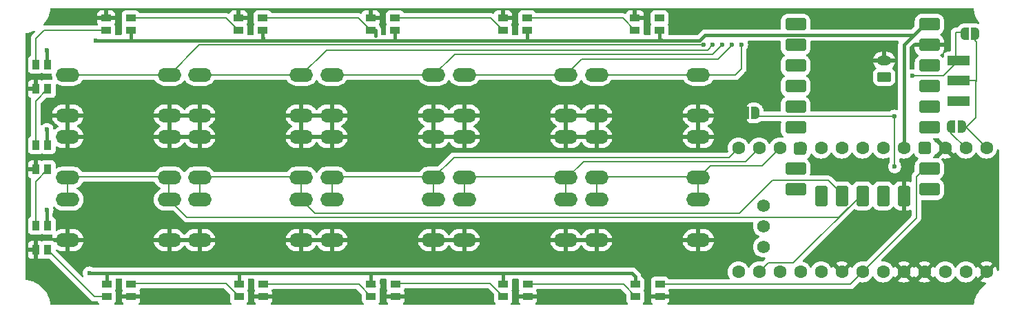
<source format=gbr>
%TF.GenerationSoftware,KiCad,Pcbnew,8.0.6*%
%TF.CreationDate,2024-12-17T19:04:38+01:00*%
%TF.ProjectId,MultiMacro,4d756c74-694d-4616-9372-6f2e6b696361,rev?*%
%TF.SameCoordinates,Original*%
%TF.FileFunction,Copper,L1,Top*%
%TF.FilePolarity,Positive*%
%FSLAX46Y46*%
G04 Gerber Fmt 4.6, Leading zero omitted, Abs format (unit mm)*
G04 Created by KiCad (PCBNEW 8.0.6) date 2024-12-17 19:04:38*
%MOMM*%
%LPD*%
G01*
G04 APERTURE LIST*
G04 Aperture macros list*
%AMRoundRect*
0 Rectangle with rounded corners*
0 $1 Rounding radius*
0 $2 $3 $4 $5 $6 $7 $8 $9 X,Y pos of 4 corners*
0 Add a 4 corners polygon primitive as box body*
4,1,4,$2,$3,$4,$5,$6,$7,$8,$9,$2,$3,0*
0 Add four circle primitives for the rounded corners*
1,1,$1+$1,$2,$3*
1,1,$1+$1,$4,$5*
1,1,$1+$1,$6,$7*
1,1,$1+$1,$8,$9*
0 Add four rect primitives between the rounded corners*
20,1,$1+$1,$2,$3,$4,$5,0*
20,1,$1+$1,$4,$5,$6,$7,0*
20,1,$1+$1,$6,$7,$8,$9,0*
20,1,$1+$1,$8,$9,$2,$3,0*%
%AMFreePoly0*
4,1,19,0.500000,-0.750000,0.000000,-0.750000,0.000000,-0.744911,-0.071157,-0.744911,-0.207708,-0.704816,-0.327430,-0.627875,-0.420627,-0.520320,-0.479746,-0.390866,-0.500000,-0.250000,-0.500000,0.250000,-0.479746,0.390866,-0.420627,0.520320,-0.327430,0.627875,-0.207708,0.704816,-0.071157,0.744911,0.000000,0.744911,0.000000,0.750000,0.500000,0.750000,0.500000,-0.750000,0.500000,-0.750000,
$1*%
%AMFreePoly1*
4,1,19,0.000000,0.744911,0.071157,0.744911,0.207708,0.704816,0.327430,0.627875,0.420627,0.520320,0.479746,0.390866,0.500000,0.250000,0.500000,-0.250000,0.479746,-0.390866,0.420627,-0.520320,0.327430,-0.627875,0.207708,-0.704816,0.071157,-0.744911,0.000000,-0.744911,0.000000,-0.750000,-0.500000,-0.750000,-0.500000,0.750000,0.000000,0.750000,0.000000,0.744911,0.000000,0.744911,
$1*%
G04 Aperture macros list end*
%TA.AperFunction,SMDPad,CuDef*%
%ADD10R,1.200000X0.900000*%
%TD*%
%TA.AperFunction,SMDPad,CuDef*%
%ADD11R,0.900000X1.200000*%
%TD*%
%TA.AperFunction,ComponentPad*%
%ADD12O,2.900000X1.700000*%
%TD*%
%TA.AperFunction,SMDPad,CuDef*%
%ADD13R,2.700000X1.200000*%
%TD*%
%TA.AperFunction,SMDPad,CuDef*%
%ADD14FreePoly0,180.000000*%
%TD*%
%TA.AperFunction,SMDPad,CuDef*%
%ADD15FreePoly1,180.000000*%
%TD*%
%TA.AperFunction,SMDPad,CuDef*%
%ADD16FreePoly0,0.000000*%
%TD*%
%TA.AperFunction,SMDPad,CuDef*%
%ADD17FreePoly1,0.000000*%
%TD*%
%TA.AperFunction,ComponentPad*%
%ADD18RoundRect,0.250000X0.625000X-0.350000X0.625000X0.350000X-0.625000X0.350000X-0.625000X-0.350000X0*%
%TD*%
%TA.AperFunction,ComponentPad*%
%ADD19O,1.750000X1.200000*%
%TD*%
%TA.AperFunction,ComponentPad*%
%ADD20RoundRect,0.400000X0.900000X0.400000X-0.900000X0.400000X-0.900000X-0.400000X0.900000X-0.400000X0*%
%TD*%
%TA.AperFunction,ComponentPad*%
%ADD21RoundRect,0.400050X0.899950X0.400050X-0.899950X0.400050X-0.899950X-0.400050X0.899950X-0.400050X0*%
%TD*%
%TA.AperFunction,ComponentPad*%
%ADD22RoundRect,0.400050X0.400050X0.400050X-0.400050X0.400050X-0.400050X-0.400050X0.400050X-0.400050X0*%
%TD*%
%TA.AperFunction,ComponentPad*%
%ADD23RoundRect,0.400000X0.400000X0.900000X-0.400000X0.900000X-0.400000X-0.900000X0.400000X-0.900000X0*%
%TD*%
%TA.AperFunction,ComponentPad*%
%ADD24RoundRect,0.393700X0.393700X0.906300X-0.393700X0.906300X-0.393700X-0.906300X0.393700X-0.906300X0*%
%TD*%
%TA.AperFunction,ComponentPad*%
%ADD25C,1.600000*%
%TD*%
%TA.AperFunction,ComponentPad*%
%ADD26C,1.574800*%
%TD*%
%TA.AperFunction,ViaPad*%
%ADD27C,0.600000*%
%TD*%
%TA.AperFunction,Conductor*%
%ADD28C,0.200000*%
%TD*%
%TA.AperFunction,Conductor*%
%ADD29C,0.400000*%
%TD*%
G04 APERTURE END LIST*
D10*
%TO.P,U14,4,DO*%
%TO.N,unconnected-(U14-DO-Pad4)*%
X120079070Y-25411936D03*
%TO.P,U14,3,VDD*%
%TO.N,Vcc_LED*%
X120079070Y-26912064D03*
%TO.P,U14,2,DI*%
%TO.N,Net-(U13-DO)*%
X117079070Y-26912064D03*
%TO.P,U14,1,GND*%
%TO.N,GND*%
X117079070Y-25411936D03*
%TD*%
%TO.P,U13,1,GND*%
%TO.N,GND*%
X100836570Y-25411936D03*
%TO.P,U13,2,DI*%
%TO.N,Net-(U12-DO)*%
X100836570Y-26912064D03*
%TO.P,U13,3,VDD*%
%TO.N,Vcc_LED*%
X103836570Y-26912064D03*
%TO.P,U13,4,DO*%
%TO.N,Net-(U13-DO)*%
X103836570Y-25411936D03*
%TD*%
%TO.P,U12,1,GND*%
%TO.N,GND*%
X84594070Y-25411936D03*
%TO.P,U12,2,DI*%
%TO.N,Net-(U11-DO)*%
X84594070Y-26912064D03*
%TO.P,U12,3,VDD*%
%TO.N,Vcc_LED*%
X87594070Y-26912064D03*
%TO.P,U12,4,DO*%
%TO.N,Net-(U12-DO)*%
X87594070Y-25411936D03*
%TD*%
%TO.P,U11,1,GND*%
%TO.N,GND*%
X68351570Y-25411936D03*
%TO.P,U11,2,DI*%
%TO.N,Net-(U10-DO)*%
X68351570Y-26912064D03*
%TO.P,U11,3,VDD*%
%TO.N,Vcc_LED*%
X71351570Y-26912064D03*
%TO.P,U11,4,DO*%
%TO.N,Net-(U11-DO)*%
X71351570Y-25411936D03*
%TD*%
%TO.P,U10,1,GND*%
%TO.N,GND*%
X52109070Y-25411936D03*
%TO.P,U10,2,DI*%
%TO.N,Net-(U10-DI)*%
X52109070Y-26912064D03*
%TO.P,U10,3,VDD*%
%TO.N,Vcc_LED*%
X55109070Y-26912064D03*
%TO.P,U10,4,DO*%
%TO.N,Net-(U10-DO)*%
X55109070Y-25411936D03*
%TD*%
D11*
%TO.P,U9,1,GND*%
%TO.N,GND*%
X43445936Y-34119949D03*
%TO.P,U9,2,DI*%
%TO.N,Net-(U8-DO)*%
X44946064Y-34119949D03*
%TO.P,U9,3,VDD*%
%TO.N,Vcc_LED*%
X44946064Y-31119949D03*
%TO.P,U9,4,DO*%
%TO.N,Net-(U10-DI)*%
X43445936Y-31119949D03*
%TD*%
%TO.P,U8,1,GND*%
%TO.N,GND*%
X43445936Y-44025949D03*
%TO.P,U8,2,DI*%
%TO.N,Net-(U7-DO)*%
X44946064Y-44025949D03*
%TO.P,U8,3,VDD*%
%TO.N,Vcc_LED*%
X44946064Y-41025949D03*
%TO.P,U8,4,DO*%
%TO.N,Net-(U8-DO)*%
X43445936Y-41025949D03*
%TD*%
%TO.P,U7,1,GND*%
%TO.N,GND*%
X43445936Y-53931949D03*
%TO.P,U7,2,DI*%
%TO.N,Net-(U6-DO)*%
X44946064Y-53931949D03*
%TO.P,U7,3,VDD*%
%TO.N,Vcc_LED*%
X44946064Y-50931949D03*
%TO.P,U7,4,DO*%
%TO.N,Net-(U7-DO)*%
X43445936Y-50931949D03*
%TD*%
D10*
%TO.P,U6,1,GND*%
%TO.N,GND*%
X55171033Y-59659013D03*
%TO.P,U6,2,DI*%
%TO.N,Net-(U5-DO)*%
X55171033Y-58158885D03*
%TO.P,U6,3,VDD*%
%TO.N,Vcc_LED*%
X52171033Y-58158885D03*
%TO.P,U6,4,DO*%
%TO.N,Net-(U6-DO)*%
X52171033Y-59659013D03*
%TD*%
%TO.P,U5,1,GND*%
%TO.N,GND*%
X71413533Y-59659013D03*
%TO.P,U5,2,DI*%
%TO.N,Net-(U4-DO)*%
X71413533Y-58158885D03*
%TO.P,U5,3,VDD*%
%TO.N,Vcc_LED*%
X68413533Y-58158885D03*
%TO.P,U5,4,DO*%
%TO.N,Net-(U5-DO)*%
X68413533Y-59659013D03*
%TD*%
%TO.P,U4,1,GND*%
%TO.N,GND*%
X87656033Y-59659013D03*
%TO.P,U4,2,DI*%
%TO.N,Net-(U3-DO)*%
X87656033Y-58158885D03*
%TO.P,U4,3,VDD*%
%TO.N,Vcc_LED*%
X84656033Y-58158885D03*
%TO.P,U4,4,DO*%
%TO.N,Net-(U4-DO)*%
X84656033Y-59659013D03*
%TD*%
%TO.P,U3,1,GND*%
%TO.N,GND*%
X103898533Y-59659013D03*
%TO.P,U3,2,DI*%
%TO.N,Net-(U2-DO)*%
X103898533Y-58158885D03*
%TO.P,U3,3,VDD*%
%TO.N,Vcc_LED*%
X100898533Y-58158885D03*
%TO.P,U3,4,DO*%
%TO.N,Net-(U3-DO)*%
X100898533Y-59659013D03*
%TD*%
%TO.P,U2,1,GND*%
%TO.N,GND*%
X120141033Y-59659013D03*
%TO.P,U2,2,DI*%
%TO.N,LED*%
X120141033Y-58158885D03*
%TO.P,U2,3,VDD*%
%TO.N,Vcc_LED*%
X117141033Y-58158885D03*
%TO.P,U2,4,DO*%
%TO.N,Net-(U2-DO)*%
X117141033Y-59659013D03*
%TD*%
D12*
%TO.P,SW10,1,1*%
%TO.N,/Keys9*%
X112360051Y-32372051D03*
X124860051Y-32372051D03*
%TO.P,SW10,2,2*%
%TO.N,GND*%
X112360051Y-37372051D03*
X124860051Y-37372051D03*
%TD*%
%TO.P,SW4,1,1*%
%TO.N,/Keys3*%
X96104051Y-47724051D03*
X108604051Y-47724051D03*
%TO.P,SW4,2,2*%
%TO.N,GND*%
X96104051Y-52724051D03*
X108604051Y-52724051D03*
%TD*%
%TO.P,SW16,1,1*%
%TO.N,/Keys4*%
X124860051Y-45024051D03*
X112360051Y-45024051D03*
%TO.P,SW16,2,2*%
%TO.N,GND*%
X124860051Y-40024051D03*
X112360051Y-40024051D03*
%TD*%
D13*
%TO.P,SW11,1,1*%
%TO.N,Net-(J1-Pin_1)*%
X156867980Y-30618178D03*
%TO.P,SW11,2,2*%
%TO.N,VBAT*%
X156867980Y-33118051D03*
%TO.P,SW11,3,3*%
%TO.N,unconnected-(SW11-Pad3)*%
X156867980Y-35617924D03*
%TD*%
D14*
%TO.P,JP1,1,A*%
%TO.N,VBAT*%
X158892000Y-27305000D03*
D15*
%TO.P,JP1,2,B*%
%TO.N,Net-(J1-Pin_1)*%
X157592000Y-27305000D03*
%TD*%
D12*
%TO.P,SW3,1,1*%
%TO.N,/Keys2*%
X79848051Y-47724051D03*
X92348051Y-47724051D03*
%TO.P,SW3,2,2*%
%TO.N,GND*%
X79848051Y-52724051D03*
X92348051Y-52724051D03*
%TD*%
%TO.P,SW7,1,1*%
%TO.N,/Keys6*%
X63592051Y-32372051D03*
X76092051Y-32372051D03*
%TO.P,SW7,2,2*%
%TO.N,GND*%
X63592051Y-37372051D03*
X76092051Y-37372051D03*
%TD*%
%TO.P,SW6,1,1*%
%TO.N,/Keys5*%
X47390051Y-32372051D03*
X59890051Y-32372051D03*
%TO.P,SW6,2,2*%
%TO.N,GND*%
X47390051Y-37372051D03*
X59890051Y-37372051D03*
%TD*%
%TO.P,SW2,1,1*%
%TO.N,/Keys1*%
X63592051Y-47724051D03*
X76092051Y-47724051D03*
%TO.P,SW2,2,2*%
%TO.N,GND*%
X63592051Y-52724051D03*
X76092051Y-52724051D03*
%TD*%
%TO.P,SW14,1,1*%
%TO.N,/Keys2*%
X92348051Y-45024051D03*
X79848051Y-45024051D03*
%TO.P,SW14,2,2*%
%TO.N,GND*%
X92348051Y-40024051D03*
X79848051Y-40024051D03*
%TD*%
%TO.P,SW12,1,1*%
%TO.N,/Keys0*%
X59890051Y-45024051D03*
X47390051Y-45024051D03*
%TO.P,SW12,2,2*%
%TO.N,GND*%
X59890051Y-40024051D03*
X47390051Y-40024051D03*
%TD*%
%TO.P,SW13,1,1*%
%TO.N,/Keys1*%
X76092051Y-45024051D03*
X63592051Y-45024051D03*
%TO.P,SW13,2,2*%
%TO.N,GND*%
X76092051Y-40024051D03*
X63592051Y-40024051D03*
%TD*%
%TO.P,SW1,1,1*%
%TO.N,/Keys0*%
X47390051Y-47724051D03*
X59890051Y-47724051D03*
%TO.P,SW1,2,2*%
%TO.N,GND*%
X47390051Y-52724051D03*
X59890051Y-52724051D03*
%TD*%
D16*
%TO.P,JP3,1,A*%
%TO.N,Net-(JP3-A)*%
X155926000Y-38735000D03*
D17*
%TO.P,JP3,2,B*%
%TO.N,VBAT*%
X157226000Y-38735000D03*
%TD*%
D12*
%TO.P,SW5,1,1*%
%TO.N,/Keys4*%
X112360051Y-47724051D03*
X124860051Y-47724051D03*
%TO.P,SW5,2,2*%
%TO.N,GND*%
X112360051Y-52724051D03*
X124860051Y-52724051D03*
%TD*%
%TO.P,SW9,1,1*%
%TO.N,/Keys8*%
X96104051Y-32372051D03*
X108604051Y-32372051D03*
%TO.P,SW9,2,2*%
%TO.N,GND*%
X96104051Y-37372051D03*
X108604051Y-37372051D03*
%TD*%
D14*
%TO.P,JP2,1,A*%
%TO.N,VARIANT*%
X131856000Y-37084000D03*
D15*
%TO.P,JP2,2,B*%
%TO.N,GND*%
X130556000Y-37084000D03*
%TD*%
D12*
%TO.P,SW8,1,1*%
%TO.N,/Keys7*%
X79848051Y-32372051D03*
X92348051Y-32372051D03*
%TO.P,SW8,2,2*%
%TO.N,GND*%
X79848051Y-37372051D03*
X92348051Y-37372051D03*
%TD*%
%TO.P,SW15,1,1*%
%TO.N,/Keys3*%
X108604051Y-45024051D03*
X96104051Y-45024051D03*
%TO.P,SW15,2,2*%
%TO.N,GND*%
X108604051Y-40024051D03*
X96104051Y-40024051D03*
%TD*%
D18*
%TO.P,J1,1,Pin_1*%
%TO.N,Net-(J1-Pin_1)*%
X147701000Y-32639000D03*
D19*
%TO.P,J1,2,Pin_2*%
%TO.N,GND*%
X147701000Y-30639000D03*
%TD*%
D20*
%TO.P,RZ1,1,GP0*%
%TO.N,/Keys9*%
X136814000Y-26162000D03*
%TO.P,RZ1,2,GP1*%
%TO.N,/Keys8*%
X136814000Y-28702000D03*
%TO.P,RZ1,3,GP2*%
%TO.N,/Keys7*%
X136814000Y-31242000D03*
%TO.P,RZ1,4,GP3*%
%TO.N,/Keys6*%
X136814000Y-33782000D03*
%TO.P,RZ1,5,GP4*%
%TO.N,unconnected-(RZ1-GP4-Pad5)*%
X136814000Y-36322000D03*
D21*
%TO.P,RZ1,6,GP5*%
%TO.N,unconnected-(RZ1-GP5-Pad6)*%
X136814000Y-38862000D03*
D22*
%TO.P,RZ1,7,GP6*%
%TO.N,/Keys5*%
X137404000Y-41462050D03*
D21*
%TO.P,RZ1,8,GP7*%
%TO.N,/Keys4*%
X136814000Y-43942000D03*
%TO.P,RZ1,9,GP8*%
%TO.N,/Keys3*%
X136814000Y-46482000D03*
D23*
%TO.P,RZ1,10,GP9*%
%TO.N,/Keys2*%
X139954000Y-47292000D03*
D24*
%TO.P,RZ1,11,GP10*%
%TO.N,/Keys1*%
X142494000Y-47292000D03*
%TO.P,RZ1,12,GP11*%
%TO.N,/Keys0*%
X145034000Y-47292000D03*
%TO.P,RZ1,13,GP12*%
%TO.N,unconnected-(RZ1-GP12-Pad13)*%
X147574000Y-47292000D03*
%TO.P,RZ1,14,GP13*%
%TO.N,GND*%
X150114000Y-47292000D03*
D21*
%TO.P,RZ1,15,GP14*%
%TO.N,unconnected-(RZ1-GP14-Pad15)*%
X153254000Y-46482000D03*
%TO.P,RZ1,16,GP15*%
%TO.N,LED*%
X153254000Y-43942000D03*
D22*
%TO.P,RZ1,17,GP26*%
%TO.N,Net-(RZ1-GP26)*%
X152699000Y-41402000D03*
D21*
%TO.P,RZ1,18,GP27*%
%TO.N,unconnected-(RZ1-GP27-Pad18)*%
X153254000Y-38862000D03*
%TO.P,RZ1,19,GP28*%
%TO.N,unconnected-(RZ1-GP28-Pad19)*%
X153254000Y-36322000D03*
%TO.P,RZ1,20,GP29*%
%TO.N,VARIANT*%
X153254000Y-33782000D03*
%TO.P,RZ1,21,3V3*%
%TO.N,unconnected-(RZ1-3V3-Pad21)*%
X153254000Y-31242000D03*
%TO.P,RZ1,22,5V*%
%TO.N,Vcc_LED*%
X153254000Y-26162000D03*
%TO.P,RZ1,23,GND*%
%TO.N,GND*%
X153254000Y-28702000D03*
%TD*%
D25*
%TO.P,U1,1,P0.06*%
%TO.N,unconnected-(U1-P0.06-Pad1)*%
X157733990Y-56642010D03*
%TO.P,U1,2,P0.08*%
%TO.N,unconnected-(U1-P0.08-Pad2)*%
X155193990Y-56642010D03*
%TO.P,U1,3,GND*%
%TO.N,GND*%
X152653990Y-56642010D03*
%TO.P,U1,4,GND*%
X150113990Y-56642010D03*
%TO.P,U1,5,P0.17*%
%TO.N,VARIANT*%
X147573990Y-56642010D03*
%TO.P,U1,6,P0.20*%
%TO.N,LED*%
X145033990Y-56642010D03*
%TO.P,U1,7,P0.22*%
%TO.N,GND*%
X142493990Y-56642010D03*
%TO.P,U1,8,P0.24*%
%TO.N,unconnected-(U1-P0.24-Pad8)*%
X139953990Y-56642010D03*
%TO.P,U1,9,P1.00*%
%TO.N,unconnected-(U1-P1.00-Pad9)*%
X137413990Y-56642010D03*
%TO.P,U1,10,P0.11*%
%TO.N,unconnected-(U1-P0.11-Pad10)*%
X134873990Y-56642010D03*
%TO.P,U1,11,P1.04-LF*%
%TO.N,/Keys0*%
X132333990Y-56642010D03*
%TO.P,U1,12,P1.06-LF*%
%TO.N,/Keys1*%
X129793990Y-56642010D03*
%TO.P,U1,13,BAT+*%
%TO.N,Net-(JP3-A)*%
X157734000Y-41402000D03*
%TO.P,U1,14,GND*%
%TO.N,GND*%
X155194000Y-41402000D03*
%TO.P,U1,15,RST*%
%TO.N,Net-(RZ1-GP26)*%
X152654000Y-41402000D03*
%TO.P,U1,16,3V3*%
%TO.N,Vcc_LED*%
X150114000Y-41402000D03*
%TO.P,U1,17,P0.31-LF*%
%TO.N,/Keys9*%
X147574000Y-41402000D03*
%TO.P,U1,18,P0.29-LF*%
%TO.N,/Keys8*%
X145034000Y-41402000D03*
%TO.P,U1,19,P0.02-LF*%
%TO.N,/Keys7*%
X142494000Y-41402000D03*
%TO.P,U1,20,P1.15-LF*%
%TO.N,/Keys6*%
X139954000Y-41402000D03*
%TO.P,U1,21,P1.13-LF*%
%TO.N,/Keys5*%
X137414000Y-41402000D03*
%TO.P,U1,22,P1.11-LF*%
%TO.N,/Keys4*%
X134874000Y-41402000D03*
%TO.P,U1,23,P0.10-LF*%
%TO.N,/Keys3*%
X132334000Y-41402000D03*
%TO.P,U1,24,P0.09-LF*%
%TO.N,/Keys2*%
X129794000Y-41402000D03*
D26*
%TO.P,U1,25,P1.01-LF*%
%TO.N,unconnected-(U1-P1.01-LF-Pad25)*%
X132888790Y-53562010D03*
%TO.P,U1,26,P1.02-LF*%
%TO.N,unconnected-(U1-P1.02-LF-Pad26)*%
X132888790Y-51022010D03*
%TO.P,U1,27,P1.07-LF*%
%TO.N,unconnected-(U1-P1.07-LF-Pad27)*%
X132888790Y-48482010D03*
D25*
%TO.P,U1,28,GND*%
%TO.N,GND*%
X160273990Y-56642010D03*
%TO.P,U1,29,BAT+*%
%TO.N,VBAT*%
X160274000Y-41402000D03*
%TD*%
D27*
%TO.N,GND*%
X61722000Y-59436000D03*
X77978000Y-59309000D03*
X110363000Y-59436000D03*
X94234000Y-59436000D03*
%TO.N,Vcc_LED*%
X50038000Y-56769000D03*
X44831000Y-29337000D03*
X44831000Y-39116000D03*
X44831000Y-49022000D03*
X50800000Y-28194000D03*
%TO.N,GND*%
X157226000Y-45720000D03*
X150114000Y-58801000D03*
X72898000Y-38735000D03*
X157226000Y-53467000D03*
X143637000Y-29591000D03*
X128905000Y-37465000D03*
X151257000Y-29972000D03*
X66802000Y-38735000D03*
X89154000Y-38608000D03*
X152654000Y-58801000D03*
X142494000Y-25400000D03*
X82804000Y-38608000D03*
X157226000Y-49276000D03*
%TO.N,VARIANT*%
X148971000Y-43688000D03*
X148971000Y-37465000D03*
%TO.N,/Keys6*%
X126650750Y-28702000D03*
%TO.N,/Keys5*%
X125476000Y-28702000D03*
%TO.N,/Keys8*%
X129000250Y-28702000D03*
%TO.N,/Keys9*%
X130175000Y-28702000D03*
%TO.N,/Keys7*%
X127825500Y-28702000D03*
%TO.N,Net-(J1-Pin_1)*%
X151130000Y-32512000D03*
%TD*%
D28*
%TO.N,Net-(U2-DO)*%
X117141033Y-59659013D02*
X115648020Y-58166000D01*
X103905648Y-58166000D02*
X103898533Y-58158885D01*
X115648020Y-58166000D02*
X103905648Y-58166000D01*
%TO.N,Net-(U3-DO)*%
X100898533Y-59659013D02*
X99278520Y-58039000D01*
X99278520Y-58039000D02*
X87775918Y-58039000D01*
X87775918Y-58039000D02*
X87656033Y-58158885D01*
%TO.N,Net-(U5-DO)*%
X68413533Y-59659013D02*
X66793520Y-58039000D01*
X66793520Y-58039000D02*
X55290918Y-58039000D01*
X55290918Y-58039000D02*
X55171033Y-58158885D01*
%TO.N,Net-(U4-DO)*%
X84656033Y-59659013D02*
X83163020Y-58166000D01*
X83163020Y-58166000D02*
X71420648Y-58166000D01*
X71420648Y-58166000D02*
X71413533Y-58158885D01*
D29*
%TO.N,Vcc_LED*%
X100838000Y-56769000D02*
X116713000Y-56769000D01*
X116713000Y-56769000D02*
X117141033Y-57197033D01*
X117141033Y-57197033D02*
X117141033Y-58158885D01*
X84582000Y-56769000D02*
X100838000Y-56769000D01*
X100838000Y-56769000D02*
X100898533Y-56829533D01*
X100898533Y-56829533D02*
X100898533Y-58158885D01*
X68453000Y-56769000D02*
X84582000Y-56769000D01*
X84656033Y-56843033D02*
X84656033Y-58158885D01*
X84582000Y-56769000D02*
X84656033Y-56843033D01*
X52070000Y-56769000D02*
X68453000Y-56769000D01*
X68453000Y-56769000D02*
X68453000Y-57150000D01*
X68453000Y-57150000D02*
X68413533Y-57189467D01*
X68413533Y-57189467D02*
X68413533Y-58158885D01*
X50038000Y-56769000D02*
X52070000Y-56769000D01*
X52070000Y-56769000D02*
X52171033Y-56870033D01*
X52171033Y-56870033D02*
X52171033Y-58158885D01*
X44831000Y-49022000D02*
X44831000Y-50816885D01*
X44831000Y-50816885D02*
X44946064Y-50931949D01*
X44831000Y-39116000D02*
X44831000Y-40688844D01*
X44831000Y-40688844D02*
X45057085Y-40914929D01*
X44831000Y-29337000D02*
X44831000Y-31004885D01*
X44831000Y-31004885D02*
X44946064Y-31119949D01*
D28*
%TO.N,Net-(U10-DI)*%
X43445936Y-31119949D02*
X43445936Y-27928064D01*
X43445936Y-27928064D02*
X44461936Y-26912064D01*
X44461936Y-26912064D02*
X52109070Y-26912064D01*
X47653821Y-26912064D02*
X52109070Y-26912064D01*
%TO.N,Net-(U13-DO)*%
X103836570Y-25411936D02*
X115578942Y-25411936D01*
X115578942Y-25411936D02*
X117079070Y-26912064D01*
%TO.N,Net-(U12-DO)*%
X87594070Y-25411936D02*
X99336442Y-25411936D01*
X99336442Y-25411936D02*
X100836570Y-26912064D01*
%TO.N,Net-(U11-DO)*%
X71351570Y-25411936D02*
X83093942Y-25411936D01*
X83093942Y-25411936D02*
X84594070Y-26912064D01*
%TO.N,Net-(U10-DO)*%
X55109070Y-25411936D02*
X66851442Y-25411936D01*
X66851442Y-25411936D02*
X68351570Y-26912064D01*
%TO.N,Net-(U8-DO)*%
X43445936Y-41025949D02*
X43445936Y-35620077D01*
X43445936Y-35620077D02*
X44946064Y-34119949D01*
%TO.N,Net-(U7-DO)*%
X43445936Y-50931949D02*
X43445936Y-45526077D01*
X43445936Y-45526077D02*
X44946064Y-44025949D01*
%TO.N,Net-(U6-DO)*%
X52171033Y-59659013D02*
X50673128Y-59659013D01*
X50673128Y-59659013D02*
X44946064Y-53931949D01*
%TO.N,LED*%
X145033990Y-56642010D02*
X143510000Y-58166000D01*
X143510000Y-58166000D02*
X143256000Y-58166000D01*
X143256000Y-58166000D02*
X143248885Y-58158885D01*
X143248885Y-58158885D02*
X120141033Y-58158885D01*
D29*
%TO.N,Vcc_LED*%
X55118000Y-28194000D02*
X50800000Y-28194000D01*
X151892000Y-26924000D02*
X151314000Y-27502000D01*
X151314000Y-27502000D02*
X125686050Y-27502000D01*
X125686050Y-27502000D02*
X124994050Y-28194000D01*
X124994050Y-28194000D02*
X120396000Y-28194000D01*
X71374000Y-28194000D02*
X87630000Y-28194000D01*
X71374000Y-27813000D02*
X71351570Y-27790570D01*
X71351570Y-27790570D02*
X71351570Y-26912064D01*
X55118000Y-28194000D02*
X71374000Y-28194000D01*
X71374000Y-28194000D02*
X71374000Y-27813000D01*
X55118000Y-28194000D02*
X55109070Y-28185070D01*
X55109070Y-28185070D02*
X55109070Y-26912064D01*
X103886000Y-28194000D02*
X87630000Y-28194000D01*
X87630000Y-28194000D02*
X87594070Y-28158070D01*
X87594070Y-28158070D02*
X87594070Y-26912064D01*
X120396000Y-28194000D02*
X103886000Y-28194000D01*
X103886000Y-28194000D02*
X103836570Y-28144570D01*
X103836570Y-28144570D02*
X103836570Y-26912064D01*
X120079070Y-27877070D02*
X120079070Y-26912064D01*
X120396000Y-28194000D02*
X120079070Y-27877070D01*
D28*
%TO.N,VARIANT*%
X131856000Y-37465000D02*
X148971000Y-37465000D01*
X148971000Y-37465000D02*
X149014000Y-37465000D01*
X148971000Y-43688000D02*
X148971000Y-37465000D01*
%TO.N,/Keys2*%
X92348051Y-45024051D02*
X94827102Y-42545000D01*
X92348051Y-47724051D02*
X92348051Y-45024051D01*
X79848051Y-47724051D02*
X79848051Y-45024051D01*
X92282000Y-44958000D02*
X92348051Y-45024051D01*
X79848051Y-45024051D02*
X79914102Y-44958000D01*
X79914102Y-44958000D02*
X92282000Y-44958000D01*
X94827102Y-42545000D02*
X128651000Y-42545000D01*
X128651000Y-42545000D02*
X129794000Y-41402000D01*
%TO.N,LED*%
X151654000Y-50022000D02*
X151654000Y-44942000D01*
X145033990Y-56642010D02*
X151654000Y-50022000D01*
X151654000Y-44942000D02*
X152654000Y-43942000D01*
%TO.N,/Keys6*%
X63592051Y-32404051D02*
X76092051Y-32404051D01*
X76092051Y-32404051D02*
X79159102Y-29337000D01*
X79159102Y-29337000D02*
X126015750Y-29337000D01*
X126015750Y-29337000D02*
X126650750Y-28702000D01*
%TO.N,/Keys1*%
X142494000Y-46692000D02*
X142494000Y-47041950D01*
X63592051Y-47724051D02*
X63592051Y-45024051D01*
X63658102Y-44958000D02*
X76026000Y-44958000D01*
X77771000Y-49403000D02*
X76092051Y-47724051D01*
X129921000Y-49403000D02*
X77771000Y-49403000D01*
X140833950Y-45381900D02*
X133942100Y-45381900D01*
X76092051Y-47724051D02*
X76092051Y-45024051D01*
X142494000Y-47041950D02*
X140833950Y-45381900D01*
X133942100Y-45381900D02*
X129921000Y-49403000D01*
X76026000Y-44958000D02*
X76092051Y-45024051D01*
X63592051Y-45024051D02*
X63658102Y-44958000D01*
D29*
%TO.N,Vcc_LED*%
X150114000Y-28702000D02*
X150114000Y-41402000D01*
%TO.N,Net-(U11-DO)*%
X85209963Y-26858089D02*
X85209963Y-27551963D01*
X85209963Y-27551963D02*
X85217000Y-27559000D01*
%TO.N,Vcc_LED*%
X151130000Y-27686000D02*
X152654000Y-26162000D01*
X151892000Y-26924000D02*
X150114000Y-28702000D01*
X152654000Y-26162000D02*
X151892000Y-26924000D01*
D28*
%TO.N,/Keys5*%
X59890051Y-32372051D02*
X63560102Y-28702000D01*
X63560102Y-28702000D02*
X125476000Y-28702000D01*
X47390051Y-32372051D02*
X59890051Y-32372051D01*
%TO.N,/Keys8*%
X110547102Y-30461000D02*
X127273000Y-30461000D01*
X96104051Y-32404051D02*
X108604051Y-32404051D01*
X108604051Y-32404051D02*
X110547102Y-30461000D01*
X129032000Y-28702000D02*
X127273000Y-30461000D01*
%TO.N,/Keys9*%
X129393949Y-32404051D02*
X124860051Y-32404051D01*
X112360051Y-32404051D02*
X124860051Y-32404051D01*
X130175000Y-28702000D02*
X130175000Y-31623000D01*
X130175000Y-31623000D02*
X129393949Y-32404051D01*
%TO.N,/Keys0*%
X133433990Y-55542010D02*
X132333990Y-56642010D01*
X59770000Y-44958000D02*
X59836051Y-45024051D01*
X47336051Y-45024051D02*
X47402102Y-44958000D01*
X59836051Y-47724051D02*
X62046610Y-49934610D01*
X145034000Y-46692000D02*
X145034000Y-47033042D01*
X62046610Y-49934610D02*
X142132432Y-49934610D01*
X59836051Y-45024051D02*
X59836051Y-44938949D01*
X47402102Y-44958000D02*
X59770000Y-44958000D01*
X47336051Y-47724051D02*
X47336051Y-45024051D01*
X145034000Y-47033042D02*
X136525032Y-55542010D01*
X59836051Y-45024051D02*
X59836051Y-47724051D01*
X136525032Y-55542010D02*
X133433990Y-55542010D01*
X142132432Y-49934610D02*
X145034000Y-47033042D01*
%TO.N,/Keys3*%
X108604051Y-45024051D02*
X108604051Y-47724051D01*
X130683000Y-43053000D02*
X132334000Y-41402000D01*
X110744000Y-43053000D02*
X130683000Y-43053000D01*
X96707949Y-45024051D02*
X96774000Y-44958000D01*
X108538000Y-44958000D02*
X108604051Y-45024051D01*
X96104051Y-45024051D02*
X96707949Y-45024051D01*
X96774000Y-44958000D02*
X108538000Y-44958000D01*
X108772949Y-45024051D02*
X110744000Y-43053000D01*
X96104051Y-47724051D02*
X96104051Y-45024051D01*
X108604051Y-45024051D02*
X108772949Y-45024051D01*
%TO.N,/Keys7*%
X126619000Y-29845000D02*
X94907102Y-29845000D01*
X94907102Y-29845000D02*
X92348051Y-32404051D01*
X79848051Y-32404051D02*
X92348051Y-32404051D01*
X127762000Y-28702000D02*
X126619000Y-29845000D01*
%TO.N,/Keys4*%
X124794000Y-44958000D02*
X124860051Y-45024051D01*
X132715000Y-43561000D02*
X134874000Y-41402000D01*
X124860051Y-45024051D02*
X126323102Y-43561000D01*
X112360051Y-45024051D02*
X112426102Y-44958000D01*
X112426102Y-44958000D02*
X124794000Y-44958000D01*
X112360051Y-47724051D02*
X112360051Y-45024051D01*
X126323102Y-43561000D02*
X132715000Y-43561000D01*
X124860051Y-45024051D02*
X124860051Y-47724051D01*
%TO.N,VBAT*%
X160274000Y-41402000D02*
X157734000Y-38862000D01*
X158975051Y-33118051D02*
X159004000Y-33147000D01*
X157734000Y-38862000D02*
X157607000Y-38735000D01*
X159004000Y-28306000D02*
X158892000Y-28194000D01*
X157607000Y-38735000D02*
X157226000Y-38735000D01*
X158975051Y-33118051D02*
X158975051Y-37620949D01*
X156867980Y-33118051D02*
X158975051Y-33118051D01*
X159004000Y-33147000D02*
X159004000Y-28306000D01*
X158975051Y-37620949D02*
X157734000Y-38862000D01*
X158892000Y-28194000D02*
X158892000Y-27305000D01*
%TO.N,Net-(JP3-A)*%
X155926000Y-39594000D02*
X155926000Y-38735000D01*
X157734000Y-41402000D02*
X155926000Y-39594000D01*
%TO.N,Net-(J1-Pin_1)*%
X156867980Y-30618178D02*
X154974158Y-32512000D01*
X156464000Y-30214198D02*
X156867980Y-30618178D01*
X154974158Y-32512000D02*
X151130000Y-32512000D01*
X156464000Y-27178000D02*
X156464000Y-30214198D01*
X157592000Y-27305000D02*
X157465000Y-27178000D01*
X157465000Y-27178000D02*
X156464000Y-27178000D01*
%TO.N,Vcc_LED*%
X85210065Y-58358911D02*
X84910141Y-58358911D01*
X68967565Y-58358911D02*
X68317565Y-58358911D01*
%TD*%
%TA.AperFunction,Conductor*%
%TO.N,GND*%
G36*
X63032940Y-52492460D02*
G01*
X62992051Y-52645060D01*
X62992051Y-52803042D01*
X63032940Y-52955642D01*
X63043569Y-52974051D01*
X60438533Y-52974051D01*
X60449162Y-52955642D01*
X60490051Y-52803042D01*
X60490051Y-52645060D01*
X60449162Y-52492460D01*
X60438533Y-52474051D01*
X63043569Y-52474051D01*
X63032940Y-52492460D01*
G37*
%TD.AperFunction*%
%TA.AperFunction,Conductor*%
G36*
X79288940Y-52492460D02*
G01*
X79248051Y-52645060D01*
X79248051Y-52803042D01*
X79288940Y-52955642D01*
X79299569Y-52974051D01*
X76640533Y-52974051D01*
X76651162Y-52955642D01*
X76692051Y-52803042D01*
X76692051Y-52645060D01*
X76651162Y-52492460D01*
X76640533Y-52474051D01*
X79299569Y-52474051D01*
X79288940Y-52492460D01*
G37*
%TD.AperFunction*%
%TA.AperFunction,Conductor*%
G36*
X95544940Y-52492460D02*
G01*
X95504051Y-52645060D01*
X95504051Y-52803042D01*
X95544940Y-52955642D01*
X95555569Y-52974051D01*
X92896533Y-52974051D01*
X92907162Y-52955642D01*
X92948051Y-52803042D01*
X92948051Y-52645060D01*
X92907162Y-52492460D01*
X92896533Y-52474051D01*
X95555569Y-52474051D01*
X95544940Y-52492460D01*
G37*
%TD.AperFunction*%
%TA.AperFunction,Conductor*%
G36*
X111800940Y-52492460D02*
G01*
X111760051Y-52645060D01*
X111760051Y-52803042D01*
X111800940Y-52955642D01*
X111811569Y-52974051D01*
X109152533Y-52974051D01*
X109163162Y-52955642D01*
X109204051Y-52803042D01*
X109204051Y-52645060D01*
X109163162Y-52492460D01*
X109152533Y-52474051D01*
X111811569Y-52474051D01*
X111800940Y-52492460D01*
G37*
%TD.AperFunction*%
%TA.AperFunction,Conductor*%
G36*
X58037717Y-45578185D02*
G01*
X58081161Y-45626203D01*
X58131452Y-45724904D01*
X58135002Y-45731871D01*
X58259941Y-45903837D01*
X58410264Y-46054160D01*
X58571185Y-46171074D01*
X58582235Y-46179102D01*
X58683399Y-46230647D01*
X58748004Y-46263566D01*
X58798800Y-46311541D01*
X58815595Y-46379362D01*
X58793057Y-46445497D01*
X58748004Y-46484536D01*
X58582231Y-46569002D01*
X58410264Y-46693941D01*
X58259941Y-46844264D01*
X58135002Y-47016230D01*
X58038495Y-47205636D01*
X58038494Y-47205638D01*
X58038494Y-47205639D01*
X58018505Y-47267159D01*
X57972804Y-47407811D01*
X57954664Y-47522342D01*
X57939551Y-47617764D01*
X57939551Y-47830338D01*
X57940385Y-47835605D01*
X57972733Y-48039844D01*
X57972805Y-48040294D01*
X58036599Y-48236632D01*
X58038495Y-48242465D01*
X58135002Y-48431871D01*
X58259941Y-48603837D01*
X58410264Y-48754160D01*
X58582230Y-48879099D01*
X58582232Y-48879100D01*
X58582235Y-48879102D01*
X58771639Y-48975608D01*
X58973808Y-49041297D01*
X59183764Y-49074551D01*
X60285954Y-49074551D01*
X60352993Y-49094236D01*
X60373634Y-49110869D01*
X61677894Y-50415130D01*
X61677896Y-50415131D01*
X61677900Y-50415134D01*
X61814819Y-50494183D01*
X61814826Y-50494187D01*
X61967553Y-50535111D01*
X61967555Y-50535111D01*
X62133264Y-50535111D01*
X62133280Y-50535110D01*
X131524322Y-50535110D01*
X131591361Y-50554795D01*
X131637116Y-50607599D01*
X131647060Y-50676757D01*
X131644097Y-50691204D01*
X131615611Y-50797511D01*
X131615610Y-50797518D01*
X131595970Y-51022009D01*
X131595970Y-51022010D01*
X131615610Y-51246501D01*
X131615611Y-51246508D01*
X131673935Y-51464175D01*
X131673939Y-51464186D01*
X131769172Y-51668414D01*
X131769175Y-51668420D01*
X131898433Y-51853021D01*
X132057778Y-52012366D01*
X132057781Y-52012368D01*
X132242380Y-52141625D01*
X132292380Y-52164940D01*
X132323878Y-52179628D01*
X132376317Y-52225800D01*
X132395469Y-52292994D01*
X132375253Y-52359875D01*
X132323878Y-52404392D01*
X132242381Y-52442394D01*
X132242379Y-52442395D01*
X132057778Y-52571653D01*
X131898433Y-52730998D01*
X131769175Y-52915599D01*
X131769172Y-52915605D01*
X131673939Y-53119833D01*
X131673935Y-53119844D01*
X131615611Y-53337511D01*
X131615610Y-53337518D01*
X131595970Y-53562009D01*
X131595970Y-53562010D01*
X131615610Y-53786501D01*
X131615611Y-53786508D01*
X131673935Y-54004175D01*
X131673939Y-54004186D01*
X131769172Y-54208414D01*
X131769175Y-54208420D01*
X131898433Y-54393021D01*
X132057778Y-54552366D01*
X132057781Y-54552368D01*
X132242380Y-54681625D01*
X132292783Y-54705128D01*
X132446613Y-54776860D01*
X132446615Y-54776860D01*
X132446620Y-54776863D01*
X132664294Y-54835189D01*
X132843890Y-54850901D01*
X132888789Y-54854830D01*
X132888790Y-54854830D01*
X132888791Y-54854830D01*
X132909783Y-54852993D01*
X132969277Y-54847788D01*
X133037777Y-54861554D01*
X133087960Y-54910169D01*
X133103894Y-54978198D01*
X133080519Y-55044042D01*
X133067767Y-55058997D01*
X133065274Y-55061489D01*
X133065274Y-55061490D01*
X132953470Y-55173294D01*
X132953468Y-55173296D01*
X132776695Y-55350068D01*
X132715372Y-55383553D01*
X132656921Y-55382162D01*
X132560687Y-55356376D01*
X132560683Y-55356375D01*
X132560682Y-55356375D01*
X132560681Y-55356374D01*
X132560676Y-55356374D01*
X132333992Y-55336542D01*
X132333988Y-55336542D01*
X132107303Y-55356374D01*
X132107292Y-55356376D01*
X131887501Y-55415268D01*
X131887492Y-55415271D01*
X131681257Y-55511441D01*
X131681255Y-55511442D01*
X131494848Y-55641964D01*
X131333944Y-55802868D01*
X131203422Y-55989275D01*
X131203421Y-55989277D01*
X131176372Y-56047285D01*
X131130199Y-56099724D01*
X131063006Y-56118876D01*
X130996125Y-56098660D01*
X130951608Y-56047285D01*
X130949708Y-56043211D01*
X130924558Y-55989276D01*
X130794037Y-55802871D01*
X130794035Y-55802868D01*
X130633131Y-55641964D01*
X130446724Y-55511442D01*
X130446722Y-55511441D01*
X130240487Y-55415271D01*
X130240478Y-55415268D01*
X130020687Y-55356376D01*
X130020683Y-55356375D01*
X130020682Y-55356375D01*
X130020681Y-55356374D01*
X130020676Y-55356374D01*
X129793992Y-55336542D01*
X129793988Y-55336542D01*
X129567303Y-55356374D01*
X129567292Y-55356376D01*
X129347501Y-55415268D01*
X129347492Y-55415271D01*
X129141257Y-55511441D01*
X129141255Y-55511442D01*
X128954848Y-55641964D01*
X128793944Y-55802868D01*
X128663422Y-55989275D01*
X128663421Y-55989277D01*
X128567251Y-56195512D01*
X128567248Y-56195521D01*
X128508356Y-56415312D01*
X128508354Y-56415323D01*
X128488522Y-56642008D01*
X128488522Y-56642011D01*
X128508354Y-56868696D01*
X128508356Y-56868707D01*
X128567248Y-57088498D01*
X128567251Y-57088507D01*
X128663421Y-57294742D01*
X128711399Y-57363263D01*
X128733726Y-57429469D01*
X128716714Y-57497236D01*
X128665766Y-57545049D01*
X128609823Y-57558385D01*
X121305174Y-57558385D01*
X121238135Y-57538700D01*
X121192380Y-57485896D01*
X121189002Y-57477744D01*
X121184829Y-57466554D01*
X121184826Y-57466550D01*
X121184826Y-57466549D01*
X121098580Y-57351340D01*
X121098577Y-57351337D01*
X120983368Y-57265091D01*
X120983361Y-57265087D01*
X120848515Y-57214793D01*
X120848516Y-57214793D01*
X120788916Y-57208386D01*
X120788914Y-57208385D01*
X120788906Y-57208385D01*
X120788897Y-57208385D01*
X119493162Y-57208385D01*
X119493156Y-57208386D01*
X119433549Y-57214793D01*
X119298704Y-57265087D01*
X119298697Y-57265091D01*
X119183488Y-57351337D01*
X119183485Y-57351340D01*
X119097239Y-57466549D01*
X119097235Y-57466556D01*
X119046941Y-57601402D01*
X119040534Y-57661001D01*
X119040534Y-57661010D01*
X119040533Y-57661020D01*
X119040533Y-58656755D01*
X119040534Y-58656761D01*
X119046941Y-58716368D01*
X119100336Y-58859526D01*
X119098785Y-58860104D01*
X119111451Y-58918315D01*
X119099735Y-58958224D01*
X119100779Y-58958614D01*
X119047436Y-59101633D01*
X119047434Y-59101640D01*
X119041033Y-59161168D01*
X119041033Y-59409013D01*
X121241033Y-59409013D01*
X121241033Y-59161185D01*
X121241032Y-59161168D01*
X121234631Y-59101640D01*
X121234630Y-59101636D01*
X121181286Y-58958615D01*
X121183083Y-58957944D01*
X121170614Y-58900634D01*
X121182590Y-58859846D01*
X121181730Y-58859525D01*
X121188994Y-58840050D01*
X121230865Y-58784117D01*
X121296330Y-58759701D01*
X121305175Y-58759385D01*
X143134065Y-58759385D01*
X143166157Y-58763610D01*
X143176943Y-58766500D01*
X143335057Y-58766500D01*
X143423331Y-58766500D01*
X143423347Y-58766501D01*
X143430943Y-58766501D01*
X143589054Y-58766501D01*
X143589057Y-58766501D01*
X143741785Y-58725577D01*
X143791904Y-58696639D01*
X143878716Y-58646520D01*
X143990520Y-58534716D01*
X143990520Y-58534714D01*
X144000728Y-58524507D01*
X144000730Y-58524504D01*
X144591284Y-57933949D01*
X144652605Y-57900466D01*
X144711056Y-57901857D01*
X144730594Y-57907092D01*
X144807298Y-57927645D01*
X144969220Y-57941811D01*
X145033988Y-57947478D01*
X145033990Y-57947478D01*
X145033992Y-57947478D01*
X145090663Y-57942519D01*
X145260682Y-57927645D01*
X145480486Y-57868749D01*
X145686724Y-57772578D01*
X145873129Y-57642057D01*
X146034037Y-57481149D01*
X146164558Y-57294744D01*
X146191608Y-57236734D01*
X146237780Y-57184295D01*
X146304973Y-57165143D01*
X146371855Y-57185358D01*
X146416371Y-57236734D01*
X146430507Y-57267048D01*
X146443419Y-57294738D01*
X146443422Y-57294744D01*
X146573944Y-57481151D01*
X146734848Y-57642055D01*
X146734851Y-57642057D01*
X146921256Y-57772578D01*
X147127494Y-57868749D01*
X147347298Y-57927645D01*
X147509220Y-57941811D01*
X147573988Y-57947478D01*
X147573990Y-57947478D01*
X147573992Y-57947478D01*
X147630663Y-57942519D01*
X147800682Y-57927645D01*
X148020486Y-57868749D01*
X148226724Y-57772578D01*
X148413129Y-57642057D01*
X148574037Y-57481149D01*
X148704558Y-57294744D01*
X148731883Y-57236144D01*
X148778055Y-57183705D01*
X148845248Y-57164553D01*
X148912129Y-57184768D01*
X148956647Y-57236144D01*
X148983854Y-57294490D01*
X149034964Y-57367482D01*
X149665973Y-56736473D01*
X149687948Y-56818483D01*
X149748139Y-56922737D01*
X149833263Y-57007861D01*
X149937517Y-57068052D01*
X150019526Y-57090026D01*
X149388516Y-57721035D01*
X149461503Y-57772142D01*
X149461511Y-57772146D01*
X149667658Y-57868274D01*
X149667672Y-57868279D01*
X149887379Y-57927149D01*
X149887390Y-57927151D01*
X150113988Y-57946976D01*
X150113992Y-57946976D01*
X150340589Y-57927151D01*
X150340600Y-57927149D01*
X150560307Y-57868279D01*
X150560321Y-57868274D01*
X150766468Y-57772146D01*
X150839461Y-57721034D01*
X150208453Y-57090026D01*
X150290463Y-57068052D01*
X150394717Y-57007861D01*
X150479841Y-56922737D01*
X150540032Y-56818483D01*
X150562006Y-56736473D01*
X151193014Y-57367481D01*
X151244126Y-57294488D01*
X151271608Y-57235554D01*
X151317780Y-57183114D01*
X151384973Y-57163962D01*
X151451854Y-57184177D01*
X151496372Y-57235554D01*
X151523853Y-57294488D01*
X151574964Y-57367482D01*
X152205973Y-56736473D01*
X152227948Y-56818483D01*
X152288139Y-56922737D01*
X152373263Y-57007861D01*
X152477517Y-57068052D01*
X152559526Y-57090026D01*
X151928516Y-57721035D01*
X152001503Y-57772142D01*
X152001511Y-57772146D01*
X152207658Y-57868274D01*
X152207672Y-57868279D01*
X152427379Y-57927149D01*
X152427390Y-57927151D01*
X152653988Y-57946976D01*
X152653992Y-57946976D01*
X152880589Y-57927151D01*
X152880600Y-57927149D01*
X153100307Y-57868279D01*
X153100321Y-57868274D01*
X153306468Y-57772146D01*
X153379461Y-57721034D01*
X152748453Y-57090026D01*
X152830463Y-57068052D01*
X152934717Y-57007861D01*
X153019841Y-56922737D01*
X153080032Y-56818483D01*
X153102006Y-56736473D01*
X153733014Y-57367481D01*
X153784123Y-57294492D01*
X153811331Y-57236145D01*
X153857503Y-57183706D01*
X153924697Y-57164553D01*
X153991578Y-57184768D01*
X154036095Y-57236142D01*
X154063422Y-57294744D01*
X154103050Y-57351339D01*
X154193944Y-57481151D01*
X154354848Y-57642055D01*
X154354851Y-57642057D01*
X154541256Y-57772578D01*
X154747494Y-57868749D01*
X154967298Y-57927645D01*
X155129220Y-57941811D01*
X155193988Y-57947478D01*
X155193990Y-57947478D01*
X155193992Y-57947478D01*
X155250663Y-57942519D01*
X155420682Y-57927645D01*
X155640486Y-57868749D01*
X155846724Y-57772578D01*
X156033129Y-57642057D01*
X156194037Y-57481149D01*
X156324558Y-57294744D01*
X156351608Y-57236734D01*
X156397780Y-57184295D01*
X156464973Y-57165143D01*
X156531855Y-57185358D01*
X156576371Y-57236734D01*
X156590507Y-57267048D01*
X156603419Y-57294738D01*
X156603422Y-57294744D01*
X156733944Y-57481151D01*
X156894848Y-57642055D01*
X156894851Y-57642057D01*
X157081256Y-57772578D01*
X157287494Y-57868749D01*
X157507298Y-57927645D01*
X157669220Y-57941811D01*
X157733988Y-57947478D01*
X157733990Y-57947478D01*
X157733992Y-57947478D01*
X157790663Y-57942519D01*
X157960682Y-57927645D01*
X158180486Y-57868749D01*
X158386724Y-57772578D01*
X158573129Y-57642057D01*
X158734037Y-57481149D01*
X158864558Y-57294744D01*
X158891883Y-57236144D01*
X158938055Y-57183705D01*
X159005248Y-57164553D01*
X159072129Y-57184768D01*
X159116647Y-57236144D01*
X159143854Y-57294490D01*
X159194964Y-57367482D01*
X159892990Y-56669456D01*
X159892990Y-56692170D01*
X159918954Y-56789071D01*
X159969114Y-56875950D01*
X160040050Y-56946886D01*
X160126929Y-56997046D01*
X160223830Y-57023010D01*
X160246543Y-57023010D01*
X159548516Y-57721035D01*
X159621503Y-57772142D01*
X159621511Y-57772146D01*
X159827658Y-57868274D01*
X159827672Y-57868279D01*
X160047379Y-57927149D01*
X160047389Y-57927151D01*
X160144411Y-57935639D01*
X160209479Y-57961091D01*
X160250458Y-58017682D01*
X160254337Y-58087444D01*
X160219884Y-58148228D01*
X160206078Y-58159782D01*
X159951856Y-58342899D01*
X159691430Y-58575147D01*
X159456523Y-58833192D01*
X159456517Y-58833199D01*
X159249685Y-59114237D01*
X159073153Y-59415239D01*
X158928837Y-59732944D01*
X158873728Y-59897945D01*
X158818295Y-60063919D01*
X158818294Y-60063924D01*
X158742719Y-60404591D01*
X158723975Y-60567922D01*
X158696776Y-60632280D01*
X158639099Y-60671716D01*
X158600784Y-60677784D01*
X121186103Y-60677682D01*
X121119063Y-60657997D01*
X121073308Y-60605193D01*
X121063365Y-60536035D01*
X121092390Y-60472479D01*
X121098169Y-60466272D01*
X121184383Y-60351106D01*
X121184387Y-60351099D01*
X121234629Y-60216392D01*
X121234631Y-60216385D01*
X121241032Y-60156857D01*
X121241033Y-60156840D01*
X121241033Y-59909013D01*
X119041033Y-59909013D01*
X119041033Y-60156857D01*
X119047434Y-60216385D01*
X119047436Y-60216392D01*
X119097678Y-60351099D01*
X119097682Y-60351106D01*
X119189158Y-60473301D01*
X119188070Y-60474114D01*
X119217122Y-60527318D01*
X119212138Y-60597010D01*
X119170266Y-60652943D01*
X119104802Y-60677360D01*
X119095956Y-60677676D01*
X118186825Y-60677674D01*
X118119785Y-60657989D01*
X118074031Y-60605185D01*
X118064087Y-60536027D01*
X118093112Y-60472471D01*
X118098426Y-60466762D01*
X118098576Y-60466560D01*
X118098579Y-60466559D01*
X118184829Y-60351344D01*
X118235124Y-60216496D01*
X118241533Y-60156886D01*
X118241532Y-59161141D01*
X118235968Y-59109384D01*
X118235124Y-59101529D01*
X118181730Y-58958372D01*
X118183440Y-58957734D01*
X118170901Y-58900112D01*
X118182710Y-58859891D01*
X118181730Y-58859526D01*
X118231689Y-58725577D01*
X118235124Y-58716368D01*
X118241533Y-58656758D01*
X118241532Y-57661013D01*
X118235124Y-57601402D01*
X118225114Y-57574565D01*
X118184830Y-57466556D01*
X118184826Y-57466549D01*
X118098580Y-57351340D01*
X118098577Y-57351337D01*
X117983368Y-57265091D01*
X117983361Y-57265087D01*
X117922200Y-57242276D01*
X117866266Y-57200405D01*
X117841849Y-57134941D01*
X117841641Y-57129141D01*
X117841533Y-57128042D01*
X117839639Y-57118522D01*
X117835090Y-57095651D01*
X117833667Y-57088498D01*
X117820641Y-57023010D01*
X117814613Y-56992705D01*
X117814611Y-56992700D01*
X117761810Y-56865225D01*
X117685145Y-56750487D01*
X117159545Y-56224887D01*
X117044807Y-56148222D01*
X116917332Y-56095421D01*
X116917322Y-56095418D01*
X116781996Y-56068500D01*
X116781994Y-56068500D01*
X116781993Y-56068500D01*
X100906994Y-56068500D01*
X100906993Y-56068500D01*
X84650994Y-56068500D01*
X84650993Y-56068500D01*
X68521993Y-56068500D01*
X52138994Y-56068500D01*
X52138993Y-56068500D01*
X50463494Y-56068500D01*
X50397523Y-56049494D01*
X50387525Y-56043212D01*
X50217254Y-55983631D01*
X50217249Y-55983630D01*
X50038004Y-55963435D01*
X50037996Y-55963435D01*
X49858750Y-55983630D01*
X49858745Y-55983631D01*
X49688476Y-56043211D01*
X49535737Y-56139184D01*
X49408184Y-56266737D01*
X49312211Y-56419476D01*
X49252631Y-56589745D01*
X49252630Y-56589750D01*
X49232435Y-56768996D01*
X49232435Y-56769003D01*
X49252630Y-56948249D01*
X49252631Y-56948254D01*
X49310585Y-57113875D01*
X49314146Y-57183654D01*
X49279417Y-57244282D01*
X49217424Y-57276509D01*
X49147849Y-57270104D01*
X49105862Y-57242511D01*
X45941923Y-54078573D01*
X45908438Y-54017250D01*
X45913422Y-53947558D01*
X45955294Y-53891625D01*
X46020758Y-53867208D01*
X46085899Y-53880407D01*
X46271833Y-53975146D01*
X46473921Y-54040808D01*
X46683805Y-54074051D01*
X47140051Y-54074051D01*
X47140051Y-53272533D01*
X47158460Y-53283162D01*
X47311060Y-53324051D01*
X47469042Y-53324051D01*
X47621642Y-53283162D01*
X47640051Y-53272533D01*
X47640051Y-54074051D01*
X48096297Y-54074051D01*
X48306178Y-54040808D01*
X48306181Y-54040808D01*
X48508268Y-53975146D01*
X48697608Y-53878671D01*
X48869510Y-53753778D01*
X48869515Y-53753774D01*
X49019774Y-53603515D01*
X49019778Y-53603510D01*
X49144671Y-53431608D01*
X49241146Y-53242268D01*
X49306808Y-53040180D01*
X49306808Y-53040177D01*
X49317282Y-52974051D01*
X47938533Y-52974051D01*
X47949162Y-52955642D01*
X47990051Y-52803042D01*
X47990051Y-52645060D01*
X47949162Y-52492460D01*
X47938533Y-52474051D01*
X49317282Y-52474051D01*
X57962820Y-52474051D01*
X59341569Y-52474051D01*
X59330940Y-52492460D01*
X59290051Y-52645060D01*
X59290051Y-52803042D01*
X59330940Y-52955642D01*
X59341569Y-52974051D01*
X57962820Y-52974051D01*
X57973293Y-53040177D01*
X57973293Y-53040180D01*
X58038955Y-53242268D01*
X58135430Y-53431608D01*
X58260323Y-53603510D01*
X58260327Y-53603515D01*
X58410586Y-53753774D01*
X58410591Y-53753778D01*
X58582493Y-53878671D01*
X58771833Y-53975146D01*
X58973921Y-54040808D01*
X59183805Y-54074051D01*
X59640051Y-54074051D01*
X59640051Y-53272533D01*
X59658460Y-53283162D01*
X59811060Y-53324051D01*
X59969042Y-53324051D01*
X60121642Y-53283162D01*
X60140051Y-53272533D01*
X60140051Y-54074051D01*
X60596297Y-54074051D01*
X60806178Y-54040808D01*
X60806181Y-54040808D01*
X61008268Y-53975146D01*
X61197608Y-53878671D01*
X61369510Y-53753778D01*
X61369515Y-53753774D01*
X61519774Y-53603515D01*
X61519778Y-53603510D01*
X61640733Y-53437030D01*
X61696062Y-53394364D01*
X61765676Y-53388385D01*
X61827471Y-53420990D01*
X61841369Y-53437030D01*
X61962323Y-53603510D01*
X61962327Y-53603515D01*
X62112586Y-53753774D01*
X62112591Y-53753778D01*
X62284493Y-53878671D01*
X62473833Y-53975146D01*
X62675921Y-54040808D01*
X62885805Y-54074051D01*
X63342051Y-54074051D01*
X63342051Y-53272533D01*
X63360460Y-53283162D01*
X63513060Y-53324051D01*
X63671042Y-53324051D01*
X63823642Y-53283162D01*
X63842051Y-53272533D01*
X63842051Y-54074051D01*
X64298297Y-54074051D01*
X64508178Y-54040808D01*
X64508181Y-54040808D01*
X64710268Y-53975146D01*
X64899608Y-53878671D01*
X65071510Y-53753778D01*
X65071515Y-53753774D01*
X65221774Y-53603515D01*
X65221778Y-53603510D01*
X65346671Y-53431608D01*
X65443146Y-53242268D01*
X65508808Y-53040180D01*
X65508808Y-53040177D01*
X65519282Y-52974051D01*
X64140533Y-52974051D01*
X64151162Y-52955642D01*
X64192051Y-52803042D01*
X64192051Y-52645060D01*
X64151162Y-52492460D01*
X64140533Y-52474051D01*
X65519282Y-52474051D01*
X74164820Y-52474051D01*
X75543569Y-52474051D01*
X75532940Y-52492460D01*
X75492051Y-52645060D01*
X75492051Y-52803042D01*
X75532940Y-52955642D01*
X75543569Y-52974051D01*
X74164820Y-52974051D01*
X74175293Y-53040177D01*
X74175293Y-53040180D01*
X74240955Y-53242268D01*
X74337430Y-53431608D01*
X74462323Y-53603510D01*
X74462327Y-53603515D01*
X74612586Y-53753774D01*
X74612591Y-53753778D01*
X74784493Y-53878671D01*
X74973833Y-53975146D01*
X75175921Y-54040808D01*
X75385805Y-54074051D01*
X75842051Y-54074051D01*
X75842051Y-53272533D01*
X75860460Y-53283162D01*
X76013060Y-53324051D01*
X76171042Y-53324051D01*
X76323642Y-53283162D01*
X76342051Y-53272533D01*
X76342051Y-54074051D01*
X76798297Y-54074051D01*
X77008178Y-54040808D01*
X77008181Y-54040808D01*
X77210268Y-53975146D01*
X77399608Y-53878671D01*
X77571510Y-53753778D01*
X77571515Y-53753774D01*
X77721774Y-53603515D01*
X77721778Y-53603510D01*
X77846673Y-53431606D01*
X77859566Y-53406303D01*
X77907539Y-53355507D01*
X77975360Y-53338711D01*
X78041495Y-53361248D01*
X78080536Y-53406303D01*
X78093428Y-53431606D01*
X78218323Y-53603510D01*
X78218327Y-53603515D01*
X78368586Y-53753774D01*
X78368591Y-53753778D01*
X78540493Y-53878671D01*
X78729833Y-53975146D01*
X78931921Y-54040808D01*
X79141805Y-54074051D01*
X79598051Y-54074051D01*
X79598051Y-53272533D01*
X79616460Y-53283162D01*
X79769060Y-53324051D01*
X79927042Y-53324051D01*
X80079642Y-53283162D01*
X80098051Y-53272533D01*
X80098051Y-54074051D01*
X80554297Y-54074051D01*
X80764178Y-54040808D01*
X80764181Y-54040808D01*
X80966268Y-53975146D01*
X81155608Y-53878671D01*
X81327510Y-53753778D01*
X81327515Y-53753774D01*
X81477774Y-53603515D01*
X81477778Y-53603510D01*
X81602671Y-53431608D01*
X81699146Y-53242268D01*
X81764808Y-53040180D01*
X81764808Y-53040177D01*
X81775282Y-52974051D01*
X80396533Y-52974051D01*
X80407162Y-52955642D01*
X80448051Y-52803042D01*
X80448051Y-52645060D01*
X80407162Y-52492460D01*
X80396533Y-52474051D01*
X81775282Y-52474051D01*
X90420820Y-52474051D01*
X91799569Y-52474051D01*
X91788940Y-52492460D01*
X91748051Y-52645060D01*
X91748051Y-52803042D01*
X91788940Y-52955642D01*
X91799569Y-52974051D01*
X90420820Y-52974051D01*
X90431293Y-53040177D01*
X90431293Y-53040180D01*
X90496955Y-53242268D01*
X90593430Y-53431608D01*
X90718323Y-53603510D01*
X90718327Y-53603515D01*
X90868586Y-53753774D01*
X90868591Y-53753778D01*
X91040493Y-53878671D01*
X91229833Y-53975146D01*
X91431921Y-54040808D01*
X91641805Y-54074051D01*
X92098051Y-54074051D01*
X92098051Y-53272533D01*
X92116460Y-53283162D01*
X92269060Y-53324051D01*
X92427042Y-53324051D01*
X92579642Y-53283162D01*
X92598051Y-53272533D01*
X92598051Y-54074051D01*
X93054297Y-54074051D01*
X93264178Y-54040808D01*
X93264181Y-54040808D01*
X93466268Y-53975146D01*
X93655608Y-53878671D01*
X93827510Y-53753778D01*
X93827515Y-53753774D01*
X93977774Y-53603515D01*
X93977778Y-53603510D01*
X94102673Y-53431606D01*
X94115566Y-53406303D01*
X94163539Y-53355507D01*
X94231360Y-53338711D01*
X94297495Y-53361248D01*
X94336536Y-53406303D01*
X94349428Y-53431606D01*
X94474323Y-53603510D01*
X94474327Y-53603515D01*
X94624586Y-53753774D01*
X94624591Y-53753778D01*
X94796493Y-53878671D01*
X94985833Y-53975146D01*
X95187921Y-54040808D01*
X95397805Y-54074051D01*
X95854051Y-54074051D01*
X95854051Y-53272533D01*
X95872460Y-53283162D01*
X96025060Y-53324051D01*
X96183042Y-53324051D01*
X96335642Y-53283162D01*
X96354051Y-53272533D01*
X96354051Y-54074051D01*
X96810297Y-54074051D01*
X97020178Y-54040808D01*
X97020181Y-54040808D01*
X97222268Y-53975146D01*
X97411608Y-53878671D01*
X97583510Y-53753778D01*
X97583515Y-53753774D01*
X97733774Y-53603515D01*
X97733778Y-53603510D01*
X97858671Y-53431608D01*
X97955146Y-53242268D01*
X98020808Y-53040180D01*
X98020808Y-53040177D01*
X98031282Y-52974051D01*
X96652533Y-52974051D01*
X96663162Y-52955642D01*
X96704051Y-52803042D01*
X96704051Y-52645060D01*
X96663162Y-52492460D01*
X96652533Y-52474051D01*
X98031282Y-52474051D01*
X106676820Y-52474051D01*
X108055569Y-52474051D01*
X108044940Y-52492460D01*
X108004051Y-52645060D01*
X108004051Y-52803042D01*
X108044940Y-52955642D01*
X108055569Y-52974051D01*
X106676820Y-52974051D01*
X106687293Y-53040177D01*
X106687293Y-53040180D01*
X106752955Y-53242268D01*
X106849430Y-53431608D01*
X106974323Y-53603510D01*
X106974327Y-53603515D01*
X107124586Y-53753774D01*
X107124591Y-53753778D01*
X107296493Y-53878671D01*
X107485833Y-53975146D01*
X107687921Y-54040808D01*
X107897805Y-54074051D01*
X108354051Y-54074051D01*
X108354051Y-53272533D01*
X108372460Y-53283162D01*
X108525060Y-53324051D01*
X108683042Y-53324051D01*
X108835642Y-53283162D01*
X108854051Y-53272533D01*
X108854051Y-54074051D01*
X109310297Y-54074051D01*
X109520178Y-54040808D01*
X109520181Y-54040808D01*
X109722268Y-53975146D01*
X109911608Y-53878671D01*
X110083510Y-53753778D01*
X110083515Y-53753774D01*
X110233774Y-53603515D01*
X110233778Y-53603510D01*
X110358673Y-53431606D01*
X110371566Y-53406303D01*
X110419539Y-53355507D01*
X110487360Y-53338711D01*
X110553495Y-53361248D01*
X110592536Y-53406303D01*
X110605428Y-53431606D01*
X110730323Y-53603510D01*
X110730327Y-53603515D01*
X110880586Y-53753774D01*
X110880591Y-53753778D01*
X111052493Y-53878671D01*
X111241833Y-53975146D01*
X111443921Y-54040808D01*
X111653805Y-54074051D01*
X112110051Y-54074051D01*
X112110051Y-53272533D01*
X112128460Y-53283162D01*
X112281060Y-53324051D01*
X112439042Y-53324051D01*
X112591642Y-53283162D01*
X112610051Y-53272533D01*
X112610051Y-54074051D01*
X113066297Y-54074051D01*
X113276178Y-54040808D01*
X113276181Y-54040808D01*
X113478268Y-53975146D01*
X113667608Y-53878671D01*
X113839510Y-53753778D01*
X113839515Y-53753774D01*
X113989774Y-53603515D01*
X113989778Y-53603510D01*
X114114671Y-53431608D01*
X114211146Y-53242268D01*
X114276808Y-53040180D01*
X114276808Y-53040177D01*
X114287282Y-52974051D01*
X112908533Y-52974051D01*
X112919162Y-52955642D01*
X112960051Y-52803042D01*
X112960051Y-52645060D01*
X112919162Y-52492460D01*
X112908533Y-52474051D01*
X114287282Y-52474051D01*
X122932820Y-52474051D01*
X124311569Y-52474051D01*
X124300940Y-52492460D01*
X124260051Y-52645060D01*
X124260051Y-52803042D01*
X124300940Y-52955642D01*
X124311569Y-52974051D01*
X122932820Y-52974051D01*
X122943293Y-53040177D01*
X122943293Y-53040180D01*
X123008955Y-53242268D01*
X123105430Y-53431608D01*
X123230323Y-53603510D01*
X123230327Y-53603515D01*
X123380586Y-53753774D01*
X123380591Y-53753778D01*
X123552493Y-53878671D01*
X123741833Y-53975146D01*
X123943921Y-54040808D01*
X124153805Y-54074051D01*
X124610051Y-54074051D01*
X124610051Y-53272533D01*
X124628460Y-53283162D01*
X124781060Y-53324051D01*
X124939042Y-53324051D01*
X125091642Y-53283162D01*
X125110051Y-53272533D01*
X125110051Y-54074051D01*
X125566297Y-54074051D01*
X125776178Y-54040808D01*
X125776181Y-54040808D01*
X125978268Y-53975146D01*
X126167608Y-53878671D01*
X126339510Y-53753778D01*
X126339515Y-53753774D01*
X126489774Y-53603515D01*
X126489778Y-53603510D01*
X126614671Y-53431608D01*
X126711146Y-53242268D01*
X126776808Y-53040180D01*
X126776808Y-53040177D01*
X126787282Y-52974051D01*
X125408533Y-52974051D01*
X125419162Y-52955642D01*
X125460051Y-52803042D01*
X125460051Y-52645060D01*
X125419162Y-52492460D01*
X125408533Y-52474051D01*
X126787282Y-52474051D01*
X126776808Y-52407924D01*
X126776808Y-52407921D01*
X126711146Y-52205833D01*
X126614671Y-52016493D01*
X126489778Y-51844591D01*
X126489774Y-51844586D01*
X126339515Y-51694327D01*
X126339510Y-51694323D01*
X126167608Y-51569430D01*
X125978268Y-51472955D01*
X125776180Y-51407293D01*
X125566297Y-51374051D01*
X125110051Y-51374051D01*
X125110051Y-52175568D01*
X125091642Y-52164940D01*
X124939042Y-52124051D01*
X124781060Y-52124051D01*
X124628460Y-52164940D01*
X124610051Y-52175568D01*
X124610051Y-51374051D01*
X124153805Y-51374051D01*
X123943923Y-51407293D01*
X123943920Y-51407293D01*
X123741833Y-51472955D01*
X123552493Y-51569430D01*
X123380591Y-51694323D01*
X123380586Y-51694327D01*
X123230327Y-51844586D01*
X123230323Y-51844591D01*
X123105430Y-52016493D01*
X123008955Y-52205833D01*
X122943293Y-52407921D01*
X122943293Y-52407924D01*
X122932820Y-52474051D01*
X114287282Y-52474051D01*
X114276808Y-52407924D01*
X114276808Y-52407921D01*
X114211146Y-52205833D01*
X114114671Y-52016493D01*
X113989778Y-51844591D01*
X113989774Y-51844586D01*
X113839515Y-51694327D01*
X113839510Y-51694323D01*
X113667608Y-51569430D01*
X113478268Y-51472955D01*
X113276180Y-51407293D01*
X113066297Y-51374051D01*
X112610051Y-51374051D01*
X112610051Y-52175568D01*
X112591642Y-52164940D01*
X112439042Y-52124051D01*
X112281060Y-52124051D01*
X112128460Y-52164940D01*
X112110051Y-52175568D01*
X112110051Y-51374051D01*
X111653805Y-51374051D01*
X111443923Y-51407293D01*
X111443920Y-51407293D01*
X111241833Y-51472955D01*
X111052493Y-51569430D01*
X110880591Y-51694323D01*
X110880586Y-51694327D01*
X110730327Y-51844586D01*
X110730323Y-51844591D01*
X110605430Y-52016493D01*
X110592536Y-52041799D01*
X110544561Y-52092595D01*
X110476740Y-52109390D01*
X110410605Y-52086852D01*
X110371566Y-52041799D01*
X110358671Y-52016493D01*
X110233778Y-51844591D01*
X110233774Y-51844586D01*
X110083515Y-51694327D01*
X110083510Y-51694323D01*
X109911608Y-51569430D01*
X109722268Y-51472955D01*
X109520180Y-51407293D01*
X109310297Y-51374051D01*
X108854051Y-51374051D01*
X108854051Y-52175568D01*
X108835642Y-52164940D01*
X108683042Y-52124051D01*
X108525060Y-52124051D01*
X108372460Y-52164940D01*
X108354051Y-52175568D01*
X108354051Y-51374051D01*
X107897805Y-51374051D01*
X107687923Y-51407293D01*
X107687920Y-51407293D01*
X107485833Y-51472955D01*
X107296493Y-51569430D01*
X107124591Y-51694323D01*
X107124586Y-51694327D01*
X106974327Y-51844586D01*
X106974323Y-51844591D01*
X106849430Y-52016493D01*
X106752955Y-52205833D01*
X106687293Y-52407921D01*
X106687293Y-52407924D01*
X106676820Y-52474051D01*
X98031282Y-52474051D01*
X98020808Y-52407924D01*
X98020808Y-52407921D01*
X97955146Y-52205833D01*
X97858671Y-52016493D01*
X97733778Y-51844591D01*
X97733774Y-51844586D01*
X97583515Y-51694327D01*
X97583510Y-51694323D01*
X97411608Y-51569430D01*
X97222268Y-51472955D01*
X97020180Y-51407293D01*
X96810297Y-51374051D01*
X96354051Y-51374051D01*
X96354051Y-52175568D01*
X96335642Y-52164940D01*
X96183042Y-52124051D01*
X96025060Y-52124051D01*
X95872460Y-52164940D01*
X95854051Y-52175568D01*
X95854051Y-51374051D01*
X95397805Y-51374051D01*
X95187923Y-51407293D01*
X95187920Y-51407293D01*
X94985833Y-51472955D01*
X94796493Y-51569430D01*
X94624591Y-51694323D01*
X94624586Y-51694327D01*
X94474327Y-51844586D01*
X94474323Y-51844591D01*
X94349430Y-52016493D01*
X94336536Y-52041799D01*
X94288561Y-52092595D01*
X94220740Y-52109390D01*
X94154605Y-52086852D01*
X94115566Y-52041799D01*
X94102671Y-52016493D01*
X93977778Y-51844591D01*
X93977774Y-51844586D01*
X93827515Y-51694327D01*
X93827510Y-51694323D01*
X93655608Y-51569430D01*
X93466268Y-51472955D01*
X93264180Y-51407293D01*
X93054297Y-51374051D01*
X92598051Y-51374051D01*
X92598051Y-52175568D01*
X92579642Y-52164940D01*
X92427042Y-52124051D01*
X92269060Y-52124051D01*
X92116460Y-52164940D01*
X92098051Y-52175568D01*
X92098051Y-51374051D01*
X91641805Y-51374051D01*
X91431923Y-51407293D01*
X91431920Y-51407293D01*
X91229833Y-51472955D01*
X91040493Y-51569430D01*
X90868591Y-51694323D01*
X90868586Y-51694327D01*
X90718327Y-51844586D01*
X90718323Y-51844591D01*
X90593430Y-52016493D01*
X90496955Y-52205833D01*
X90431293Y-52407921D01*
X90431293Y-52407924D01*
X90420820Y-52474051D01*
X81775282Y-52474051D01*
X81764808Y-52407924D01*
X81764808Y-52407921D01*
X81699146Y-52205833D01*
X81602671Y-52016493D01*
X81477778Y-51844591D01*
X81477774Y-51844586D01*
X81327515Y-51694327D01*
X81327510Y-51694323D01*
X81155608Y-51569430D01*
X80966268Y-51472955D01*
X80764180Y-51407293D01*
X80554297Y-51374051D01*
X80098051Y-51374051D01*
X80098051Y-52175568D01*
X80079642Y-52164940D01*
X79927042Y-52124051D01*
X79769060Y-52124051D01*
X79616460Y-52164940D01*
X79598051Y-52175568D01*
X79598051Y-51374051D01*
X79141805Y-51374051D01*
X78931923Y-51407293D01*
X78931920Y-51407293D01*
X78729833Y-51472955D01*
X78540493Y-51569430D01*
X78368591Y-51694323D01*
X78368586Y-51694327D01*
X78218327Y-51844586D01*
X78218323Y-51844591D01*
X78093430Y-52016493D01*
X78080536Y-52041799D01*
X78032561Y-52092595D01*
X77964740Y-52109390D01*
X77898605Y-52086852D01*
X77859566Y-52041799D01*
X77846671Y-52016493D01*
X77721778Y-51844591D01*
X77721774Y-51844586D01*
X77571515Y-51694327D01*
X77571510Y-51694323D01*
X77399608Y-51569430D01*
X77210268Y-51472955D01*
X77008180Y-51407293D01*
X76798297Y-51374051D01*
X76342051Y-51374051D01*
X76342051Y-52175568D01*
X76323642Y-52164940D01*
X76171042Y-52124051D01*
X76013060Y-52124051D01*
X75860460Y-52164940D01*
X75842051Y-52175568D01*
X75842051Y-51374051D01*
X75385805Y-51374051D01*
X75175923Y-51407293D01*
X75175920Y-51407293D01*
X74973833Y-51472955D01*
X74784493Y-51569430D01*
X74612591Y-51694323D01*
X74612586Y-51694327D01*
X74462327Y-51844586D01*
X74462323Y-51844591D01*
X74337430Y-52016493D01*
X74240955Y-52205833D01*
X74175293Y-52407921D01*
X74175293Y-52407924D01*
X74164820Y-52474051D01*
X65519282Y-52474051D01*
X65508808Y-52407924D01*
X65508808Y-52407921D01*
X65443146Y-52205833D01*
X65346671Y-52016493D01*
X65221778Y-51844591D01*
X65221774Y-51844586D01*
X65071515Y-51694327D01*
X65071510Y-51694323D01*
X64899608Y-51569430D01*
X64710268Y-51472955D01*
X64508180Y-51407293D01*
X64298297Y-51374051D01*
X63842051Y-51374051D01*
X63842051Y-52175568D01*
X63823642Y-52164940D01*
X63671042Y-52124051D01*
X63513060Y-52124051D01*
X63360460Y-52164940D01*
X63342051Y-52175568D01*
X63342051Y-51374051D01*
X62885805Y-51374051D01*
X62675923Y-51407293D01*
X62675920Y-51407293D01*
X62473833Y-51472955D01*
X62284493Y-51569430D01*
X62112591Y-51694323D01*
X62112586Y-51694327D01*
X61962327Y-51844586D01*
X61962323Y-51844591D01*
X61841369Y-52011071D01*
X61786039Y-52053737D01*
X61716426Y-52059716D01*
X61654631Y-52027110D01*
X61640733Y-52011071D01*
X61519778Y-51844591D01*
X61519774Y-51844586D01*
X61369515Y-51694327D01*
X61369510Y-51694323D01*
X61197608Y-51569430D01*
X61008268Y-51472955D01*
X60806180Y-51407293D01*
X60596297Y-51374051D01*
X60140051Y-51374051D01*
X60140051Y-52175568D01*
X60121642Y-52164940D01*
X59969042Y-52124051D01*
X59811060Y-52124051D01*
X59658460Y-52164940D01*
X59640051Y-52175568D01*
X59640051Y-51374051D01*
X59183805Y-51374051D01*
X58973923Y-51407293D01*
X58973920Y-51407293D01*
X58771833Y-51472955D01*
X58582493Y-51569430D01*
X58410591Y-51694323D01*
X58410586Y-51694327D01*
X58260327Y-51844586D01*
X58260323Y-51844591D01*
X58135430Y-52016493D01*
X58038955Y-52205833D01*
X57973293Y-52407921D01*
X57973293Y-52407924D01*
X57962820Y-52474051D01*
X49317282Y-52474051D01*
X49306808Y-52407924D01*
X49306808Y-52407921D01*
X49241146Y-52205833D01*
X49144671Y-52016493D01*
X49019778Y-51844591D01*
X49019774Y-51844586D01*
X48869515Y-51694327D01*
X48869510Y-51694323D01*
X48697608Y-51569430D01*
X48508268Y-51472955D01*
X48306180Y-51407293D01*
X48096297Y-51374051D01*
X47640051Y-51374051D01*
X47640051Y-52175568D01*
X47621642Y-52164940D01*
X47469042Y-52124051D01*
X47311060Y-52124051D01*
X47158460Y-52164940D01*
X47140051Y-52175568D01*
X47140051Y-51374051D01*
X46683805Y-51374051D01*
X46473923Y-51407293D01*
X46473920Y-51407293D01*
X46271833Y-51472955D01*
X46078156Y-51571640D01*
X46077262Y-51569886D01*
X46017809Y-51585918D01*
X45951223Y-51564750D01*
X45906652Y-51510942D01*
X45896563Y-51461953D01*
X45896563Y-50284077D01*
X45890155Y-50224466D01*
X45844126Y-50101057D01*
X45839861Y-50089620D01*
X45839857Y-50089613D01*
X45753611Y-49974404D01*
X45753608Y-49974401D01*
X45638398Y-49888154D01*
X45612164Y-49878369D01*
X45556231Y-49836496D01*
X45531816Y-49771031D01*
X45531500Y-49762188D01*
X45531500Y-49447493D01*
X45550508Y-49381519D01*
X45556787Y-49371525D01*
X45556786Y-49371525D01*
X45556789Y-49371522D01*
X45616368Y-49201255D01*
X45618340Y-49183752D01*
X45636565Y-49022003D01*
X45636565Y-49021996D01*
X45616369Y-48842750D01*
X45616366Y-48842737D01*
X45589928Y-48767182D01*
X45586366Y-48697403D01*
X45621094Y-48636776D01*
X45683088Y-48604548D01*
X45752663Y-48610953D01*
X45794650Y-48638546D01*
X45910264Y-48754160D01*
X46082230Y-48879099D01*
X46082232Y-48879100D01*
X46082235Y-48879102D01*
X46271639Y-48975608D01*
X46473808Y-49041297D01*
X46683764Y-49074551D01*
X46683765Y-49074551D01*
X48096337Y-49074551D01*
X48096338Y-49074551D01*
X48306294Y-49041297D01*
X48508463Y-48975608D01*
X48697867Y-48879102D01*
X48747902Y-48842750D01*
X48869837Y-48754160D01*
X48869839Y-48754157D01*
X48869843Y-48754155D01*
X49020155Y-48603843D01*
X49020157Y-48603839D01*
X49020160Y-48603837D01*
X49145099Y-48431871D01*
X49145098Y-48431871D01*
X49145102Y-48431867D01*
X49241608Y-48242463D01*
X49307297Y-48040294D01*
X49340551Y-47830338D01*
X49340551Y-47617764D01*
X49307297Y-47407808D01*
X49241608Y-47205639D01*
X49145102Y-47016235D01*
X49145100Y-47016232D01*
X49145099Y-47016230D01*
X49020160Y-46844264D01*
X48869837Y-46693941D01*
X48697871Y-46569002D01*
X48532097Y-46484536D01*
X48481301Y-46436561D01*
X48464506Y-46368740D01*
X48487043Y-46302605D01*
X48532097Y-46263566D01*
X48568444Y-46245046D01*
X48697867Y-46179102D01*
X48719840Y-46163137D01*
X48869837Y-46054160D01*
X48869839Y-46054157D01*
X48869843Y-46054155D01*
X49020155Y-45903843D01*
X49020157Y-45903839D01*
X49020160Y-45903837D01*
X49145099Y-45731871D01*
X49145101Y-45731868D01*
X49145102Y-45731867D01*
X49198940Y-45626203D01*
X49246913Y-45575409D01*
X49309424Y-45558500D01*
X57970678Y-45558500D01*
X58037717Y-45578185D01*
G37*
%TD.AperFunction*%
%TA.AperFunction,Conductor*%
G36*
X102747616Y-57489185D02*
G01*
X102793371Y-57541989D01*
X102803866Y-57606753D01*
X102798033Y-57661012D01*
X102798033Y-57661019D01*
X102798033Y-57661020D01*
X102798033Y-58656755D01*
X102798034Y-58656761D01*
X102804441Y-58716368D01*
X102857836Y-58859526D01*
X102856285Y-58860104D01*
X102868951Y-58918315D01*
X102857235Y-58958224D01*
X102858279Y-58958614D01*
X102804936Y-59101633D01*
X102804934Y-59101640D01*
X102798533Y-59161168D01*
X102798533Y-59409013D01*
X104998533Y-59409013D01*
X104998533Y-59161185D01*
X104998532Y-59161168D01*
X104992131Y-59101640D01*
X104992130Y-59101636D01*
X104938786Y-58958615D01*
X104940583Y-58957944D01*
X104928114Y-58900634D01*
X104940089Y-58859843D01*
X104939230Y-58859523D01*
X104943840Y-58847164D01*
X104946431Y-58843702D01*
X104946578Y-58843434D01*
X104946616Y-58843455D01*
X104985713Y-58791231D01*
X105051178Y-58766816D01*
X105060021Y-58766500D01*
X115347923Y-58766500D01*
X115414962Y-58786185D01*
X115435604Y-58802819D01*
X116004214Y-59371429D01*
X116037699Y-59432752D01*
X116040533Y-59459110D01*
X116040533Y-60156883D01*
X116040534Y-60156889D01*
X116046941Y-60216496D01*
X116097235Y-60351341D01*
X116097239Y-60351348D01*
X116188801Y-60473658D01*
X116187596Y-60474559D01*
X116216400Y-60527310D01*
X116211416Y-60597002D01*
X116169544Y-60652935D01*
X116104080Y-60677352D01*
X116095234Y-60677668D01*
X104943647Y-60677638D01*
X104876607Y-60657953D01*
X104830852Y-60605149D01*
X104820909Y-60535991D01*
X104849934Y-60472435D01*
X104855660Y-60466284D01*
X104941883Y-60351106D01*
X104941887Y-60351099D01*
X104992129Y-60216392D01*
X104992131Y-60216385D01*
X104998532Y-60156857D01*
X104998533Y-60156840D01*
X104998533Y-59909013D01*
X102798533Y-59909013D01*
X102798533Y-60156857D01*
X102804934Y-60216385D01*
X102804936Y-60216392D01*
X102855178Y-60351099D01*
X102855182Y-60351106D01*
X102946658Y-60473301D01*
X102945556Y-60474125D01*
X102974578Y-60527274D01*
X102969594Y-60596966D01*
X102927722Y-60652899D01*
X102862258Y-60677316D01*
X102853412Y-60677632D01*
X101944370Y-60677629D01*
X101877330Y-60657944D01*
X101831575Y-60605140D01*
X101821632Y-60535982D01*
X101850657Y-60472426D01*
X101855910Y-60466784D01*
X101856077Y-60466559D01*
X101856079Y-60466559D01*
X101942329Y-60351344D01*
X101992624Y-60216496D01*
X101999033Y-60156886D01*
X101999032Y-59161141D01*
X101993468Y-59109384D01*
X101992624Y-59101529D01*
X101939230Y-58958372D01*
X101940940Y-58957734D01*
X101928401Y-58900112D01*
X101940210Y-58859891D01*
X101939230Y-58859526D01*
X101989189Y-58725577D01*
X101992624Y-58716368D01*
X101999033Y-58656758D01*
X101999032Y-57661013D01*
X101993199Y-57606752D01*
X102005605Y-57537995D01*
X102053216Y-57486858D01*
X102116489Y-57469500D01*
X102680577Y-57469500D01*
X102747616Y-57489185D01*
G37*
%TD.AperFunction*%
%TA.AperFunction,Conductor*%
G36*
X86505116Y-57489185D02*
G01*
X86550871Y-57541989D01*
X86561366Y-57606753D01*
X86555533Y-57661012D01*
X86555533Y-57661019D01*
X86555533Y-57661020D01*
X86555533Y-58656755D01*
X86555534Y-58656761D01*
X86561941Y-58716368D01*
X86615336Y-58859526D01*
X86613785Y-58860104D01*
X86626451Y-58918315D01*
X86614735Y-58958224D01*
X86615779Y-58958614D01*
X86562436Y-59101633D01*
X86562434Y-59101640D01*
X86556033Y-59161168D01*
X86556033Y-59409013D01*
X88756033Y-59409013D01*
X88756033Y-59161185D01*
X88756032Y-59161168D01*
X88749631Y-59101640D01*
X88749630Y-59101636D01*
X88696286Y-58958615D01*
X88698083Y-58957944D01*
X88685614Y-58900634D01*
X88697588Y-58859846D01*
X88696729Y-58859526D01*
X88699827Y-58851217D01*
X88699829Y-58851216D01*
X88748707Y-58720166D01*
X88790578Y-58664233D01*
X88856043Y-58639816D01*
X88864889Y-58639500D01*
X98978423Y-58639500D01*
X99045462Y-58659185D01*
X99066104Y-58675819D01*
X99761714Y-59371429D01*
X99795199Y-59432752D01*
X99798033Y-59459110D01*
X99798033Y-60156883D01*
X99798034Y-60156889D01*
X99804441Y-60216496D01*
X99854735Y-60351341D01*
X99854739Y-60351348D01*
X99946301Y-60473658D01*
X99945082Y-60474570D01*
X99973856Y-60527266D01*
X99968872Y-60596958D01*
X99927000Y-60652891D01*
X99861536Y-60677308D01*
X99852690Y-60677624D01*
X88701192Y-60677593D01*
X88634152Y-60657908D01*
X88588397Y-60605104D01*
X88578454Y-60535946D01*
X88607479Y-60472390D01*
X88613147Y-60466301D01*
X88699383Y-60351106D01*
X88699387Y-60351099D01*
X88749629Y-60216392D01*
X88749631Y-60216385D01*
X88756032Y-60156857D01*
X88756033Y-60156840D01*
X88756033Y-59909013D01*
X86556033Y-59909013D01*
X86556033Y-60156857D01*
X86562434Y-60216385D01*
X86562436Y-60216392D01*
X86612678Y-60351099D01*
X86612682Y-60351106D01*
X86704158Y-60473301D01*
X86703042Y-60474136D01*
X86732034Y-60527230D01*
X86727050Y-60596922D01*
X86685178Y-60652855D01*
X86619714Y-60677272D01*
X86610868Y-60677588D01*
X85701914Y-60677585D01*
X85634874Y-60657900D01*
X85589119Y-60605096D01*
X85579176Y-60535938D01*
X85608201Y-60472382D01*
X85613398Y-60466801D01*
X85699826Y-60351348D01*
X85699825Y-60351348D01*
X85699829Y-60351344D01*
X85750124Y-60216496D01*
X85756533Y-60156886D01*
X85756532Y-59161141D01*
X85750968Y-59109384D01*
X85750124Y-59101529D01*
X85696730Y-58958372D01*
X85698440Y-58957734D01*
X85685901Y-58900112D01*
X85697710Y-58859891D01*
X85696730Y-58859526D01*
X85750124Y-58716368D01*
X85756532Y-58656770D01*
X85756532Y-58656767D01*
X85756533Y-58656758D01*
X85756532Y-58646632D01*
X85769232Y-58599322D01*
X85766531Y-58598204D01*
X85769637Y-58590702D01*
X85769642Y-58590695D01*
X85810565Y-58437968D01*
X85810565Y-58279854D01*
X85769642Y-58127127D01*
X85769639Y-58127122D01*
X85766530Y-58119613D01*
X85769205Y-58118504D01*
X85756532Y-58071193D01*
X85756532Y-57661014D01*
X85756532Y-57661013D01*
X85750699Y-57606752D01*
X85763105Y-57537995D01*
X85810716Y-57486858D01*
X85873989Y-57469500D01*
X86438077Y-57469500D01*
X86505116Y-57489185D01*
G37*
%TD.AperFunction*%
%TA.AperFunction,Conductor*%
G36*
X70262616Y-57489185D02*
G01*
X70308371Y-57541989D01*
X70318866Y-57606753D01*
X70313033Y-57661012D01*
X70313033Y-57661019D01*
X70313033Y-57661020D01*
X70313033Y-58656755D01*
X70313034Y-58656761D01*
X70319441Y-58716368D01*
X70372836Y-58859526D01*
X70371285Y-58860104D01*
X70383951Y-58918315D01*
X70372235Y-58958224D01*
X70373279Y-58958614D01*
X70319936Y-59101633D01*
X70319934Y-59101640D01*
X70313533Y-59161168D01*
X70313533Y-59409013D01*
X72513533Y-59409013D01*
X72513533Y-59161185D01*
X72513532Y-59161168D01*
X72507131Y-59101640D01*
X72507130Y-59101636D01*
X72453786Y-58958615D01*
X72455583Y-58957944D01*
X72443114Y-58900634D01*
X72455089Y-58859843D01*
X72454230Y-58859523D01*
X72458840Y-58847164D01*
X72461431Y-58843702D01*
X72461578Y-58843434D01*
X72461616Y-58843455D01*
X72500713Y-58791231D01*
X72566178Y-58766816D01*
X72575021Y-58766500D01*
X82862923Y-58766500D01*
X82929962Y-58786185D01*
X82950604Y-58802819D01*
X83519214Y-59371429D01*
X83552699Y-59432752D01*
X83555533Y-59459110D01*
X83555533Y-60156883D01*
X83555534Y-60156889D01*
X83561941Y-60216496D01*
X83612235Y-60351341D01*
X83612239Y-60351348D01*
X83703801Y-60473658D01*
X83702567Y-60474581D01*
X83731311Y-60527221D01*
X83726327Y-60596913D01*
X83684455Y-60652846D01*
X83618991Y-60677263D01*
X83610145Y-60677579D01*
X72458736Y-60677549D01*
X72391696Y-60657864D01*
X72345941Y-60605060D01*
X72335998Y-60535902D01*
X72365023Y-60472346D01*
X72370635Y-60466318D01*
X72456883Y-60351106D01*
X72456887Y-60351099D01*
X72507129Y-60216392D01*
X72507131Y-60216385D01*
X72513532Y-60156857D01*
X72513533Y-60156840D01*
X72513533Y-59909013D01*
X70313533Y-59909013D01*
X70313533Y-60156857D01*
X70319934Y-60216385D01*
X70319936Y-60216392D01*
X70370178Y-60351099D01*
X70370182Y-60351106D01*
X70461658Y-60473301D01*
X70460527Y-60474146D01*
X70489489Y-60527185D01*
X70484505Y-60596877D01*
X70442633Y-60652810D01*
X70377169Y-60677227D01*
X70368323Y-60677543D01*
X69459458Y-60677541D01*
X69392418Y-60657856D01*
X69346664Y-60605052D01*
X69336720Y-60535894D01*
X69365745Y-60472338D01*
X69370885Y-60466817D01*
X69371077Y-60466560D01*
X69371079Y-60466559D01*
X69457329Y-60351344D01*
X69507624Y-60216496D01*
X69514033Y-60156886D01*
X69514032Y-59161141D01*
X69508468Y-59109384D01*
X69507624Y-59101529D01*
X69454230Y-58958372D01*
X69455940Y-58957734D01*
X69443401Y-58900112D01*
X69455210Y-58859891D01*
X69454230Y-58859526D01*
X69507624Y-58716368D01*
X69514032Y-58656770D01*
X69514032Y-58656767D01*
X69514033Y-58656758D01*
X69514032Y-58646632D01*
X69526732Y-58599322D01*
X69524031Y-58598204D01*
X69527137Y-58590702D01*
X69527142Y-58590695D01*
X69568065Y-58437968D01*
X69568065Y-58279854D01*
X69527142Y-58127127D01*
X69527139Y-58127122D01*
X69524030Y-58119613D01*
X69526705Y-58118504D01*
X69514032Y-58071193D01*
X69514032Y-57661014D01*
X69514032Y-57661013D01*
X69508199Y-57606752D01*
X69520605Y-57537995D01*
X69568216Y-57486858D01*
X69631489Y-57469500D01*
X70195577Y-57469500D01*
X70262616Y-57489185D01*
G37*
%TD.AperFunction*%
%TA.AperFunction,Conductor*%
G36*
X54020116Y-57489185D02*
G01*
X54065871Y-57541989D01*
X54076366Y-57606753D01*
X54070533Y-57661012D01*
X54070533Y-57661019D01*
X54070533Y-57661020D01*
X54070533Y-58656755D01*
X54070534Y-58656761D01*
X54076941Y-58716368D01*
X54130336Y-58859526D01*
X54128785Y-58860104D01*
X54141451Y-58918315D01*
X54129735Y-58958224D01*
X54130779Y-58958614D01*
X54077436Y-59101633D01*
X54077434Y-59101640D01*
X54071033Y-59161168D01*
X54071033Y-59409013D01*
X56271033Y-59409013D01*
X56271033Y-59161185D01*
X56271032Y-59161168D01*
X56264631Y-59101640D01*
X56264630Y-59101636D01*
X56211286Y-58958615D01*
X56213083Y-58957944D01*
X56200614Y-58900634D01*
X56212588Y-58859846D01*
X56211729Y-58859526D01*
X56214827Y-58851217D01*
X56214829Y-58851216D01*
X56263707Y-58720166D01*
X56305578Y-58664233D01*
X56371043Y-58639816D01*
X56379889Y-58639500D01*
X66493423Y-58639500D01*
X66560462Y-58659185D01*
X66581104Y-58675819D01*
X67276714Y-59371429D01*
X67310199Y-59432752D01*
X67313033Y-59459110D01*
X67313033Y-60156883D01*
X67313034Y-60156889D01*
X67319441Y-60216496D01*
X67369735Y-60351341D01*
X67369739Y-60351348D01*
X67461301Y-60473658D01*
X67460053Y-60474592D01*
X67488767Y-60527177D01*
X67483783Y-60596869D01*
X67441911Y-60652802D01*
X67376447Y-60677219D01*
X67367601Y-60677535D01*
X56216281Y-60677504D01*
X56149241Y-60657819D01*
X56103486Y-60605015D01*
X56093543Y-60535857D01*
X56122568Y-60472301D01*
X56128122Y-60466335D01*
X56214383Y-60351106D01*
X56214387Y-60351099D01*
X56264629Y-60216392D01*
X56264631Y-60216385D01*
X56271032Y-60156857D01*
X56271033Y-60156840D01*
X56271033Y-59909013D01*
X54071033Y-59909013D01*
X54071033Y-60156857D01*
X54077434Y-60216385D01*
X54077436Y-60216392D01*
X54127678Y-60351099D01*
X54127682Y-60351106D01*
X54219158Y-60473301D01*
X54218013Y-60474157D01*
X54246945Y-60527141D01*
X54241961Y-60596833D01*
X54200089Y-60652766D01*
X54134625Y-60677183D01*
X54125779Y-60677499D01*
X53217003Y-60677496D01*
X53149963Y-60657811D01*
X53104208Y-60605007D01*
X53094265Y-60535849D01*
X53123290Y-60472293D01*
X53128372Y-60466834D01*
X53128576Y-60466560D01*
X53128579Y-60466559D01*
X53214829Y-60351344D01*
X53265124Y-60216496D01*
X53271533Y-60156886D01*
X53271532Y-59161141D01*
X53265968Y-59109384D01*
X53265124Y-59101529D01*
X53211730Y-58958372D01*
X53213440Y-58957734D01*
X53200901Y-58900112D01*
X53212710Y-58859891D01*
X53211730Y-58859526D01*
X53261689Y-58725577D01*
X53265124Y-58716368D01*
X53271533Y-58656758D01*
X53271532Y-57661013D01*
X53265699Y-57606752D01*
X53278105Y-57537995D01*
X53325716Y-57486858D01*
X53388989Y-57469500D01*
X53953077Y-57469500D01*
X54020116Y-57489185D01*
G37*
%TD.AperFunction*%
%TA.AperFunction,Conductor*%
G36*
X63032940Y-39792460D02*
G01*
X62992051Y-39945060D01*
X62992051Y-40103042D01*
X63032940Y-40255642D01*
X63043569Y-40274051D01*
X60438533Y-40274051D01*
X60449162Y-40255642D01*
X60490051Y-40103042D01*
X60490051Y-39945060D01*
X60449162Y-39792460D01*
X60438533Y-39774051D01*
X63043569Y-39774051D01*
X63032940Y-39792460D01*
G37*
%TD.AperFunction*%
%TA.AperFunction,Conductor*%
G36*
X60140051Y-39475568D02*
G01*
X60121642Y-39464940D01*
X59969042Y-39424051D01*
X59811060Y-39424051D01*
X59658460Y-39464940D01*
X59640051Y-39475568D01*
X59640051Y-37920533D01*
X59658460Y-37931162D01*
X59811060Y-37972051D01*
X59969042Y-37972051D01*
X60121642Y-37931162D01*
X60140051Y-37920533D01*
X60140051Y-39475568D01*
G37*
%TD.AperFunction*%
%TA.AperFunction,Conductor*%
G36*
X63842051Y-39475568D02*
G01*
X63823642Y-39464940D01*
X63671042Y-39424051D01*
X63513060Y-39424051D01*
X63360460Y-39464940D01*
X63342051Y-39475568D01*
X63342051Y-37920533D01*
X63360460Y-37931162D01*
X63513060Y-37972051D01*
X63671042Y-37972051D01*
X63823642Y-37931162D01*
X63842051Y-37920533D01*
X63842051Y-39475568D01*
G37*
%TD.AperFunction*%
%TA.AperFunction,Conductor*%
G36*
X63032940Y-37140460D02*
G01*
X62992051Y-37293060D01*
X62992051Y-37451042D01*
X63032940Y-37603642D01*
X63043569Y-37622051D01*
X60438533Y-37622051D01*
X60449162Y-37603642D01*
X60490051Y-37451042D01*
X60490051Y-37293060D01*
X60449162Y-37140460D01*
X60438533Y-37122051D01*
X63043569Y-37122051D01*
X63032940Y-37140460D01*
G37*
%TD.AperFunction*%
%TA.AperFunction,Conductor*%
G36*
X79288940Y-39792460D02*
G01*
X79248051Y-39945060D01*
X79248051Y-40103042D01*
X79288940Y-40255642D01*
X79299569Y-40274051D01*
X76640533Y-40274051D01*
X76651162Y-40255642D01*
X76692051Y-40103042D01*
X76692051Y-39945060D01*
X76651162Y-39792460D01*
X76640533Y-39774051D01*
X79299569Y-39774051D01*
X79288940Y-39792460D01*
G37*
%TD.AperFunction*%
%TA.AperFunction,Conductor*%
G36*
X76342051Y-39475568D02*
G01*
X76323642Y-39464940D01*
X76171042Y-39424051D01*
X76013060Y-39424051D01*
X75860460Y-39464940D01*
X75842051Y-39475568D01*
X75842051Y-37920533D01*
X75860460Y-37931162D01*
X76013060Y-37972051D01*
X76171042Y-37972051D01*
X76323642Y-37931162D01*
X76342051Y-37920533D01*
X76342051Y-39475568D01*
G37*
%TD.AperFunction*%
%TA.AperFunction,Conductor*%
G36*
X80098051Y-39475568D02*
G01*
X80079642Y-39464940D01*
X79927042Y-39424051D01*
X79769060Y-39424051D01*
X79616460Y-39464940D01*
X79598051Y-39475568D01*
X79598051Y-37920533D01*
X79616460Y-37931162D01*
X79769060Y-37972051D01*
X79927042Y-37972051D01*
X80079642Y-37931162D01*
X80098051Y-37920533D01*
X80098051Y-39475568D01*
G37*
%TD.AperFunction*%
%TA.AperFunction,Conductor*%
G36*
X79288940Y-37140460D02*
G01*
X79248051Y-37293060D01*
X79248051Y-37451042D01*
X79288940Y-37603642D01*
X79299569Y-37622051D01*
X76640533Y-37622051D01*
X76651162Y-37603642D01*
X76692051Y-37451042D01*
X76692051Y-37293060D01*
X76651162Y-37140460D01*
X76640533Y-37122051D01*
X79299569Y-37122051D01*
X79288940Y-37140460D01*
G37*
%TD.AperFunction*%
%TA.AperFunction,Conductor*%
G36*
X95544940Y-39792460D02*
G01*
X95504051Y-39945060D01*
X95504051Y-40103042D01*
X95544940Y-40255642D01*
X95555569Y-40274051D01*
X92896533Y-40274051D01*
X92907162Y-40255642D01*
X92948051Y-40103042D01*
X92948051Y-39945060D01*
X92907162Y-39792460D01*
X92896533Y-39774051D01*
X95555569Y-39774051D01*
X95544940Y-39792460D01*
G37*
%TD.AperFunction*%
%TA.AperFunction,Conductor*%
G36*
X92598051Y-39475568D02*
G01*
X92579642Y-39464940D01*
X92427042Y-39424051D01*
X92269060Y-39424051D01*
X92116460Y-39464940D01*
X92098051Y-39475568D01*
X92098051Y-37920533D01*
X92116460Y-37931162D01*
X92269060Y-37972051D01*
X92427042Y-37972051D01*
X92579642Y-37931162D01*
X92598051Y-37920533D01*
X92598051Y-39475568D01*
G37*
%TD.AperFunction*%
%TA.AperFunction,Conductor*%
G36*
X96354051Y-39475568D02*
G01*
X96335642Y-39464940D01*
X96183042Y-39424051D01*
X96025060Y-39424051D01*
X95872460Y-39464940D01*
X95854051Y-39475568D01*
X95854051Y-37920533D01*
X95872460Y-37931162D01*
X96025060Y-37972051D01*
X96183042Y-37972051D01*
X96335642Y-37931162D01*
X96354051Y-37920533D01*
X96354051Y-39475568D01*
G37*
%TD.AperFunction*%
%TA.AperFunction,Conductor*%
G36*
X95544940Y-37140460D02*
G01*
X95504051Y-37293060D01*
X95504051Y-37451042D01*
X95544940Y-37603642D01*
X95555569Y-37622051D01*
X92896533Y-37622051D01*
X92907162Y-37603642D01*
X92948051Y-37451042D01*
X92948051Y-37293060D01*
X92907162Y-37140460D01*
X92896533Y-37122051D01*
X95555569Y-37122051D01*
X95544940Y-37140460D01*
G37*
%TD.AperFunction*%
%TA.AperFunction,Conductor*%
G36*
X111800940Y-39792460D02*
G01*
X111760051Y-39945060D01*
X111760051Y-40103042D01*
X111800940Y-40255642D01*
X111811569Y-40274051D01*
X109152533Y-40274051D01*
X109163162Y-40255642D01*
X109204051Y-40103042D01*
X109204051Y-39945060D01*
X109163162Y-39792460D01*
X109152533Y-39774051D01*
X111811569Y-39774051D01*
X111800940Y-39792460D01*
G37*
%TD.AperFunction*%
%TA.AperFunction,Conductor*%
G36*
X108854051Y-39475568D02*
G01*
X108835642Y-39464940D01*
X108683042Y-39424051D01*
X108525060Y-39424051D01*
X108372460Y-39464940D01*
X108354051Y-39475568D01*
X108354051Y-37920533D01*
X108372460Y-37931162D01*
X108525060Y-37972051D01*
X108683042Y-37972051D01*
X108835642Y-37931162D01*
X108854051Y-37920533D01*
X108854051Y-39475568D01*
G37*
%TD.AperFunction*%
%TA.AperFunction,Conductor*%
G36*
X112610051Y-39475568D02*
G01*
X112591642Y-39464940D01*
X112439042Y-39424051D01*
X112281060Y-39424051D01*
X112128460Y-39464940D01*
X112110051Y-39475568D01*
X112110051Y-37920533D01*
X112128460Y-37931162D01*
X112281060Y-37972051D01*
X112439042Y-37972051D01*
X112591642Y-37931162D01*
X112610051Y-37920533D01*
X112610051Y-39475568D01*
G37*
%TD.AperFunction*%
%TA.AperFunction,Conductor*%
G36*
X111800940Y-37140460D02*
G01*
X111760051Y-37293060D01*
X111760051Y-37451042D01*
X111800940Y-37603642D01*
X111811569Y-37622051D01*
X109152533Y-37622051D01*
X109163162Y-37603642D01*
X109204051Y-37451042D01*
X109204051Y-37293060D01*
X109163162Y-37140460D01*
X109152533Y-37122051D01*
X111811569Y-37122051D01*
X111800940Y-37140460D01*
G37*
%TD.AperFunction*%
%TA.AperFunction,Conductor*%
G36*
X125110051Y-39475568D02*
G01*
X125091642Y-39464940D01*
X124939042Y-39424051D01*
X124781060Y-39424051D01*
X124628460Y-39464940D01*
X124610051Y-39475568D01*
X124610051Y-37920533D01*
X124628460Y-37931162D01*
X124781060Y-37972051D01*
X124939042Y-37972051D01*
X125091642Y-37931162D01*
X125110051Y-37920533D01*
X125110051Y-39475568D01*
G37*
%TD.AperFunction*%
%TA.AperFunction,Conductor*%
G36*
X43353475Y-26985564D02*
G01*
X43390525Y-27044802D01*
X43389667Y-27114666D01*
X43358809Y-27165954D01*
X43077222Y-27447542D01*
X42965417Y-27559346D01*
X42965415Y-27559348D01*
X42950575Y-27585053D01*
X42927801Y-27624500D01*
X42886359Y-27696279D01*
X42845435Y-27849007D01*
X42845435Y-27849009D01*
X42845435Y-28017110D01*
X42845436Y-28017123D01*
X42845436Y-29955807D01*
X42825751Y-30022846D01*
X42772947Y-30068601D01*
X42764783Y-30071983D01*
X42753605Y-30076153D01*
X42753600Y-30076155D01*
X42638391Y-30162401D01*
X42638388Y-30162404D01*
X42552142Y-30277613D01*
X42552138Y-30277620D01*
X42501844Y-30412466D01*
X42495437Y-30472065D01*
X42495437Y-30472072D01*
X42495436Y-30472084D01*
X42495436Y-31767819D01*
X42495437Y-31767825D01*
X42501844Y-31827432D01*
X42552138Y-31962277D01*
X42552142Y-31962284D01*
X42638388Y-32077493D01*
X42638391Y-32077496D01*
X42753600Y-32163742D01*
X42753607Y-32163746D01*
X42888453Y-32214040D01*
X42888452Y-32214040D01*
X42895380Y-32214784D01*
X42948063Y-32220449D01*
X43943808Y-32220448D01*
X44003419Y-32214040D01*
X44146577Y-32160646D01*
X44147214Y-32162356D01*
X44204837Y-32149817D01*
X44245057Y-32161626D01*
X44245423Y-32160646D01*
X44388581Y-32214040D01*
X44388580Y-32214040D01*
X44395508Y-32214784D01*
X44448191Y-32220449D01*
X45315551Y-32220448D01*
X45382590Y-32240132D01*
X45428345Y-32292936D01*
X45439551Y-32344448D01*
X45439551Y-32478337D01*
X45462402Y-32622616D01*
X45472805Y-32688294D01*
X45500251Y-32772764D01*
X45527664Y-32857131D01*
X45529659Y-32926972D01*
X45493579Y-32986805D01*
X45430878Y-33017633D01*
X45409733Y-33019449D01*
X44448193Y-33019449D01*
X44448187Y-33019450D01*
X44388580Y-33025857D01*
X44245423Y-33079252D01*
X44244845Y-33077702D01*
X44186625Y-33090367D01*
X44146724Y-33078649D01*
X44146335Y-33079695D01*
X44003315Y-33026352D01*
X44003308Y-33026350D01*
X43943780Y-33019949D01*
X43695936Y-33019949D01*
X43695936Y-34245949D01*
X43676251Y-34312988D01*
X43623447Y-34358743D01*
X43571936Y-34369949D01*
X42495936Y-34369949D01*
X42495936Y-34767793D01*
X42502337Y-34827321D01*
X42502339Y-34827328D01*
X42552581Y-34962035D01*
X42552585Y-34962042D01*
X42638745Y-35077136D01*
X42638748Y-35077139D01*
X42753842Y-35163299D01*
X42753849Y-35163303D01*
X42832411Y-35192605D01*
X42888345Y-35234476D01*
X42912762Y-35299941D01*
X42897910Y-35368214D01*
X42896465Y-35370787D01*
X42886360Y-35388288D01*
X42886359Y-35388292D01*
X42845435Y-35541020D01*
X42845435Y-35541022D01*
X42845435Y-35709123D01*
X42845436Y-35709136D01*
X42845436Y-39861807D01*
X42825751Y-39928846D01*
X42772947Y-39974601D01*
X42764783Y-39977983D01*
X42753605Y-39982153D01*
X42753600Y-39982155D01*
X42638391Y-40068401D01*
X42638388Y-40068404D01*
X42552142Y-40183613D01*
X42552138Y-40183620D01*
X42501844Y-40318466D01*
X42495437Y-40378065D01*
X42495436Y-40378084D01*
X42495436Y-41673819D01*
X42495437Y-41673825D01*
X42501844Y-41733432D01*
X42552138Y-41868277D01*
X42552142Y-41868284D01*
X42638388Y-41983493D01*
X42638391Y-41983496D01*
X42753600Y-42069742D01*
X42753607Y-42069746D01*
X42888453Y-42120040D01*
X42888452Y-42120040D01*
X42895380Y-42120784D01*
X42948063Y-42126449D01*
X43943808Y-42126448D01*
X44003419Y-42120040D01*
X44040116Y-42106353D01*
X44146577Y-42066646D01*
X44147214Y-42068356D01*
X44204837Y-42055817D01*
X44245057Y-42067626D01*
X44245423Y-42066646D01*
X44388581Y-42120040D01*
X44388580Y-42120040D01*
X44395508Y-42120784D01*
X44448191Y-42126449D01*
X45443936Y-42126448D01*
X45503547Y-42120040D01*
X45638395Y-42069745D01*
X45753610Y-41983495D01*
X45839860Y-41868280D01*
X45890155Y-41733432D01*
X45896564Y-41673822D01*
X45896563Y-41286148D01*
X45916247Y-41219112D01*
X45969051Y-41173357D01*
X46038210Y-41163413D01*
X46077565Y-41177621D01*
X46078156Y-41176462D01*
X46271833Y-41275146D01*
X46473921Y-41340808D01*
X46683805Y-41374051D01*
X47140051Y-41374051D01*
X47140051Y-40572533D01*
X47158460Y-40583162D01*
X47311060Y-40624051D01*
X47469042Y-40624051D01*
X47621642Y-40583162D01*
X47640051Y-40572533D01*
X47640051Y-41374051D01*
X48096297Y-41374051D01*
X48306178Y-41340808D01*
X48306181Y-41340808D01*
X48508268Y-41275146D01*
X48697608Y-41178671D01*
X48869510Y-41053778D01*
X48869515Y-41053774D01*
X49019774Y-40903515D01*
X49019778Y-40903510D01*
X49144671Y-40731608D01*
X49241146Y-40542268D01*
X49306808Y-40340180D01*
X49306808Y-40340177D01*
X49317282Y-40274051D01*
X47938533Y-40274051D01*
X47949162Y-40255642D01*
X47990051Y-40103042D01*
X47990051Y-39945060D01*
X47949162Y-39792460D01*
X47938533Y-39774051D01*
X49317282Y-39774051D01*
X49306808Y-39707924D01*
X49306808Y-39707921D01*
X49241146Y-39505833D01*
X49144671Y-39316493D01*
X49019778Y-39144591D01*
X49019774Y-39144586D01*
X48869515Y-38994327D01*
X48869510Y-38994323D01*
X48697608Y-38869430D01*
X48578098Y-38808536D01*
X48527302Y-38760561D01*
X48510507Y-38692740D01*
X48533044Y-38626605D01*
X48578098Y-38587566D01*
X48697608Y-38526671D01*
X48869510Y-38401778D01*
X48869515Y-38401774D01*
X49019774Y-38251515D01*
X49019778Y-38251510D01*
X49144671Y-38079608D01*
X49241146Y-37890268D01*
X49306808Y-37688180D01*
X49306808Y-37688177D01*
X49317282Y-37622051D01*
X47938533Y-37622051D01*
X47949162Y-37603642D01*
X47990051Y-37451042D01*
X47990051Y-37293060D01*
X47949162Y-37140460D01*
X47938533Y-37122051D01*
X49317282Y-37122051D01*
X57962820Y-37122051D01*
X59341569Y-37122051D01*
X59330940Y-37140460D01*
X59290051Y-37293060D01*
X59290051Y-37451042D01*
X59330940Y-37603642D01*
X59341569Y-37622051D01*
X57962820Y-37622051D01*
X57973293Y-37688177D01*
X57973293Y-37688180D01*
X58038955Y-37890268D01*
X58135430Y-38079608D01*
X58260323Y-38251510D01*
X58260327Y-38251515D01*
X58410586Y-38401774D01*
X58410591Y-38401778D01*
X58582493Y-38526671D01*
X58702003Y-38587566D01*
X58752799Y-38635541D01*
X58769594Y-38703362D01*
X58747056Y-38769497D01*
X58702003Y-38808536D01*
X58582493Y-38869430D01*
X58410591Y-38994323D01*
X58410586Y-38994327D01*
X58260327Y-39144586D01*
X58260323Y-39144591D01*
X58135430Y-39316493D01*
X58038955Y-39505833D01*
X57973293Y-39707921D01*
X57973293Y-39707924D01*
X57962820Y-39774051D01*
X59341569Y-39774051D01*
X59330940Y-39792460D01*
X59290051Y-39945060D01*
X59290051Y-40103042D01*
X59330940Y-40255642D01*
X59341569Y-40274051D01*
X57962820Y-40274051D01*
X57973293Y-40340177D01*
X57973293Y-40340180D01*
X58038955Y-40542268D01*
X58135430Y-40731608D01*
X58260323Y-40903510D01*
X58260327Y-40903515D01*
X58410586Y-41053774D01*
X58410591Y-41053778D01*
X58582493Y-41178671D01*
X58771833Y-41275146D01*
X58973921Y-41340808D01*
X59183805Y-41374051D01*
X59640051Y-41374051D01*
X59640051Y-40572533D01*
X59658460Y-40583162D01*
X59811060Y-40624051D01*
X59969042Y-40624051D01*
X60121642Y-40583162D01*
X60140051Y-40572533D01*
X60140051Y-41374051D01*
X60596297Y-41374051D01*
X60806178Y-41340808D01*
X60806181Y-41340808D01*
X61008268Y-41275146D01*
X61197608Y-41178671D01*
X61369510Y-41053778D01*
X61369515Y-41053774D01*
X61519774Y-40903515D01*
X61519778Y-40903510D01*
X61640733Y-40737030D01*
X61696062Y-40694364D01*
X61765676Y-40688385D01*
X61827471Y-40720990D01*
X61841369Y-40737030D01*
X61962323Y-40903510D01*
X61962327Y-40903515D01*
X62112586Y-41053774D01*
X62112591Y-41053778D01*
X62284493Y-41178671D01*
X62473833Y-41275146D01*
X62675921Y-41340808D01*
X62885805Y-41374051D01*
X63342051Y-41374051D01*
X63342051Y-40572533D01*
X63360460Y-40583162D01*
X63513060Y-40624051D01*
X63671042Y-40624051D01*
X63823642Y-40583162D01*
X63842051Y-40572533D01*
X63842051Y-41374051D01*
X64298297Y-41374051D01*
X64508178Y-41340808D01*
X64508181Y-41340808D01*
X64710268Y-41275146D01*
X64899608Y-41178671D01*
X65071510Y-41053778D01*
X65071515Y-41053774D01*
X65221774Y-40903515D01*
X65221778Y-40903510D01*
X65346671Y-40731608D01*
X65443146Y-40542268D01*
X65508808Y-40340180D01*
X65508808Y-40340177D01*
X65519282Y-40274051D01*
X64140533Y-40274051D01*
X64151162Y-40255642D01*
X64192051Y-40103042D01*
X64192051Y-39945060D01*
X64151162Y-39792460D01*
X64140533Y-39774051D01*
X65519282Y-39774051D01*
X65508808Y-39707924D01*
X65508808Y-39707921D01*
X65443146Y-39505833D01*
X65346671Y-39316493D01*
X65221778Y-39144591D01*
X65221774Y-39144586D01*
X65071515Y-38994327D01*
X65071510Y-38994323D01*
X64899608Y-38869430D01*
X64780098Y-38808536D01*
X64729302Y-38760561D01*
X64712507Y-38692740D01*
X64735044Y-38626605D01*
X64780098Y-38587566D01*
X64899608Y-38526671D01*
X65071510Y-38401778D01*
X65071515Y-38401774D01*
X65221774Y-38251515D01*
X65221778Y-38251510D01*
X65346671Y-38079608D01*
X65443146Y-37890268D01*
X65508808Y-37688180D01*
X65508808Y-37688177D01*
X65519282Y-37622051D01*
X64140533Y-37622051D01*
X64151162Y-37603642D01*
X64192051Y-37451042D01*
X64192051Y-37293060D01*
X64151162Y-37140460D01*
X64140533Y-37122051D01*
X65519282Y-37122051D01*
X74164820Y-37122051D01*
X75543569Y-37122051D01*
X75532940Y-37140460D01*
X75492051Y-37293060D01*
X75492051Y-37451042D01*
X75532940Y-37603642D01*
X75543569Y-37622051D01*
X74164820Y-37622051D01*
X74175293Y-37688177D01*
X74175293Y-37688180D01*
X74240955Y-37890268D01*
X74337430Y-38079608D01*
X74462323Y-38251510D01*
X74462327Y-38251515D01*
X74612586Y-38401774D01*
X74612591Y-38401778D01*
X74784493Y-38526671D01*
X74904003Y-38587566D01*
X74954799Y-38635541D01*
X74971594Y-38703362D01*
X74949056Y-38769497D01*
X74904003Y-38808536D01*
X74784493Y-38869430D01*
X74612591Y-38994323D01*
X74612586Y-38994327D01*
X74462327Y-39144586D01*
X74462323Y-39144591D01*
X74337430Y-39316493D01*
X74240955Y-39505833D01*
X74175293Y-39707921D01*
X74175293Y-39707924D01*
X74164820Y-39774051D01*
X75543569Y-39774051D01*
X75532940Y-39792460D01*
X75492051Y-39945060D01*
X75492051Y-40103042D01*
X75532940Y-40255642D01*
X75543569Y-40274051D01*
X74164820Y-40274051D01*
X74175293Y-40340177D01*
X74175293Y-40340180D01*
X74240955Y-40542268D01*
X74337430Y-40731608D01*
X74462323Y-40903510D01*
X74462327Y-40903515D01*
X74612586Y-41053774D01*
X74612591Y-41053778D01*
X74784493Y-41178671D01*
X74973833Y-41275146D01*
X75175921Y-41340808D01*
X75385805Y-41374051D01*
X75842051Y-41374051D01*
X75842051Y-40572533D01*
X75860460Y-40583162D01*
X76013060Y-40624051D01*
X76171042Y-40624051D01*
X76323642Y-40583162D01*
X76342051Y-40572533D01*
X76342051Y-41374051D01*
X76798297Y-41374051D01*
X77008178Y-41340808D01*
X77008181Y-41340808D01*
X77210268Y-41275146D01*
X77399608Y-41178671D01*
X77571510Y-41053778D01*
X77571515Y-41053774D01*
X77721774Y-40903515D01*
X77721778Y-40903510D01*
X77846673Y-40731606D01*
X77859566Y-40706303D01*
X77907539Y-40655507D01*
X77975360Y-40638711D01*
X78041495Y-40661248D01*
X78080536Y-40706303D01*
X78093428Y-40731606D01*
X78218323Y-40903510D01*
X78218327Y-40903515D01*
X78368586Y-41053774D01*
X78368591Y-41053778D01*
X78540493Y-41178671D01*
X78729833Y-41275146D01*
X78931921Y-41340808D01*
X79141805Y-41374051D01*
X79598051Y-41374051D01*
X79598051Y-40572533D01*
X79616460Y-40583162D01*
X79769060Y-40624051D01*
X79927042Y-40624051D01*
X80079642Y-40583162D01*
X80098051Y-40572533D01*
X80098051Y-41374051D01*
X80554297Y-41374051D01*
X80764178Y-41340808D01*
X80764181Y-41340808D01*
X80966268Y-41275146D01*
X81155608Y-41178671D01*
X81327510Y-41053778D01*
X81327515Y-41053774D01*
X81477774Y-40903515D01*
X81477778Y-40903510D01*
X81602671Y-40731608D01*
X81699146Y-40542268D01*
X81764808Y-40340180D01*
X81764808Y-40340177D01*
X81775282Y-40274051D01*
X80396533Y-40274051D01*
X80407162Y-40255642D01*
X80448051Y-40103042D01*
X80448051Y-39945060D01*
X80407162Y-39792460D01*
X80396533Y-39774051D01*
X81775282Y-39774051D01*
X81764808Y-39707924D01*
X81764808Y-39707921D01*
X81699146Y-39505833D01*
X81602671Y-39316493D01*
X81477778Y-39144591D01*
X81477774Y-39144586D01*
X81327515Y-38994327D01*
X81327510Y-38994323D01*
X81155608Y-38869430D01*
X81036098Y-38808536D01*
X80985302Y-38760561D01*
X80968507Y-38692740D01*
X80991044Y-38626605D01*
X81036098Y-38587566D01*
X81155608Y-38526671D01*
X81327510Y-38401778D01*
X81327515Y-38401774D01*
X81477774Y-38251515D01*
X81477778Y-38251510D01*
X81602671Y-38079608D01*
X81699146Y-37890268D01*
X81764808Y-37688180D01*
X81764808Y-37688177D01*
X81775282Y-37622051D01*
X80396533Y-37622051D01*
X80407162Y-37603642D01*
X80448051Y-37451042D01*
X80448051Y-37293060D01*
X80407162Y-37140460D01*
X80396533Y-37122051D01*
X81775282Y-37122051D01*
X90420820Y-37122051D01*
X91799569Y-37122051D01*
X91788940Y-37140460D01*
X91748051Y-37293060D01*
X91748051Y-37451042D01*
X91788940Y-37603642D01*
X91799569Y-37622051D01*
X90420820Y-37622051D01*
X90431293Y-37688177D01*
X90431293Y-37688180D01*
X90496955Y-37890268D01*
X90593430Y-38079608D01*
X90718323Y-38251510D01*
X90718327Y-38251515D01*
X90868586Y-38401774D01*
X90868591Y-38401778D01*
X91040493Y-38526671D01*
X91160003Y-38587566D01*
X91210799Y-38635541D01*
X91227594Y-38703362D01*
X91205056Y-38769497D01*
X91160003Y-38808536D01*
X91040493Y-38869430D01*
X90868591Y-38994323D01*
X90868586Y-38994327D01*
X90718327Y-39144586D01*
X90718323Y-39144591D01*
X90593430Y-39316493D01*
X90496955Y-39505833D01*
X90431293Y-39707921D01*
X90431293Y-39707924D01*
X90420820Y-39774051D01*
X91799569Y-39774051D01*
X91788940Y-39792460D01*
X91748051Y-39945060D01*
X91748051Y-40103042D01*
X91788940Y-40255642D01*
X91799569Y-40274051D01*
X90420820Y-40274051D01*
X90431293Y-40340177D01*
X90431293Y-40340180D01*
X90496955Y-40542268D01*
X90593430Y-40731608D01*
X90718323Y-40903510D01*
X90718327Y-40903515D01*
X90868586Y-41053774D01*
X90868591Y-41053778D01*
X91040493Y-41178671D01*
X91229833Y-41275146D01*
X91431921Y-41340808D01*
X91641805Y-41374051D01*
X92098051Y-41374051D01*
X92098051Y-40572533D01*
X92116460Y-40583162D01*
X92269060Y-40624051D01*
X92427042Y-40624051D01*
X92579642Y-40583162D01*
X92598051Y-40572533D01*
X92598051Y-41374051D01*
X93054297Y-41374051D01*
X93264178Y-41340808D01*
X93264181Y-41340808D01*
X93466268Y-41275146D01*
X93655608Y-41178671D01*
X93827510Y-41053778D01*
X93827515Y-41053774D01*
X93977774Y-40903515D01*
X93977778Y-40903510D01*
X94102673Y-40731606D01*
X94115566Y-40706303D01*
X94163539Y-40655507D01*
X94231360Y-40638711D01*
X94297495Y-40661248D01*
X94336536Y-40706303D01*
X94349428Y-40731606D01*
X94474323Y-40903510D01*
X94474327Y-40903515D01*
X94624586Y-41053774D01*
X94624591Y-41053778D01*
X94796493Y-41178671D01*
X94985833Y-41275146D01*
X95187921Y-41340808D01*
X95397805Y-41374051D01*
X95854051Y-41374051D01*
X95854051Y-40572533D01*
X95872460Y-40583162D01*
X96025060Y-40624051D01*
X96183042Y-40624051D01*
X96335642Y-40583162D01*
X96354051Y-40572533D01*
X96354051Y-41374051D01*
X96810297Y-41374051D01*
X97020178Y-41340808D01*
X97020181Y-41340808D01*
X97222268Y-41275146D01*
X97411608Y-41178671D01*
X97583510Y-41053778D01*
X97583515Y-41053774D01*
X97733774Y-40903515D01*
X97733778Y-40903510D01*
X97858671Y-40731608D01*
X97955146Y-40542268D01*
X98020808Y-40340180D01*
X98020808Y-40340177D01*
X98031282Y-40274051D01*
X96652533Y-40274051D01*
X96663162Y-40255642D01*
X96704051Y-40103042D01*
X96704051Y-39945060D01*
X96663162Y-39792460D01*
X96652533Y-39774051D01*
X98031282Y-39774051D01*
X98020808Y-39707924D01*
X98020808Y-39707921D01*
X97955146Y-39505833D01*
X97858671Y-39316493D01*
X97733778Y-39144591D01*
X97733774Y-39144586D01*
X97583515Y-38994327D01*
X97583510Y-38994323D01*
X97411608Y-38869430D01*
X97292098Y-38808536D01*
X97241302Y-38760561D01*
X97224507Y-38692740D01*
X97247044Y-38626605D01*
X97292098Y-38587566D01*
X97411608Y-38526671D01*
X97583510Y-38401778D01*
X97583515Y-38401774D01*
X97733774Y-38251515D01*
X97733778Y-38251510D01*
X97858671Y-38079608D01*
X97955146Y-37890268D01*
X98020808Y-37688180D01*
X98020808Y-37688177D01*
X98031282Y-37622051D01*
X96652533Y-37622051D01*
X96663162Y-37603642D01*
X96704051Y-37451042D01*
X96704051Y-37293060D01*
X96663162Y-37140460D01*
X96652533Y-37122051D01*
X98031282Y-37122051D01*
X106676820Y-37122051D01*
X108055569Y-37122051D01*
X108044940Y-37140460D01*
X108004051Y-37293060D01*
X108004051Y-37451042D01*
X108044940Y-37603642D01*
X108055569Y-37622051D01*
X106676820Y-37622051D01*
X106687293Y-37688177D01*
X106687293Y-37688180D01*
X106752955Y-37890268D01*
X106849430Y-38079608D01*
X106974323Y-38251510D01*
X106974327Y-38251515D01*
X107124586Y-38401774D01*
X107124591Y-38401778D01*
X107296493Y-38526671D01*
X107416003Y-38587566D01*
X107466799Y-38635541D01*
X107483594Y-38703362D01*
X107461056Y-38769497D01*
X107416003Y-38808536D01*
X107296493Y-38869430D01*
X107124591Y-38994323D01*
X107124586Y-38994327D01*
X106974327Y-39144586D01*
X106974323Y-39144591D01*
X106849430Y-39316493D01*
X106752955Y-39505833D01*
X106687293Y-39707921D01*
X106687293Y-39707924D01*
X106676820Y-39774051D01*
X108055569Y-39774051D01*
X108044940Y-39792460D01*
X108004051Y-39945060D01*
X108004051Y-40103042D01*
X108044940Y-40255642D01*
X108055569Y-40274051D01*
X106676820Y-40274051D01*
X106687293Y-40340177D01*
X106687293Y-40340180D01*
X106752955Y-40542268D01*
X106849430Y-40731608D01*
X106974323Y-40903510D01*
X106974327Y-40903515D01*
X107124586Y-41053774D01*
X107124591Y-41053778D01*
X107296493Y-41178671D01*
X107485833Y-41275146D01*
X107687921Y-41340808D01*
X107897805Y-41374051D01*
X108354051Y-41374051D01*
X108354051Y-40572533D01*
X108372460Y-40583162D01*
X108525060Y-40624051D01*
X108683042Y-40624051D01*
X108835642Y-40583162D01*
X108854051Y-40572533D01*
X108854051Y-41374051D01*
X109310297Y-41374051D01*
X109520178Y-41340808D01*
X109520181Y-41340808D01*
X109722268Y-41275146D01*
X109911608Y-41178671D01*
X110083510Y-41053778D01*
X110083515Y-41053774D01*
X110233774Y-40903515D01*
X110233778Y-40903510D01*
X110358673Y-40731606D01*
X110371566Y-40706303D01*
X110419539Y-40655507D01*
X110487360Y-40638711D01*
X110553495Y-40661248D01*
X110592536Y-40706303D01*
X110605428Y-40731606D01*
X110730323Y-40903510D01*
X110730327Y-40903515D01*
X110880586Y-41053774D01*
X110880591Y-41053778D01*
X111052493Y-41178671D01*
X111241833Y-41275146D01*
X111443921Y-41340808D01*
X111653805Y-41374051D01*
X112110051Y-41374051D01*
X112110051Y-40572533D01*
X112128460Y-40583162D01*
X112281060Y-40624051D01*
X112439042Y-40624051D01*
X112591642Y-40583162D01*
X112610051Y-40572533D01*
X112610051Y-41374051D01*
X113066297Y-41374051D01*
X113276178Y-41340808D01*
X113276181Y-41340808D01*
X113478268Y-41275146D01*
X113667608Y-41178671D01*
X113839510Y-41053778D01*
X113839515Y-41053774D01*
X113989774Y-40903515D01*
X113989778Y-40903510D01*
X114114671Y-40731608D01*
X114211146Y-40542268D01*
X114276808Y-40340180D01*
X114276808Y-40340177D01*
X114287282Y-40274051D01*
X112908533Y-40274051D01*
X112919162Y-40255642D01*
X112960051Y-40103042D01*
X112960051Y-39945060D01*
X112919162Y-39792460D01*
X112908533Y-39774051D01*
X114287282Y-39774051D01*
X114276808Y-39707924D01*
X114276808Y-39707921D01*
X114211146Y-39505833D01*
X114114671Y-39316493D01*
X113989778Y-39144591D01*
X113989774Y-39144586D01*
X113839515Y-38994327D01*
X113839510Y-38994323D01*
X113667608Y-38869430D01*
X113548098Y-38808536D01*
X113497302Y-38760561D01*
X113480507Y-38692740D01*
X113503044Y-38626605D01*
X113548098Y-38587566D01*
X113667608Y-38526671D01*
X113839510Y-38401778D01*
X113839515Y-38401774D01*
X113989774Y-38251515D01*
X113989778Y-38251510D01*
X114114671Y-38079608D01*
X114211146Y-37890268D01*
X114276808Y-37688180D01*
X114276808Y-37688177D01*
X114287282Y-37622051D01*
X112908533Y-37622051D01*
X112919162Y-37603642D01*
X112960051Y-37451042D01*
X112960051Y-37293060D01*
X112919162Y-37140460D01*
X112908533Y-37122051D01*
X114287282Y-37122051D01*
X122932820Y-37122051D01*
X124311569Y-37122051D01*
X124300940Y-37140460D01*
X124260051Y-37293060D01*
X124260051Y-37451042D01*
X124300940Y-37603642D01*
X124311569Y-37622051D01*
X122932820Y-37622051D01*
X122943293Y-37688177D01*
X122943293Y-37688180D01*
X123008955Y-37890268D01*
X123105430Y-38079608D01*
X123230323Y-38251510D01*
X123230327Y-38251515D01*
X123380586Y-38401774D01*
X123380591Y-38401778D01*
X123552493Y-38526671D01*
X123672003Y-38587566D01*
X123722799Y-38635541D01*
X123739594Y-38703362D01*
X123717056Y-38769497D01*
X123672003Y-38808536D01*
X123552493Y-38869430D01*
X123380591Y-38994323D01*
X123380586Y-38994327D01*
X123230327Y-39144586D01*
X123230323Y-39144591D01*
X123105430Y-39316493D01*
X123008955Y-39505833D01*
X122943293Y-39707921D01*
X122943293Y-39707924D01*
X122932820Y-39774051D01*
X124311569Y-39774051D01*
X124300940Y-39792460D01*
X124260051Y-39945060D01*
X124260051Y-40103042D01*
X124300940Y-40255642D01*
X124311569Y-40274051D01*
X122932820Y-40274051D01*
X122943293Y-40340177D01*
X122943293Y-40340180D01*
X123008955Y-40542268D01*
X123105430Y-40731608D01*
X123230323Y-40903510D01*
X123230327Y-40903515D01*
X123380586Y-41053774D01*
X123380591Y-41053778D01*
X123552493Y-41178671D01*
X123741833Y-41275146D01*
X123943921Y-41340808D01*
X124153805Y-41374051D01*
X124610051Y-41374051D01*
X124610051Y-40572533D01*
X124628460Y-40583162D01*
X124781060Y-40624051D01*
X124939042Y-40624051D01*
X125091642Y-40583162D01*
X125110051Y-40572533D01*
X125110051Y-41374051D01*
X125566297Y-41374051D01*
X125776178Y-41340808D01*
X125776181Y-41340808D01*
X125978268Y-41275146D01*
X126167608Y-41178671D01*
X126339510Y-41053778D01*
X126339515Y-41053774D01*
X126489774Y-40903515D01*
X126489778Y-40903510D01*
X126614671Y-40731608D01*
X126711146Y-40542268D01*
X126776808Y-40340180D01*
X126776808Y-40340177D01*
X126787282Y-40274051D01*
X125408533Y-40274051D01*
X125419162Y-40255642D01*
X125460051Y-40103042D01*
X125460051Y-39945060D01*
X125419162Y-39792460D01*
X125408533Y-39774051D01*
X126787282Y-39774051D01*
X126776808Y-39707924D01*
X126776808Y-39707921D01*
X126711146Y-39505833D01*
X126614671Y-39316493D01*
X126489778Y-39144591D01*
X126489774Y-39144586D01*
X126339515Y-38994327D01*
X126339510Y-38994323D01*
X126167608Y-38869430D01*
X126048098Y-38808536D01*
X125997302Y-38760561D01*
X125980507Y-38692740D01*
X126003044Y-38626605D01*
X126048098Y-38587566D01*
X126167608Y-38526671D01*
X126339510Y-38401778D01*
X126339515Y-38401774D01*
X126489774Y-38251515D01*
X126489778Y-38251510D01*
X126614671Y-38079608D01*
X126711146Y-37890268D01*
X126776808Y-37688180D01*
X126776808Y-37688177D01*
X126787282Y-37622051D01*
X125408533Y-37622051D01*
X125419162Y-37603642D01*
X125460051Y-37451042D01*
X125460051Y-37293060D01*
X125419162Y-37140460D01*
X125408533Y-37122051D01*
X126787282Y-37122051D01*
X126776808Y-37055924D01*
X126776808Y-37055921D01*
X126711146Y-36853833D01*
X126614671Y-36664493D01*
X126489778Y-36492591D01*
X126489774Y-36492586D01*
X126339515Y-36342327D01*
X126339510Y-36342323D01*
X126167608Y-36217430D01*
X125978268Y-36120955D01*
X125776180Y-36055293D01*
X125566297Y-36022051D01*
X125110051Y-36022051D01*
X125110051Y-36823568D01*
X125091642Y-36812940D01*
X124939042Y-36772051D01*
X124781060Y-36772051D01*
X124628460Y-36812940D01*
X124610051Y-36823568D01*
X124610051Y-36022051D01*
X124153805Y-36022051D01*
X123943923Y-36055293D01*
X123943920Y-36055293D01*
X123741833Y-36120955D01*
X123552493Y-36217430D01*
X123380591Y-36342323D01*
X123380586Y-36342327D01*
X123230327Y-36492586D01*
X123230323Y-36492591D01*
X123105430Y-36664493D01*
X123008955Y-36853833D01*
X122943293Y-37055921D01*
X122943293Y-37055924D01*
X122932820Y-37122051D01*
X114287282Y-37122051D01*
X114276808Y-37055924D01*
X114276808Y-37055921D01*
X114211146Y-36853833D01*
X114114671Y-36664493D01*
X113989778Y-36492591D01*
X113989774Y-36492586D01*
X113839515Y-36342327D01*
X113839510Y-36342323D01*
X113667608Y-36217430D01*
X113478268Y-36120955D01*
X113276180Y-36055293D01*
X113066297Y-36022051D01*
X112610051Y-36022051D01*
X112610051Y-36823568D01*
X112591642Y-36812940D01*
X112439042Y-36772051D01*
X112281060Y-36772051D01*
X112128460Y-36812940D01*
X112110051Y-36823568D01*
X112110051Y-36022051D01*
X111653805Y-36022051D01*
X111443923Y-36055293D01*
X111443920Y-36055293D01*
X111241833Y-36120955D01*
X111052493Y-36217430D01*
X110880591Y-36342323D01*
X110880586Y-36342327D01*
X110730327Y-36492586D01*
X110730323Y-36492591D01*
X110605430Y-36664493D01*
X110592536Y-36689799D01*
X110544561Y-36740595D01*
X110476740Y-36757390D01*
X110410605Y-36734852D01*
X110371566Y-36689799D01*
X110358671Y-36664493D01*
X110233778Y-36492591D01*
X110233774Y-36492586D01*
X110083515Y-36342327D01*
X110083510Y-36342323D01*
X109911608Y-36217430D01*
X109722268Y-36120955D01*
X109520180Y-36055293D01*
X109310297Y-36022051D01*
X108854051Y-36022051D01*
X108854051Y-36823568D01*
X108835642Y-36812940D01*
X108683042Y-36772051D01*
X108525060Y-36772051D01*
X108372460Y-36812940D01*
X108354051Y-36823568D01*
X108354051Y-36022051D01*
X107897805Y-36022051D01*
X107687923Y-36055293D01*
X107687920Y-36055293D01*
X107485833Y-36120955D01*
X107296493Y-36217430D01*
X107124591Y-36342323D01*
X107124586Y-36342327D01*
X106974327Y-36492586D01*
X106974323Y-36492591D01*
X106849430Y-36664493D01*
X106752955Y-36853833D01*
X106687293Y-37055921D01*
X106687293Y-37055924D01*
X106676820Y-37122051D01*
X98031282Y-37122051D01*
X98020808Y-37055924D01*
X98020808Y-37055921D01*
X97955146Y-36853833D01*
X97858671Y-36664493D01*
X97733778Y-36492591D01*
X97733774Y-36492586D01*
X97583515Y-36342327D01*
X97583510Y-36342323D01*
X97411608Y-36217430D01*
X97222268Y-36120955D01*
X97020180Y-36055293D01*
X96810297Y-36022051D01*
X96354051Y-36022051D01*
X96354051Y-36823568D01*
X96335642Y-36812940D01*
X96183042Y-36772051D01*
X96025060Y-36772051D01*
X95872460Y-36812940D01*
X95854051Y-36823568D01*
X95854051Y-36022051D01*
X95397805Y-36022051D01*
X95187923Y-36055293D01*
X95187920Y-36055293D01*
X94985833Y-36120955D01*
X94796493Y-36217430D01*
X94624591Y-36342323D01*
X94624586Y-36342327D01*
X94474327Y-36492586D01*
X94474323Y-36492591D01*
X94349430Y-36664493D01*
X94336536Y-36689799D01*
X94288561Y-36740595D01*
X94220740Y-36757390D01*
X94154605Y-36734852D01*
X94115566Y-36689799D01*
X94102671Y-36664493D01*
X93977778Y-36492591D01*
X93977774Y-36492586D01*
X93827515Y-36342327D01*
X93827510Y-36342323D01*
X93655608Y-36217430D01*
X93466268Y-36120955D01*
X93264180Y-36055293D01*
X93054297Y-36022051D01*
X92598051Y-36022051D01*
X92598051Y-36823568D01*
X92579642Y-36812940D01*
X92427042Y-36772051D01*
X92269060Y-36772051D01*
X92116460Y-36812940D01*
X92098051Y-36823568D01*
X92098051Y-36022051D01*
X91641805Y-36022051D01*
X91431923Y-36055293D01*
X91431920Y-36055293D01*
X91229833Y-36120955D01*
X91040493Y-36217430D01*
X90868591Y-36342323D01*
X90868586Y-36342327D01*
X90718327Y-36492586D01*
X90718323Y-36492591D01*
X90593430Y-36664493D01*
X90496955Y-36853833D01*
X90431293Y-37055921D01*
X90431293Y-37055924D01*
X90420820Y-37122051D01*
X81775282Y-37122051D01*
X81764808Y-37055924D01*
X81764808Y-37055921D01*
X81699146Y-36853833D01*
X81602671Y-36664493D01*
X81477778Y-36492591D01*
X81477774Y-36492586D01*
X81327515Y-36342327D01*
X81327510Y-36342323D01*
X81155608Y-36217430D01*
X80966268Y-36120955D01*
X80764180Y-36055293D01*
X80554297Y-36022051D01*
X80098051Y-36022051D01*
X80098051Y-36823568D01*
X80079642Y-36812940D01*
X79927042Y-36772051D01*
X79769060Y-36772051D01*
X79616460Y-36812940D01*
X79598051Y-36823568D01*
X79598051Y-36022051D01*
X79141805Y-36022051D01*
X78931923Y-36055293D01*
X78931920Y-36055293D01*
X78729833Y-36120955D01*
X78540493Y-36217430D01*
X78368591Y-36342323D01*
X78368586Y-36342327D01*
X78218327Y-36492586D01*
X78218323Y-36492591D01*
X78093430Y-36664493D01*
X78080536Y-36689799D01*
X78032561Y-36740595D01*
X77964740Y-36757390D01*
X77898605Y-36734852D01*
X77859566Y-36689799D01*
X77846671Y-36664493D01*
X77721778Y-36492591D01*
X77721774Y-36492586D01*
X77571515Y-36342327D01*
X77571510Y-36342323D01*
X77399608Y-36217430D01*
X77210268Y-36120955D01*
X77008180Y-36055293D01*
X76798297Y-36022051D01*
X76342051Y-36022051D01*
X76342051Y-36823568D01*
X76323642Y-36812940D01*
X76171042Y-36772051D01*
X76013060Y-36772051D01*
X75860460Y-36812940D01*
X75842051Y-36823568D01*
X75842051Y-36022051D01*
X75385805Y-36022051D01*
X75175923Y-36055293D01*
X75175920Y-36055293D01*
X74973833Y-36120955D01*
X74784493Y-36217430D01*
X74612591Y-36342323D01*
X74612586Y-36342327D01*
X74462327Y-36492586D01*
X74462323Y-36492591D01*
X74337430Y-36664493D01*
X74240955Y-36853833D01*
X74175293Y-37055921D01*
X74175293Y-37055924D01*
X74164820Y-37122051D01*
X65519282Y-37122051D01*
X65508808Y-37055924D01*
X65508808Y-37055921D01*
X65443146Y-36853833D01*
X65346671Y-36664493D01*
X65221778Y-36492591D01*
X65221774Y-36492586D01*
X65071515Y-36342327D01*
X65071510Y-36342323D01*
X64899608Y-36217430D01*
X64710268Y-36120955D01*
X64508180Y-36055293D01*
X64298297Y-36022051D01*
X63842051Y-36022051D01*
X63842051Y-36823568D01*
X63823642Y-36812940D01*
X63671042Y-36772051D01*
X63513060Y-36772051D01*
X63360460Y-36812940D01*
X63342051Y-36823568D01*
X63342051Y-36022051D01*
X62885805Y-36022051D01*
X62675923Y-36055293D01*
X62675920Y-36055293D01*
X62473833Y-36120955D01*
X62284493Y-36217430D01*
X62112591Y-36342323D01*
X62112586Y-36342327D01*
X61962327Y-36492586D01*
X61962323Y-36492591D01*
X61841369Y-36659071D01*
X61786039Y-36701737D01*
X61716426Y-36707716D01*
X61654631Y-36675110D01*
X61640733Y-36659071D01*
X61519778Y-36492591D01*
X61519774Y-36492586D01*
X61369515Y-36342327D01*
X61369510Y-36342323D01*
X61197608Y-36217430D01*
X61008268Y-36120955D01*
X60806180Y-36055293D01*
X60596297Y-36022051D01*
X60140051Y-36022051D01*
X60140051Y-36823568D01*
X60121642Y-36812940D01*
X59969042Y-36772051D01*
X59811060Y-36772051D01*
X59658460Y-36812940D01*
X59640051Y-36823568D01*
X59640051Y-36022051D01*
X59183805Y-36022051D01*
X58973923Y-36055293D01*
X58973920Y-36055293D01*
X58771833Y-36120955D01*
X58582493Y-36217430D01*
X58410591Y-36342323D01*
X58410586Y-36342327D01*
X58260327Y-36492586D01*
X58260323Y-36492591D01*
X58135430Y-36664493D01*
X58038955Y-36853833D01*
X57973293Y-37055921D01*
X57973293Y-37055924D01*
X57962820Y-37122051D01*
X49317282Y-37122051D01*
X49306808Y-37055924D01*
X49306808Y-37055921D01*
X49241146Y-36853833D01*
X49144671Y-36664493D01*
X49019778Y-36492591D01*
X49019774Y-36492586D01*
X48869515Y-36342327D01*
X48869510Y-36342323D01*
X48697608Y-36217430D01*
X48508268Y-36120955D01*
X48306180Y-36055293D01*
X48096297Y-36022051D01*
X47640051Y-36022051D01*
X47640051Y-36823568D01*
X47621642Y-36812940D01*
X47469042Y-36772051D01*
X47311060Y-36772051D01*
X47158460Y-36812940D01*
X47140051Y-36823568D01*
X47140051Y-36022051D01*
X46683805Y-36022051D01*
X46473923Y-36055293D01*
X46473920Y-36055293D01*
X46271833Y-36120955D01*
X46082493Y-36217430D01*
X45910591Y-36342323D01*
X45910586Y-36342327D01*
X45760327Y-36492586D01*
X45760323Y-36492591D01*
X45635430Y-36664493D01*
X45538955Y-36853833D01*
X45473293Y-37055921D01*
X45473293Y-37055924D01*
X45462820Y-37122051D01*
X46841569Y-37122051D01*
X46830940Y-37140460D01*
X46790051Y-37293060D01*
X46790051Y-37451042D01*
X46830940Y-37603642D01*
X46841569Y-37622051D01*
X45462820Y-37622051D01*
X45473293Y-37688177D01*
X45473293Y-37688180D01*
X45538955Y-37890268D01*
X45635430Y-38079608D01*
X45760323Y-38251510D01*
X45760327Y-38251515D01*
X45910586Y-38401774D01*
X45910591Y-38401778D01*
X46082493Y-38526671D01*
X46202003Y-38587566D01*
X46252799Y-38635541D01*
X46269594Y-38703362D01*
X46247056Y-38769497D01*
X46202003Y-38808536D01*
X46082493Y-38869430D01*
X45910592Y-38994322D01*
X45834064Y-39070850D01*
X45772740Y-39104334D01*
X45703049Y-39099349D01*
X45647115Y-39057478D01*
X45623163Y-38997051D01*
X45616369Y-38936749D01*
X45616368Y-38936745D01*
X45592813Y-38869430D01*
X45556789Y-38766478D01*
X45460816Y-38613738D01*
X45333262Y-38486184D01*
X45306111Y-38469124D01*
X45180523Y-38390211D01*
X45010254Y-38330631D01*
X45010249Y-38330630D01*
X44831004Y-38310435D01*
X44830996Y-38310435D01*
X44651750Y-38330630D01*
X44651745Y-38330631D01*
X44481476Y-38390211D01*
X44328737Y-38486184D01*
X44258117Y-38556805D01*
X44196794Y-38590290D01*
X44127102Y-38585306D01*
X44071169Y-38543434D01*
X44046752Y-38477970D01*
X44046436Y-38469124D01*
X44046436Y-35920173D01*
X44066121Y-35853134D01*
X44082751Y-35832496D01*
X44658480Y-35256766D01*
X44719803Y-35223282D01*
X44746161Y-35220448D01*
X45443935Y-35220448D01*
X45443936Y-35220448D01*
X45503547Y-35214040D01*
X45638395Y-35163745D01*
X45753610Y-35077495D01*
X45839860Y-34962280D01*
X45890155Y-34827432D01*
X45896564Y-34767822D01*
X45896563Y-33634739D01*
X45916248Y-33567701D01*
X45969051Y-33521946D01*
X46038210Y-33512002D01*
X46077277Y-33526100D01*
X46077894Y-33524890D01*
X46082234Y-33527101D01*
X46082235Y-33527102D01*
X46271639Y-33623608D01*
X46473808Y-33689297D01*
X46683764Y-33722551D01*
X46683765Y-33722551D01*
X48096337Y-33722551D01*
X48096338Y-33722551D01*
X48306294Y-33689297D01*
X48508463Y-33623608D01*
X48697867Y-33527102D01*
X48773603Y-33472077D01*
X48869837Y-33402160D01*
X48869839Y-33402157D01*
X48869843Y-33402155D01*
X49020155Y-33251843D01*
X49020157Y-33251839D01*
X49020160Y-33251837D01*
X49084879Y-33162758D01*
X49145102Y-33079867D01*
X49148235Y-33073718D01*
X49165286Y-33040256D01*
X49213260Y-32989460D01*
X49275770Y-32972551D01*
X58004332Y-32972551D01*
X58071371Y-32992236D01*
X58114816Y-33040256D01*
X58134998Y-33079865D01*
X58134999Y-33079866D01*
X58259941Y-33251837D01*
X58410264Y-33402160D01*
X58582230Y-33527099D01*
X58582232Y-33527100D01*
X58582235Y-33527102D01*
X58771639Y-33623608D01*
X58973808Y-33689297D01*
X59183764Y-33722551D01*
X59183765Y-33722551D01*
X60596337Y-33722551D01*
X60596338Y-33722551D01*
X60806294Y-33689297D01*
X61008463Y-33623608D01*
X61197867Y-33527102D01*
X61273603Y-33472077D01*
X61369837Y-33402160D01*
X61369839Y-33402157D01*
X61369843Y-33402155D01*
X61520155Y-33251843D01*
X61640733Y-33085879D01*
X61696062Y-33043215D01*
X61765676Y-33037236D01*
X61827471Y-33069841D01*
X61841366Y-33085876D01*
X61897226Y-33162761D01*
X61961947Y-33251843D01*
X62112264Y-33402160D01*
X62284230Y-33527099D01*
X62284232Y-33527100D01*
X62284235Y-33527102D01*
X62473639Y-33623608D01*
X62675808Y-33689297D01*
X62885764Y-33722551D01*
X62885765Y-33722551D01*
X64298337Y-33722551D01*
X64298338Y-33722551D01*
X64508294Y-33689297D01*
X64710463Y-33623608D01*
X64899867Y-33527102D01*
X64975603Y-33472077D01*
X65071837Y-33402160D01*
X65071839Y-33402157D01*
X65071843Y-33402155D01*
X65222155Y-33251843D01*
X65347102Y-33079867D01*
X65350978Y-33072258D01*
X65398951Y-33021462D01*
X65461464Y-33004551D01*
X74222638Y-33004551D01*
X74289677Y-33024236D01*
X74333123Y-33072257D01*
X74337000Y-33079867D01*
X74397226Y-33162761D01*
X74461947Y-33251843D01*
X74612264Y-33402160D01*
X74784230Y-33527099D01*
X74784232Y-33527100D01*
X74784235Y-33527102D01*
X74973639Y-33623608D01*
X75175808Y-33689297D01*
X75385764Y-33722551D01*
X75385765Y-33722551D01*
X76798337Y-33722551D01*
X76798338Y-33722551D01*
X77008294Y-33689297D01*
X77210463Y-33623608D01*
X77399867Y-33527102D01*
X77475603Y-33472077D01*
X77571837Y-33402160D01*
X77571839Y-33402157D01*
X77571843Y-33402155D01*
X77722155Y-33251843D01*
X77722157Y-33251839D01*
X77722160Y-33251837D01*
X77839473Y-33090367D01*
X77847102Y-33079867D01*
X77859566Y-33055405D01*
X77907539Y-33004609D01*
X77975360Y-32987813D01*
X78041495Y-33010350D01*
X78080536Y-33055405D01*
X78093000Y-33079868D01*
X78217941Y-33251837D01*
X78368264Y-33402160D01*
X78540230Y-33527099D01*
X78540232Y-33527100D01*
X78540235Y-33527102D01*
X78729639Y-33623608D01*
X78931808Y-33689297D01*
X79141764Y-33722551D01*
X79141765Y-33722551D01*
X80554337Y-33722551D01*
X80554338Y-33722551D01*
X80764294Y-33689297D01*
X80966463Y-33623608D01*
X81155867Y-33527102D01*
X81231603Y-33472077D01*
X81327837Y-33402160D01*
X81327839Y-33402157D01*
X81327843Y-33402155D01*
X81478155Y-33251843D01*
X81603102Y-33079867D01*
X81606978Y-33072258D01*
X81654951Y-33021462D01*
X81717464Y-33004551D01*
X90478638Y-33004551D01*
X90545677Y-33024236D01*
X90589123Y-33072257D01*
X90593000Y-33079867D01*
X90653226Y-33162761D01*
X90717947Y-33251843D01*
X90868264Y-33402160D01*
X91040230Y-33527099D01*
X91040232Y-33527100D01*
X91040235Y-33527102D01*
X91229639Y-33623608D01*
X91431808Y-33689297D01*
X91641764Y-33722551D01*
X91641765Y-33722551D01*
X93054337Y-33722551D01*
X93054338Y-33722551D01*
X93264294Y-33689297D01*
X93466463Y-33623608D01*
X93655867Y-33527102D01*
X93731603Y-33472077D01*
X93827837Y-33402160D01*
X93827839Y-33402157D01*
X93827843Y-33402155D01*
X93978155Y-33251843D01*
X93978157Y-33251839D01*
X93978160Y-33251837D01*
X94095473Y-33090367D01*
X94103102Y-33079867D01*
X94115566Y-33055405D01*
X94163539Y-33004609D01*
X94231360Y-32987813D01*
X94297495Y-33010350D01*
X94336536Y-33055405D01*
X94349000Y-33079868D01*
X94473941Y-33251837D01*
X94624264Y-33402160D01*
X94796230Y-33527099D01*
X94796232Y-33527100D01*
X94796235Y-33527102D01*
X94985639Y-33623608D01*
X95187808Y-33689297D01*
X95397764Y-33722551D01*
X95397765Y-33722551D01*
X96810337Y-33722551D01*
X96810338Y-33722551D01*
X97020294Y-33689297D01*
X97222463Y-33623608D01*
X97411867Y-33527102D01*
X97487603Y-33472077D01*
X97583837Y-33402160D01*
X97583839Y-33402157D01*
X97583843Y-33402155D01*
X97734155Y-33251843D01*
X97859102Y-33079867D01*
X97862978Y-33072258D01*
X97910951Y-33021462D01*
X97973464Y-33004551D01*
X106734638Y-33004551D01*
X106801677Y-33024236D01*
X106845123Y-33072257D01*
X106849000Y-33079867D01*
X106909226Y-33162761D01*
X106973947Y-33251843D01*
X107124264Y-33402160D01*
X107296230Y-33527099D01*
X107296232Y-33527100D01*
X107296235Y-33527102D01*
X107485639Y-33623608D01*
X107687808Y-33689297D01*
X107897764Y-33722551D01*
X107897765Y-33722551D01*
X109310337Y-33722551D01*
X109310338Y-33722551D01*
X109520294Y-33689297D01*
X109722463Y-33623608D01*
X109911867Y-33527102D01*
X109987603Y-33472077D01*
X110083837Y-33402160D01*
X110083839Y-33402157D01*
X110083843Y-33402155D01*
X110234155Y-33251843D01*
X110234157Y-33251839D01*
X110234160Y-33251837D01*
X110351473Y-33090367D01*
X110359102Y-33079867D01*
X110371566Y-33055405D01*
X110419539Y-33004609D01*
X110487360Y-32987813D01*
X110553495Y-33010350D01*
X110592536Y-33055405D01*
X110605000Y-33079868D01*
X110729941Y-33251837D01*
X110880264Y-33402160D01*
X111052230Y-33527099D01*
X111052232Y-33527100D01*
X111052235Y-33527102D01*
X111241639Y-33623608D01*
X111443808Y-33689297D01*
X111653764Y-33722551D01*
X111653765Y-33722551D01*
X113066337Y-33722551D01*
X113066338Y-33722551D01*
X113276294Y-33689297D01*
X113478463Y-33623608D01*
X113667867Y-33527102D01*
X113743603Y-33472077D01*
X113839837Y-33402160D01*
X113839839Y-33402157D01*
X113839843Y-33402155D01*
X113990155Y-33251843D01*
X114115102Y-33079867D01*
X114118978Y-33072258D01*
X114166951Y-33021462D01*
X114229464Y-33004551D01*
X122990638Y-33004551D01*
X123057677Y-33024236D01*
X123101123Y-33072257D01*
X123105000Y-33079867D01*
X123165226Y-33162761D01*
X123229947Y-33251843D01*
X123380264Y-33402160D01*
X123552230Y-33527099D01*
X123552232Y-33527100D01*
X123552235Y-33527102D01*
X123741639Y-33623608D01*
X123943808Y-33689297D01*
X124153764Y-33722551D01*
X124153765Y-33722551D01*
X125566337Y-33722551D01*
X125566338Y-33722551D01*
X125776294Y-33689297D01*
X125978463Y-33623608D01*
X126167867Y-33527102D01*
X126243603Y-33472077D01*
X126339837Y-33402160D01*
X126339839Y-33402157D01*
X126339843Y-33402155D01*
X126490155Y-33251843D01*
X126615102Y-33079867D01*
X126618978Y-33072258D01*
X126666951Y-33021462D01*
X126729464Y-33004551D01*
X129307280Y-33004551D01*
X129307296Y-33004552D01*
X129314892Y-33004552D01*
X129473003Y-33004552D01*
X129473006Y-33004552D01*
X129625734Y-32963628D01*
X129708044Y-32916106D01*
X129762665Y-32884571D01*
X129874469Y-32772767D01*
X129874469Y-32772765D01*
X129884673Y-32762562D01*
X129884677Y-32762557D01*
X130533506Y-32113728D01*
X130533511Y-32113724D01*
X130543714Y-32103520D01*
X130543716Y-32103520D01*
X130655520Y-31991716D01*
X130730700Y-31861500D01*
X130734577Y-31854785D01*
X130775501Y-31702057D01*
X130775501Y-31543943D01*
X130775501Y-31536348D01*
X130775500Y-31536330D01*
X130775500Y-29284412D01*
X130795185Y-29217373D01*
X130802555Y-29207097D01*
X130804810Y-29204267D01*
X130804816Y-29204262D01*
X130900789Y-29051522D01*
X130960368Y-28881255D01*
X130965609Y-28834738D01*
X130980565Y-28702003D01*
X130980565Y-28701996D01*
X130960369Y-28522750D01*
X130960367Y-28522742D01*
X130906030Y-28367454D01*
X130902469Y-28297676D01*
X130937198Y-28237048D01*
X130999191Y-28204821D01*
X131023072Y-28202500D01*
X134889500Y-28202500D01*
X134956539Y-28222185D01*
X135002294Y-28274989D01*
X135013500Y-28326500D01*
X135013500Y-29165010D01*
X135013501Y-29165029D01*
X135019687Y-29243643D01*
X135019688Y-29243645D01*
X135068680Y-29426488D01*
X135069343Y-29427789D01*
X135154614Y-29595146D01*
X135190251Y-29639153D01*
X135273743Y-29742257D01*
X135420662Y-29861230D01*
X135420855Y-29861386D01*
X135421114Y-29861518D01*
X135421237Y-29861634D01*
X135426304Y-29864925D01*
X135425702Y-29865851D01*
X135471908Y-29909495D01*
X135488700Y-29977317D01*
X135466159Y-30043451D01*
X135425850Y-30078377D01*
X135426304Y-30079075D01*
X135421281Y-30082336D01*
X135421114Y-30082482D01*
X135420855Y-30082613D01*
X135273743Y-30201743D01*
X135154614Y-30348853D01*
X135068680Y-30517512D01*
X135019687Y-30700356D01*
X135019687Y-30700357D01*
X135013500Y-30778973D01*
X135013500Y-31705010D01*
X135013501Y-31705029D01*
X135019687Y-31783643D01*
X135038750Y-31854786D01*
X135068680Y-31966488D01*
X135084668Y-31997866D01*
X135154614Y-32135146D01*
X135177774Y-32163746D01*
X135273743Y-32282257D01*
X135420851Y-32401383D01*
X135420855Y-32401386D01*
X135421114Y-32401518D01*
X135421237Y-32401634D01*
X135426304Y-32404925D01*
X135425702Y-32405851D01*
X135471908Y-32449495D01*
X135488700Y-32517317D01*
X135466159Y-32583451D01*
X135425850Y-32618377D01*
X135426304Y-32619075D01*
X135421281Y-32622336D01*
X135421114Y-32622482D01*
X135420855Y-32622613D01*
X135273743Y-32741743D01*
X135154614Y-32888853D01*
X135068680Y-33057512D01*
X135019687Y-33240356D01*
X135019687Y-33240357D01*
X135013500Y-33318973D01*
X135013500Y-34245010D01*
X135013501Y-34245029D01*
X135019687Y-34323643D01*
X135029092Y-34358743D01*
X135068680Y-34506488D01*
X135077518Y-34523833D01*
X135154614Y-34675146D01*
X135154679Y-34675226D01*
X135273743Y-34822257D01*
X135382641Y-34910441D01*
X135420855Y-34941386D01*
X135421114Y-34941518D01*
X135421237Y-34941634D01*
X135426304Y-34944925D01*
X135425702Y-34945851D01*
X135471908Y-34989495D01*
X135488700Y-35057317D01*
X135466159Y-35123451D01*
X135425850Y-35158377D01*
X135426304Y-35159075D01*
X135421281Y-35162336D01*
X135421114Y-35162482D01*
X135420855Y-35162613D01*
X135273743Y-35281743D01*
X135154614Y-35428853D01*
X135068680Y-35597512D01*
X135019687Y-35780356D01*
X135019687Y-35780357D01*
X135013500Y-35858973D01*
X135013500Y-35858985D01*
X135013501Y-36740500D01*
X134993817Y-36807539D01*
X134941013Y-36853294D01*
X134889501Y-36864500D01*
X132983672Y-36864500D01*
X132916633Y-36844815D01*
X132870878Y-36792011D01*
X132860935Y-36758150D01*
X132841035Y-36619744D01*
X132841035Y-36619743D01*
X132800498Y-36481691D01*
X132800496Y-36481686D01*
X132740776Y-36350918D01*
X132740773Y-36350914D01*
X132740770Y-36350906D01*
X132662986Y-36229870D01*
X132662985Y-36229869D01*
X132662984Y-36229867D01*
X132662981Y-36229863D01*
X132568847Y-36121226D01*
X132568830Y-36121207D01*
X132568829Y-36121206D01*
X132460091Y-36026985D01*
X132424858Y-36004342D01*
X132339142Y-35949255D01*
X132339136Y-35949252D01*
X132261974Y-35914014D01*
X132208259Y-35889483D01*
X132121730Y-35864076D01*
X132070308Y-35848977D01*
X132070296Y-35848974D01*
X131927889Y-35828500D01*
X131356000Y-35828500D01*
X131355997Y-35828500D01*
X131284059Y-35833644D01*
X131146005Y-35874182D01*
X131024969Y-35951967D01*
X131024965Y-35951971D01*
X130930750Y-36060700D01*
X130930744Y-36060709D01*
X130870976Y-36191580D01*
X130870975Y-36191585D01*
X130850500Y-36333999D01*
X130850500Y-37834002D01*
X130855644Y-37905940D01*
X130880227Y-37989658D01*
X130893947Y-38036385D01*
X130896182Y-38043994D01*
X130973967Y-38165030D01*
X130973969Y-38165032D01*
X131082706Y-38259254D01*
X131123174Y-38277735D01*
X131213580Y-38319023D01*
X131213583Y-38319023D01*
X131213584Y-38319024D01*
X131356000Y-38339500D01*
X131356003Y-38339500D01*
X131927886Y-38339500D01*
X131927889Y-38339500D01*
X132070304Y-38319024D01*
X132208259Y-38278517D01*
X132339137Y-38218747D01*
X132384647Y-38189500D01*
X132404214Y-38176924D01*
X132454477Y-38144622D01*
X132455915Y-38143804D01*
X132460093Y-38141014D01*
X132460095Y-38141013D01*
X132512288Y-38095786D01*
X132575843Y-38066762D01*
X132593491Y-38065500D01*
X134926361Y-38065500D01*
X134993400Y-38085185D01*
X135039155Y-38137989D01*
X135049099Y-38207147D01*
X135046136Y-38221594D01*
X135019687Y-38320298D01*
X135013501Y-38398910D01*
X135013500Y-38398932D01*
X135013500Y-39325064D01*
X135013501Y-39325083D01*
X135019687Y-39403699D01*
X135019688Y-39403701D01*
X135019688Y-39403703D01*
X135068684Y-39586556D01*
X135085834Y-39620215D01*
X135154623Y-39755224D01*
X135154624Y-39755226D01*
X135189267Y-39798005D01*
X135273758Y-39902342D01*
X135300972Y-39924380D01*
X135340683Y-39981866D01*
X135343011Y-40051697D01*
X135307215Y-40111701D01*
X135244662Y-40142827D01*
X135190844Y-40140520D01*
X135100700Y-40116367D01*
X135100697Y-40116366D01*
X135100692Y-40116365D01*
X135100689Y-40116364D01*
X135100686Y-40116364D01*
X134874002Y-40096532D01*
X134873998Y-40096532D01*
X134647313Y-40116364D01*
X134647302Y-40116366D01*
X134427511Y-40175258D01*
X134427502Y-40175261D01*
X134221267Y-40271431D01*
X134221265Y-40271432D01*
X134034858Y-40401954D01*
X133873954Y-40562858D01*
X133743432Y-40749265D01*
X133743431Y-40749267D01*
X133716382Y-40807275D01*
X133670209Y-40859714D01*
X133603016Y-40878866D01*
X133536135Y-40858650D01*
X133491618Y-40807275D01*
X133464568Y-40749267D01*
X133464567Y-40749265D01*
X133457057Y-40738540D01*
X133334047Y-40562861D01*
X133334045Y-40562858D01*
X133173141Y-40401954D01*
X132986734Y-40271432D01*
X132986732Y-40271431D01*
X132780497Y-40175261D01*
X132780488Y-40175258D01*
X132560697Y-40116366D01*
X132560693Y-40116365D01*
X132560692Y-40116365D01*
X132560691Y-40116364D01*
X132560686Y-40116364D01*
X132334002Y-40096532D01*
X132333998Y-40096532D01*
X132107313Y-40116364D01*
X132107302Y-40116366D01*
X131887511Y-40175258D01*
X131887502Y-40175261D01*
X131681267Y-40271431D01*
X131681265Y-40271432D01*
X131494858Y-40401954D01*
X131333954Y-40562858D01*
X131203432Y-40749265D01*
X131203431Y-40749267D01*
X131176382Y-40807275D01*
X131130209Y-40859714D01*
X131063016Y-40878866D01*
X130996135Y-40858650D01*
X130951618Y-40807275D01*
X130924568Y-40749267D01*
X130924567Y-40749265D01*
X130917057Y-40738540D01*
X130794047Y-40562861D01*
X130794045Y-40562858D01*
X130633141Y-40401954D01*
X130446734Y-40271432D01*
X130446732Y-40271431D01*
X130240497Y-40175261D01*
X130240488Y-40175258D01*
X130020697Y-40116366D01*
X130020693Y-40116365D01*
X130020692Y-40116365D01*
X130020691Y-40116364D01*
X130020686Y-40116364D01*
X129794002Y-40096532D01*
X129793998Y-40096532D01*
X129567313Y-40116364D01*
X129567302Y-40116366D01*
X129347511Y-40175258D01*
X129347502Y-40175261D01*
X129141267Y-40271431D01*
X129141265Y-40271432D01*
X128954858Y-40401954D01*
X128793954Y-40562858D01*
X128663432Y-40749265D01*
X128663431Y-40749267D01*
X128567261Y-40955502D01*
X128567258Y-40955511D01*
X128508366Y-41175302D01*
X128508364Y-41175313D01*
X128488532Y-41401998D01*
X128488532Y-41402001D01*
X128508364Y-41628686D01*
X128508366Y-41628697D01*
X128534152Y-41724931D01*
X128532489Y-41794781D01*
X128502059Y-41844705D01*
X128438584Y-41908181D01*
X128377261Y-41941666D01*
X128350902Y-41944500D01*
X94913772Y-41944500D01*
X94913756Y-41944499D01*
X94906160Y-41944499D01*
X94748045Y-41944499D01*
X94671681Y-41964961D01*
X94595316Y-41985423D01*
X94595311Y-41985426D01*
X94458392Y-42064475D01*
X94458384Y-42064481D01*
X92885635Y-43637232D01*
X92824312Y-43670717D01*
X92797954Y-43673551D01*
X91641764Y-43673551D01*
X91593093Y-43681259D01*
X91431811Y-43706804D01*
X91229636Y-43772495D01*
X91040230Y-43869002D01*
X90868264Y-43993941D01*
X90717947Y-44144258D01*
X90661881Y-44221428D01*
X90600155Y-44306386D01*
X90544827Y-44349051D01*
X90499838Y-44357500D01*
X81696264Y-44357500D01*
X81629225Y-44337815D01*
X81595946Y-44306386D01*
X81478155Y-44144259D01*
X81327843Y-43993947D01*
X81327837Y-43993941D01*
X81155871Y-43869002D01*
X80966465Y-43772495D01*
X80966464Y-43772494D01*
X80966463Y-43772494D01*
X80764294Y-43706805D01*
X80764292Y-43706804D01*
X80764291Y-43706804D01*
X80603008Y-43681259D01*
X80554338Y-43673551D01*
X79141764Y-43673551D01*
X79093093Y-43681259D01*
X78931811Y-43706804D01*
X78729636Y-43772495D01*
X78540230Y-43869002D01*
X78368264Y-43993941D01*
X78217941Y-44144264D01*
X78093002Y-44316231D01*
X78080536Y-44340697D01*
X78032561Y-44391493D01*
X77964740Y-44408288D01*
X77898605Y-44385750D01*
X77859566Y-44340697D01*
X77859451Y-44340472D01*
X77847102Y-44316235D01*
X77839074Y-44305185D01*
X77722160Y-44144264D01*
X77571837Y-43993941D01*
X77399871Y-43869002D01*
X77210465Y-43772495D01*
X77210464Y-43772494D01*
X77210463Y-43772494D01*
X77008294Y-43706805D01*
X77008292Y-43706804D01*
X77008291Y-43706804D01*
X76847008Y-43681259D01*
X76798338Y-43673551D01*
X75385764Y-43673551D01*
X75337093Y-43681259D01*
X75175811Y-43706804D01*
X74973636Y-43772495D01*
X74784230Y-43869002D01*
X74612264Y-43993941D01*
X74461947Y-44144258D01*
X74405881Y-44221428D01*
X74344155Y-44306386D01*
X74288827Y-44349051D01*
X74243838Y-44357500D01*
X65440264Y-44357500D01*
X65373225Y-44337815D01*
X65339946Y-44306386D01*
X65222155Y-44144259D01*
X65071843Y-43993947D01*
X65071837Y-43993941D01*
X64899871Y-43869002D01*
X64710465Y-43772495D01*
X64710464Y-43772494D01*
X64710463Y-43772494D01*
X64508294Y-43706805D01*
X64508292Y-43706804D01*
X64508291Y-43706804D01*
X64347008Y-43681259D01*
X64298338Y-43673551D01*
X62885764Y-43673551D01*
X62837093Y-43681259D01*
X62675811Y-43706804D01*
X62473636Y-43772495D01*
X62284230Y-43869002D01*
X62112264Y-43993941D01*
X61961945Y-44144260D01*
X61961941Y-44144265D01*
X61841369Y-44310220D01*
X61786039Y-44352886D01*
X61716426Y-44358865D01*
X61654631Y-44326260D01*
X61640733Y-44310220D01*
X61520160Y-44144265D01*
X61520156Y-44144260D01*
X61369837Y-43993941D01*
X61197871Y-43869002D01*
X61008465Y-43772495D01*
X61008464Y-43772494D01*
X61008463Y-43772494D01*
X60806294Y-43706805D01*
X60806292Y-43706804D01*
X60806291Y-43706804D01*
X60645008Y-43681259D01*
X60596338Y-43673551D01*
X59183764Y-43673551D01*
X59135093Y-43681259D01*
X58973811Y-43706804D01*
X58771636Y-43772495D01*
X58582230Y-43869002D01*
X58410264Y-43993941D01*
X58259947Y-44144258D01*
X58203881Y-44221428D01*
X58142155Y-44306386D01*
X58086827Y-44349051D01*
X58041838Y-44357500D01*
X49238264Y-44357500D01*
X49171225Y-44337815D01*
X49137946Y-44306386D01*
X49020155Y-44144259D01*
X48869843Y-43993947D01*
X48869837Y-43993941D01*
X48697871Y-43869002D01*
X48508465Y-43772495D01*
X48508464Y-43772494D01*
X48508463Y-43772494D01*
X48306294Y-43706805D01*
X48306292Y-43706804D01*
X48306291Y-43706804D01*
X48145008Y-43681259D01*
X48096338Y-43673551D01*
X46683764Y-43673551D01*
X46635093Y-43681259D01*
X46473811Y-43706804D01*
X46271636Y-43772495D01*
X46077894Y-43871212D01*
X46076958Y-43869375D01*
X46017832Y-43885331D01*
X45951242Y-43864175D01*
X45906662Y-43810376D01*
X45896563Y-43761361D01*
X45896563Y-43378078D01*
X45896562Y-43378072D01*
X45894316Y-43357181D01*
X45890155Y-43318466D01*
X45852476Y-43217444D01*
X45839861Y-43183620D01*
X45839857Y-43183613D01*
X45753611Y-43068404D01*
X45753608Y-43068401D01*
X45638399Y-42982155D01*
X45638392Y-42982151D01*
X45503546Y-42931857D01*
X45503547Y-42931857D01*
X45443947Y-42925450D01*
X45443945Y-42925449D01*
X45443937Y-42925449D01*
X45443928Y-42925449D01*
X44448193Y-42925449D01*
X44448187Y-42925450D01*
X44388580Y-42931857D01*
X44245423Y-42985252D01*
X44244845Y-42983702D01*
X44186625Y-42996367D01*
X44146724Y-42984649D01*
X44146335Y-42985695D01*
X44003315Y-42932352D01*
X44003308Y-42932350D01*
X43943780Y-42925949D01*
X43695936Y-42925949D01*
X43695936Y-44151949D01*
X43676251Y-44218988D01*
X43623447Y-44264743D01*
X43571936Y-44275949D01*
X42495936Y-44275949D01*
X42495936Y-44673793D01*
X42502337Y-44733321D01*
X42502339Y-44733328D01*
X42552581Y-44868035D01*
X42552585Y-44868042D01*
X42638745Y-44983136D01*
X42638748Y-44983139D01*
X42753842Y-45069299D01*
X42753849Y-45069303D01*
X42832411Y-45098605D01*
X42888345Y-45140476D01*
X42912762Y-45205941D01*
X42897910Y-45274214D01*
X42896465Y-45276787D01*
X42886360Y-45294288D01*
X42886359Y-45294292D01*
X42845435Y-45447020D01*
X42845435Y-45447022D01*
X42845435Y-45615123D01*
X42845436Y-45615136D01*
X42845436Y-49767807D01*
X42825751Y-49834846D01*
X42772947Y-49880601D01*
X42764783Y-49883983D01*
X42753605Y-49888153D01*
X42753600Y-49888155D01*
X42638391Y-49974401D01*
X42638388Y-49974404D01*
X42552142Y-50089613D01*
X42552138Y-50089620D01*
X42501844Y-50224466D01*
X42495437Y-50284065D01*
X42495437Y-50284072D01*
X42495436Y-50284084D01*
X42495436Y-51579819D01*
X42495437Y-51579825D01*
X42501844Y-51639432D01*
X42552138Y-51774277D01*
X42552142Y-51774284D01*
X42638388Y-51889493D01*
X42638391Y-51889496D01*
X42753600Y-51975742D01*
X42753607Y-51975746D01*
X42888453Y-52026040D01*
X42888452Y-52026040D01*
X42895380Y-52026784D01*
X42948063Y-52032449D01*
X43943808Y-52032448D01*
X44003419Y-52026040D01*
X44043553Y-52011071D01*
X44146577Y-51972646D01*
X44147214Y-51974356D01*
X44204837Y-51961817D01*
X44245057Y-51973626D01*
X44245423Y-51972646D01*
X44388581Y-52026040D01*
X44388580Y-52026040D01*
X44395508Y-52026784D01*
X44448191Y-52032449D01*
X45425194Y-52032448D01*
X45492233Y-52052132D01*
X45537988Y-52104936D01*
X45547932Y-52174095D01*
X45539760Y-52203888D01*
X45538959Y-52205820D01*
X45473293Y-52407921D01*
X45473293Y-52407924D01*
X45462820Y-52474051D01*
X46841569Y-52474051D01*
X46830940Y-52492460D01*
X46790051Y-52645060D01*
X46790051Y-52803042D01*
X46830940Y-52955642D01*
X46841569Y-52974051D01*
X45794412Y-52974051D01*
X45727373Y-52954366D01*
X45720101Y-52949318D01*
X45643126Y-52891695D01*
X45638395Y-52888153D01*
X45638393Y-52888152D01*
X45638392Y-52888151D01*
X45503546Y-52837857D01*
X45503547Y-52837857D01*
X45443947Y-52831450D01*
X45443945Y-52831449D01*
X45443937Y-52831449D01*
X45443928Y-52831449D01*
X44448193Y-52831449D01*
X44448187Y-52831450D01*
X44388580Y-52837857D01*
X44245423Y-52891252D01*
X44244845Y-52889702D01*
X44186625Y-52902367D01*
X44146724Y-52890649D01*
X44146335Y-52891695D01*
X44003315Y-52838352D01*
X44003308Y-52838350D01*
X43943780Y-52831949D01*
X43695936Y-52831949D01*
X43695936Y-55031949D01*
X43943764Y-55031949D01*
X43943780Y-55031948D01*
X44003308Y-55025547D01*
X44003312Y-55025546D01*
X44146334Y-54972202D01*
X44147004Y-54974000D01*
X44204305Y-54961529D01*
X44245102Y-54973506D01*
X44245423Y-54972646D01*
X44271664Y-54982433D01*
X44388581Y-55026040D01*
X44448191Y-55032449D01*
X45145966Y-55032448D01*
X45213005Y-55052132D01*
X45233646Y-55068766D01*
X50304412Y-60139533D01*
X50304414Y-60139534D01*
X50304418Y-60139537D01*
X50437525Y-60216385D01*
X50441344Y-60218590D01*
X50594071Y-60259514D01*
X50594073Y-60259514D01*
X50759782Y-60259514D01*
X50759798Y-60259513D01*
X51006892Y-60259513D01*
X51073931Y-60279198D01*
X51119686Y-60332002D01*
X51123063Y-60340153D01*
X51127237Y-60351344D01*
X51127238Y-60351345D01*
X51127239Y-60351348D01*
X51218801Y-60473658D01*
X51217539Y-60474602D01*
X51246223Y-60527133D01*
X51241239Y-60596825D01*
X51199367Y-60652758D01*
X51133903Y-60677175D01*
X51125057Y-60677491D01*
X45361179Y-60677475D01*
X45294139Y-60657790D01*
X45248384Y-60604986D01*
X45237989Y-60567625D01*
X45219228Y-60404287D01*
X45143630Y-60063649D01*
X45143629Y-60063646D01*
X45143628Y-60063641D01*
X45143626Y-60063635D01*
X45033068Y-59732703D01*
X45033065Y-59732697D01*
X45020270Y-59704536D01*
X44984822Y-59626513D01*
X44888737Y-59415029D01*
X44712194Y-59114053D01*
X44712192Y-59114050D01*
X44505362Y-58833053D01*
X44505359Y-58833049D01*
X44270456Y-58575035D01*
X44010026Y-58342806D01*
X43726906Y-58138889D01*
X43424123Y-57965464D01*
X43424115Y-57965461D01*
X43104979Y-57824424D01*
X42944285Y-57772578D01*
X42772903Y-57717284D01*
X42602202Y-57681246D01*
X42431500Y-57645207D01*
X42271622Y-57628514D01*
X42206990Y-57601973D01*
X42166966Y-57544703D01*
X42160500Y-57505184D01*
X42160500Y-54579793D01*
X42495936Y-54579793D01*
X42502337Y-54639321D01*
X42502339Y-54639328D01*
X42552581Y-54774035D01*
X42552585Y-54774042D01*
X42638745Y-54889136D01*
X42638748Y-54889139D01*
X42753842Y-54975299D01*
X42753849Y-54975303D01*
X42888556Y-55025545D01*
X42888563Y-55025547D01*
X42948091Y-55031948D01*
X42948108Y-55031949D01*
X43195936Y-55031949D01*
X43195936Y-54181949D01*
X42495936Y-54181949D01*
X42495936Y-54579793D01*
X42160500Y-54579793D01*
X42160500Y-53284104D01*
X42495936Y-53284104D01*
X42495936Y-53681949D01*
X43195936Y-53681949D01*
X43195936Y-52831949D01*
X42948091Y-52831949D01*
X42888563Y-52838350D01*
X42888556Y-52838352D01*
X42753849Y-52888594D01*
X42753842Y-52888598D01*
X42638748Y-52974758D01*
X42638745Y-52974761D01*
X42552585Y-53089855D01*
X42552581Y-53089862D01*
X42502339Y-53224569D01*
X42502337Y-53224576D01*
X42495936Y-53284104D01*
X42160500Y-53284104D01*
X42160500Y-43378104D01*
X42495936Y-43378104D01*
X42495936Y-43775949D01*
X43195936Y-43775949D01*
X43195936Y-42925949D01*
X42948091Y-42925949D01*
X42888563Y-42932350D01*
X42888556Y-42932352D01*
X42753849Y-42982594D01*
X42753842Y-42982598D01*
X42638748Y-43068758D01*
X42638745Y-43068761D01*
X42552585Y-43183855D01*
X42552581Y-43183862D01*
X42502339Y-43318569D01*
X42502337Y-43318576D01*
X42495936Y-43378104D01*
X42160500Y-43378104D01*
X42160500Y-33472104D01*
X42495936Y-33472104D01*
X42495936Y-33869949D01*
X43195936Y-33869949D01*
X43195936Y-33019949D01*
X42948091Y-33019949D01*
X42888563Y-33026350D01*
X42888556Y-33026352D01*
X42753849Y-33076594D01*
X42753842Y-33076598D01*
X42638748Y-33162758D01*
X42638745Y-33162761D01*
X42552585Y-33277855D01*
X42552581Y-33277862D01*
X42502339Y-33412569D01*
X42502337Y-33412576D01*
X42495936Y-33472104D01*
X42160500Y-33472104D01*
X42160500Y-27335004D01*
X42180185Y-27267965D01*
X42232989Y-27222210D01*
X42271621Y-27211674D01*
X42432134Y-27194917D01*
X42773948Y-27122756D01*
X43106421Y-27015492D01*
X43221006Y-26964855D01*
X43290281Y-26955761D01*
X43353475Y-26985564D01*
G37*
%TD.AperFunction*%
%TA.AperFunction,Conductor*%
G36*
X156273024Y-42127471D02*
G01*
X156324133Y-42054482D01*
X156351341Y-41996135D01*
X156397513Y-41943696D01*
X156464707Y-41924543D01*
X156531588Y-41944758D01*
X156576105Y-41996132D01*
X156603432Y-42054734D01*
X156646033Y-42115575D01*
X156733954Y-42241141D01*
X156894858Y-42402045D01*
X156894861Y-42402047D01*
X157081266Y-42532568D01*
X157287504Y-42628739D01*
X157287509Y-42628740D01*
X157287511Y-42628741D01*
X157334756Y-42641400D01*
X157507308Y-42687635D01*
X157651144Y-42700219D01*
X157733998Y-42707468D01*
X157734000Y-42707468D01*
X157734002Y-42707468D01*
X157790673Y-42702509D01*
X157960692Y-42687635D01*
X158180496Y-42628739D01*
X158386734Y-42532568D01*
X158573139Y-42402047D01*
X158734047Y-42241139D01*
X158864568Y-42054734D01*
X158891618Y-41996724D01*
X158937790Y-41944285D01*
X159004983Y-41925133D01*
X159071865Y-41945348D01*
X159116382Y-41996725D01*
X159143429Y-42054728D01*
X159143432Y-42054734D01*
X159273954Y-42241141D01*
X159434858Y-42402045D01*
X159434861Y-42402047D01*
X159621266Y-42532568D01*
X159827504Y-42628739D01*
X159827509Y-42628740D01*
X159827511Y-42628741D01*
X159874756Y-42641400D01*
X160047308Y-42687635D01*
X160191144Y-42700219D01*
X160273998Y-42707468D01*
X160274000Y-42707468D01*
X160274002Y-42707468D01*
X160330673Y-42702509D01*
X160500692Y-42687635D01*
X160720496Y-42628739D01*
X160926734Y-42532568D01*
X161113139Y-42402047D01*
X161274047Y-42241139D01*
X161404568Y-42054734D01*
X161500739Y-41848496D01*
X161557725Y-41635818D01*
X161594090Y-41576158D01*
X161656937Y-41545629D01*
X161726312Y-41553924D01*
X161780190Y-41598409D01*
X161801465Y-41664961D01*
X161801500Y-41667912D01*
X161801500Y-56378065D01*
X161781815Y-56445104D01*
X161729011Y-56490859D01*
X161659853Y-56500803D01*
X161596297Y-56471778D01*
X161558523Y-56413000D01*
X161557725Y-56410158D01*
X161500259Y-56195692D01*
X161500254Y-56195678D01*
X161404126Y-55989531D01*
X161404122Y-55989523D01*
X161353015Y-55916536D01*
X160654990Y-56614562D01*
X160654990Y-56591850D01*
X160629026Y-56494949D01*
X160578866Y-56408070D01*
X160507930Y-56337134D01*
X160421051Y-56286974D01*
X160324150Y-56261010D01*
X160301438Y-56261010D01*
X160999462Y-55562984D01*
X160926468Y-55511873D01*
X160720321Y-55415745D01*
X160720307Y-55415740D01*
X160500600Y-55356870D01*
X160500589Y-55356868D01*
X160273992Y-55337044D01*
X160273988Y-55337044D01*
X160047390Y-55356868D01*
X160047379Y-55356870D01*
X159827672Y-55415740D01*
X159827663Y-55415744D01*
X159621506Y-55511876D01*
X159621502Y-55511878D01*
X159548516Y-55562983D01*
X159548516Y-55562984D01*
X160246543Y-56261010D01*
X160223830Y-56261010D01*
X160126929Y-56286974D01*
X160040050Y-56337134D01*
X159969114Y-56408070D01*
X159918954Y-56494949D01*
X159892990Y-56591850D01*
X159892990Y-56614562D01*
X159194964Y-55916536D01*
X159194963Y-55916536D01*
X159143858Y-55989522D01*
X159143858Y-55989523D01*
X159116647Y-56047877D01*
X159070474Y-56100316D01*
X159003280Y-56119467D01*
X158936399Y-56099251D01*
X158891883Y-56047875D01*
X158864672Y-55989522D01*
X158864558Y-55989276D01*
X158734037Y-55802871D01*
X158734035Y-55802868D01*
X158573131Y-55641964D01*
X158386724Y-55511442D01*
X158386722Y-55511441D01*
X158180487Y-55415271D01*
X158180478Y-55415268D01*
X157960687Y-55356376D01*
X157960683Y-55356375D01*
X157960682Y-55356375D01*
X157960681Y-55356374D01*
X157960676Y-55356374D01*
X157733992Y-55336542D01*
X157733988Y-55336542D01*
X157507303Y-55356374D01*
X157507292Y-55356376D01*
X157287501Y-55415268D01*
X157287492Y-55415271D01*
X157081257Y-55511441D01*
X157081255Y-55511442D01*
X156894848Y-55641964D01*
X156733944Y-55802868D01*
X156603422Y-55989275D01*
X156603421Y-55989277D01*
X156576372Y-56047285D01*
X156530199Y-56099724D01*
X156463006Y-56118876D01*
X156396125Y-56098660D01*
X156351608Y-56047285D01*
X156349708Y-56043211D01*
X156324558Y-55989276D01*
X156194037Y-55802871D01*
X156194035Y-55802868D01*
X156033131Y-55641964D01*
X155846724Y-55511442D01*
X155846722Y-55511441D01*
X155640487Y-55415271D01*
X155640478Y-55415268D01*
X155420687Y-55356376D01*
X155420683Y-55356375D01*
X155420682Y-55356375D01*
X155420681Y-55356374D01*
X155420676Y-55356374D01*
X155193992Y-55336542D01*
X155193988Y-55336542D01*
X154967303Y-55356374D01*
X154967292Y-55356376D01*
X154747501Y-55415268D01*
X154747492Y-55415271D01*
X154541257Y-55511441D01*
X154541255Y-55511442D01*
X154354848Y-55641964D01*
X154193944Y-55802868D01*
X154063422Y-55989275D01*
X154063418Y-55989282D01*
X154036095Y-56047876D01*
X153989922Y-56100315D01*
X153922728Y-56119466D01*
X153855848Y-56099249D01*
X153811332Y-56047874D01*
X153784126Y-55989531D01*
X153784122Y-55989523D01*
X153733015Y-55916536D01*
X153102006Y-56547545D01*
X153080032Y-56465537D01*
X153019841Y-56361283D01*
X152934717Y-56276159D01*
X152830463Y-56215968D01*
X152748454Y-56193993D01*
X153379462Y-55562984D01*
X153306468Y-55511873D01*
X153100321Y-55415745D01*
X153100307Y-55415740D01*
X152880600Y-55356870D01*
X152880589Y-55356868D01*
X152653992Y-55337044D01*
X152653988Y-55337044D01*
X152427390Y-55356868D01*
X152427379Y-55356870D01*
X152207672Y-55415740D01*
X152207663Y-55415744D01*
X152001506Y-55511876D01*
X152001502Y-55511878D01*
X151928516Y-55562983D01*
X151928516Y-55562984D01*
X152559526Y-56193993D01*
X152477517Y-56215968D01*
X152373263Y-56276159D01*
X152288139Y-56361283D01*
X152227948Y-56465537D01*
X152205973Y-56547545D01*
X151574964Y-55916536D01*
X151574963Y-55916536D01*
X151523858Y-55989522D01*
X151496372Y-56048467D01*
X151450199Y-56100905D01*
X151383005Y-56120057D01*
X151316124Y-56099841D01*
X151271608Y-56048466D01*
X151244124Y-55989527D01*
X151244122Y-55989523D01*
X151193015Y-55916536D01*
X150562006Y-56547545D01*
X150540032Y-56465537D01*
X150479841Y-56361283D01*
X150394717Y-56276159D01*
X150290463Y-56215968D01*
X150208454Y-56193993D01*
X150839462Y-55562984D01*
X150766468Y-55511873D01*
X150560321Y-55415745D01*
X150560307Y-55415740D01*
X150340600Y-55356870D01*
X150340589Y-55356868D01*
X150113992Y-55337044D01*
X150113988Y-55337044D01*
X149887390Y-55356868D01*
X149887379Y-55356870D01*
X149667672Y-55415740D01*
X149667663Y-55415744D01*
X149461506Y-55511876D01*
X149461502Y-55511878D01*
X149388516Y-55562983D01*
X149388516Y-55562984D01*
X150019526Y-56193993D01*
X149937517Y-56215968D01*
X149833263Y-56276159D01*
X149748139Y-56361283D01*
X149687948Y-56465537D01*
X149665973Y-56547545D01*
X149034964Y-55916536D01*
X149034963Y-55916536D01*
X148983858Y-55989522D01*
X148983858Y-55989523D01*
X148956647Y-56047877D01*
X148910474Y-56100316D01*
X148843280Y-56119467D01*
X148776399Y-56099251D01*
X148731883Y-56047875D01*
X148704672Y-55989522D01*
X148704558Y-55989276D01*
X148574037Y-55802871D01*
X148574035Y-55802868D01*
X148413131Y-55641964D01*
X148226724Y-55511442D01*
X148226722Y-55511441D01*
X148020487Y-55415271D01*
X148020478Y-55415268D01*
X147800687Y-55356376D01*
X147800683Y-55356375D01*
X147800682Y-55356375D01*
X147800681Y-55356374D01*
X147800676Y-55356374D01*
X147573992Y-55336542D01*
X147573988Y-55336542D01*
X147491140Y-55343790D01*
X147422640Y-55330023D01*
X147372457Y-55281408D01*
X147356524Y-55213379D01*
X147379900Y-55147536D01*
X147392646Y-55132587D01*
X152012506Y-50512728D01*
X152012511Y-50512724D01*
X152022714Y-50502520D01*
X152022716Y-50502520D01*
X152134520Y-50390716D01*
X152193834Y-50287981D01*
X152213577Y-50253785D01*
X152254501Y-50101057D01*
X152254501Y-49942943D01*
X152254501Y-49935348D01*
X152254500Y-49935330D01*
X152254500Y-47906599D01*
X152274185Y-47839560D01*
X152326989Y-47793805D01*
X152378495Y-47782599D01*
X154216974Y-47782599D01*
X154295603Y-47776412D01*
X154478456Y-47727416D01*
X154647126Y-47641475D01*
X154794242Y-47522342D01*
X154913375Y-47375226D01*
X154999316Y-47206556D01*
X155048312Y-47023703D01*
X155054500Y-46945075D01*
X155054499Y-46018926D01*
X155048312Y-45940297D01*
X154999316Y-45757444D01*
X154941656Y-45644279D01*
X154913376Y-45588775D01*
X154913375Y-45588773D01*
X154850730Y-45511414D01*
X154794242Y-45441658D01*
X154669064Y-45340290D01*
X154647128Y-45322526D01*
X154647053Y-45322488D01*
X154647016Y-45322453D01*
X154641677Y-45318986D01*
X154642310Y-45318009D01*
X154596255Y-45274516D01*
X154579455Y-45206696D01*
X154601989Y-45140560D01*
X154642157Y-45105753D01*
X154641677Y-45105014D01*
X154647002Y-45101555D01*
X154647053Y-45101512D01*
X154647126Y-45101475D01*
X154794242Y-44982342D01*
X154913375Y-44835226D01*
X154999316Y-44666556D01*
X155048312Y-44483703D01*
X155054500Y-44405075D01*
X155054499Y-43478926D01*
X155048312Y-43400297D01*
X154999316Y-43217444D01*
X154923559Y-43068761D01*
X154913376Y-43048775D01*
X154913375Y-43048773D01*
X154813913Y-42925949D01*
X154794242Y-42901658D01*
X154787838Y-42896472D01*
X154766071Y-42878845D01*
X154726360Y-42821357D01*
X154724034Y-42751526D01*
X154759830Y-42691523D01*
X154822384Y-42660398D01*
X154876202Y-42662705D01*
X154967393Y-42687140D01*
X154967400Y-42687141D01*
X155193998Y-42706966D01*
X155194002Y-42706966D01*
X155420599Y-42687141D01*
X155420610Y-42687139D01*
X155640317Y-42628269D01*
X155640331Y-42628264D01*
X155846478Y-42532136D01*
X155919471Y-42481024D01*
X155288463Y-41850016D01*
X155370473Y-41828042D01*
X155474727Y-41767851D01*
X155559851Y-41682727D01*
X155620042Y-41578473D01*
X155642016Y-41496463D01*
X156273024Y-42127471D01*
G37*
%TD.AperFunction*%
%TA.AperFunction,Conductor*%
G36*
X150364000Y-49092000D02*
G01*
X150570244Y-49092000D01*
X150570255Y-49091999D01*
X150648273Y-49085859D01*
X150648274Y-49085859D01*
X150829737Y-49037237D01*
X150873204Y-49015089D01*
X150941873Y-49002192D01*
X151006614Y-49028467D01*
X151046871Y-49085573D01*
X151053500Y-49125573D01*
X151053500Y-49721902D01*
X151033815Y-49788941D01*
X151017181Y-49809583D01*
X145476695Y-55350068D01*
X145415372Y-55383553D01*
X145356921Y-55382162D01*
X145260687Y-55356376D01*
X145260683Y-55356375D01*
X145260682Y-55356375D01*
X145260681Y-55356374D01*
X145260676Y-55356374D01*
X145033992Y-55336542D01*
X145033988Y-55336542D01*
X144807303Y-55356374D01*
X144807292Y-55356376D01*
X144587501Y-55415268D01*
X144587492Y-55415271D01*
X144381257Y-55511441D01*
X144381255Y-55511442D01*
X144194848Y-55641964D01*
X144033944Y-55802868D01*
X143903422Y-55989275D01*
X143903418Y-55989282D01*
X143876095Y-56047876D01*
X143829922Y-56100315D01*
X143762728Y-56119466D01*
X143695848Y-56099249D01*
X143651332Y-56047874D01*
X143624126Y-55989531D01*
X143624122Y-55989523D01*
X143573015Y-55916536D01*
X142942006Y-56547544D01*
X142920032Y-56465537D01*
X142859841Y-56361283D01*
X142774717Y-56276159D01*
X142670463Y-56215968D01*
X142588454Y-56193993D01*
X143219462Y-55562984D01*
X143146468Y-55511873D01*
X142940321Y-55415745D01*
X142940307Y-55415740D01*
X142720600Y-55356870D01*
X142720589Y-55356868D01*
X142493992Y-55337044D01*
X142493988Y-55337044D01*
X142267390Y-55356868D01*
X142267379Y-55356870D01*
X142047672Y-55415740D01*
X142047663Y-55415744D01*
X141841506Y-55511876D01*
X141841502Y-55511878D01*
X141768516Y-55562983D01*
X141768516Y-55562984D01*
X142399526Y-56193993D01*
X142317517Y-56215968D01*
X142213263Y-56276159D01*
X142128139Y-56361283D01*
X142067948Y-56465537D01*
X142045973Y-56547545D01*
X141414964Y-55916536D01*
X141414963Y-55916536D01*
X141363858Y-55989522D01*
X141363858Y-55989523D01*
X141336647Y-56047877D01*
X141290474Y-56100316D01*
X141223280Y-56119467D01*
X141156399Y-56099251D01*
X141111883Y-56047875D01*
X141084672Y-55989522D01*
X141084558Y-55989276D01*
X140954037Y-55802871D01*
X140954035Y-55802868D01*
X140793131Y-55641964D01*
X140606724Y-55511442D01*
X140606722Y-55511441D01*
X140400487Y-55415271D01*
X140400478Y-55415268D01*
X140180687Y-55356376D01*
X140180683Y-55356375D01*
X140180682Y-55356375D01*
X140180681Y-55356374D01*
X140180676Y-55356374D01*
X139953992Y-55336542D01*
X139953988Y-55336542D01*
X139727303Y-55356374D01*
X139727292Y-55356376D01*
X139507501Y-55415268D01*
X139507492Y-55415271D01*
X139301257Y-55511441D01*
X139301255Y-55511442D01*
X139114848Y-55641964D01*
X138953944Y-55802868D01*
X138823422Y-55989275D01*
X138823421Y-55989277D01*
X138796372Y-56047285D01*
X138750199Y-56099724D01*
X138683006Y-56118876D01*
X138616125Y-56098660D01*
X138571608Y-56047285D01*
X138569708Y-56043211D01*
X138544558Y-55989276D01*
X138414037Y-55802871D01*
X138414035Y-55802868D01*
X138253131Y-55641964D01*
X138066724Y-55511442D01*
X138066722Y-55511441D01*
X137860487Y-55415271D01*
X137860478Y-55415268D01*
X137784428Y-55394891D01*
X137724767Y-55358526D01*
X137694238Y-55295679D01*
X137702533Y-55226303D01*
X137728837Y-55187438D01*
X142490938Y-50425338D01*
X142490943Y-50425334D01*
X142501146Y-50415130D01*
X142501148Y-50415130D01*
X142612952Y-50303326D01*
X142612952Y-50303324D01*
X142623156Y-50293121D01*
X142623160Y-50293116D01*
X143968494Y-48947781D01*
X144029815Y-48914298D01*
X144099507Y-48919282D01*
X144134208Y-48939097D01*
X144150600Y-48952371D01*
X144150601Y-48952372D01*
X144248381Y-49002192D01*
X144318082Y-49037706D01*
X144499646Y-49086356D01*
X144577711Y-49092500D01*
X145490288Y-49092499D01*
X145568354Y-49086356D01*
X145749918Y-49037706D01*
X145864422Y-48979363D01*
X145917396Y-48952373D01*
X145917397Y-48952371D01*
X145917399Y-48952371D01*
X146063478Y-48834078D01*
X146181771Y-48687999D01*
X146193514Y-48664950D01*
X146241487Y-48614154D01*
X146309308Y-48597358D01*
X146375443Y-48619894D01*
X146414486Y-48664951D01*
X146426227Y-48687997D01*
X146426229Y-48687999D01*
X146544522Y-48834078D01*
X146600122Y-48879102D01*
X146690603Y-48952373D01*
X146788381Y-49002192D01*
X146858082Y-49037706D01*
X147039646Y-49086356D01*
X147117711Y-49092500D01*
X148030288Y-49092499D01*
X148108354Y-49086356D01*
X148289918Y-49037706D01*
X148404422Y-48979363D01*
X148457396Y-48952373D01*
X148457397Y-48952371D01*
X148457399Y-48952371D01*
X148603478Y-48834078D01*
X148721771Y-48687999D01*
X148733795Y-48664399D01*
X148781769Y-48613603D01*
X148849590Y-48596807D01*
X148915725Y-48619343D01*
X148954766Y-48664398D01*
X148966654Y-48687730D01*
X149084878Y-48833721D01*
X149230869Y-48951945D01*
X149398264Y-49037237D01*
X149579725Y-49085859D01*
X149657744Y-49091999D01*
X149657756Y-49092000D01*
X149864000Y-49092000D01*
X149864000Y-47007686D01*
X149868394Y-47012080D01*
X149959606Y-47064741D01*
X150061339Y-47092000D01*
X150166661Y-47092000D01*
X150268394Y-47064741D01*
X150359606Y-47012080D01*
X150364000Y-47007686D01*
X150364000Y-49092000D01*
G37*
%TD.AperFunction*%
%TA.AperFunction,Conductor*%
G36*
X146371865Y-41945348D02*
G01*
X146416382Y-41996725D01*
X146443429Y-42054728D01*
X146443432Y-42054734D01*
X146573954Y-42241141D01*
X146734858Y-42402045D01*
X146734861Y-42402047D01*
X146921266Y-42532568D01*
X147127504Y-42628739D01*
X147127509Y-42628740D01*
X147127511Y-42628741D01*
X147174756Y-42641400D01*
X147347308Y-42687635D01*
X147491144Y-42700219D01*
X147573998Y-42707468D01*
X147574000Y-42707468D01*
X147574002Y-42707468D01*
X147630673Y-42702509D01*
X147800692Y-42687635D01*
X148020496Y-42628739D01*
X148194095Y-42547788D01*
X148263173Y-42537296D01*
X148326957Y-42565816D01*
X148365196Y-42624292D01*
X148370500Y-42660170D01*
X148370500Y-43105587D01*
X148350815Y-43172626D01*
X148343450Y-43182896D01*
X148341186Y-43185734D01*
X148245211Y-43338476D01*
X148185631Y-43508745D01*
X148185630Y-43508750D01*
X148165435Y-43687996D01*
X148165435Y-43688003D01*
X148185630Y-43867249D01*
X148185631Y-43867254D01*
X148245211Y-44037523D01*
X148312282Y-44144265D01*
X148341184Y-44190262D01*
X148468738Y-44317816D01*
X148518448Y-44349051D01*
X148607617Y-44405080D01*
X148621478Y-44413789D01*
X148757771Y-44461480D01*
X148791745Y-44473368D01*
X148791750Y-44473369D01*
X148970996Y-44493565D01*
X148971000Y-44493565D01*
X148971004Y-44493565D01*
X149150249Y-44473369D01*
X149150252Y-44473368D01*
X149150255Y-44473368D01*
X149320522Y-44413789D01*
X149473262Y-44317816D01*
X149600816Y-44190262D01*
X149696789Y-44037522D01*
X149756368Y-43867255D01*
X149767045Y-43772494D01*
X149776565Y-43688003D01*
X149776565Y-43687996D01*
X149756369Y-43508750D01*
X149756368Y-43508745D01*
X149745934Y-43478926D01*
X149696789Y-43338478D01*
X149600816Y-43185738D01*
X149600814Y-43185736D01*
X149600813Y-43185734D01*
X149598550Y-43182896D01*
X149597659Y-43180715D01*
X149597111Y-43179842D01*
X149597264Y-43179745D01*
X149572144Y-43118209D01*
X149571500Y-43105587D01*
X149571500Y-42764614D01*
X149591185Y-42697575D01*
X149643989Y-42651820D01*
X149713147Y-42641876D01*
X149727578Y-42644835D01*
X149887308Y-42687635D01*
X150031144Y-42700219D01*
X150113998Y-42707468D01*
X150114000Y-42707468D01*
X150114002Y-42707468D01*
X150170673Y-42702509D01*
X150340692Y-42687635D01*
X150560496Y-42628739D01*
X150766734Y-42532568D01*
X150953139Y-42402047D01*
X151114047Y-42241139D01*
X151229294Y-42076547D01*
X151283868Y-42032924D01*
X151353366Y-42025730D01*
X151415721Y-42057252D01*
X151450641Y-42115575D01*
X151453583Y-42126554D01*
X151539523Y-42295224D01*
X151539524Y-42295226D01*
X151605351Y-42376514D01*
X151658658Y-42442342D01*
X151729554Y-42499753D01*
X151805773Y-42561475D01*
X151805775Y-42561476D01*
X151837010Y-42577391D01*
X151887807Y-42625365D01*
X151904602Y-42693186D01*
X151882065Y-42759321D01*
X151858753Y-42784241D01*
X151713758Y-42901657D01*
X151594624Y-43048773D01*
X151594623Y-43048775D01*
X151508684Y-43217444D01*
X151459687Y-43400298D01*
X151453500Y-43478919D01*
X151453500Y-44241900D01*
X151433815Y-44308939D01*
X151417182Y-44329581D01*
X151285286Y-44461478D01*
X151285285Y-44461477D01*
X151285284Y-44461480D01*
X151173481Y-44573282D01*
X151173475Y-44573290D01*
X151134117Y-44641462D01*
X151134117Y-44641464D01*
X151094423Y-44710214D01*
X151080781Y-44761124D01*
X151053499Y-44862943D01*
X151053499Y-44862945D01*
X151053499Y-45031046D01*
X151053500Y-45031059D01*
X151053500Y-45458425D01*
X151033815Y-45525464D01*
X150981011Y-45571219D01*
X150911853Y-45581163D01*
X150873207Y-45568911D01*
X150829736Y-45546762D01*
X150648274Y-45498140D01*
X150570255Y-45492000D01*
X150364000Y-45492000D01*
X150364000Y-46376314D01*
X150359606Y-46371920D01*
X150268394Y-46319259D01*
X150166661Y-46292000D01*
X150061339Y-46292000D01*
X149959606Y-46319259D01*
X149868394Y-46371920D01*
X149864000Y-46376314D01*
X149864000Y-45492000D01*
X149657744Y-45492000D01*
X149579726Y-45498140D01*
X149579725Y-45498140D01*
X149398264Y-45546762D01*
X149230869Y-45632054D01*
X149084878Y-45750278D01*
X148966654Y-45896270D01*
X148954765Y-45919603D01*
X148906790Y-45970398D01*
X148838968Y-45987192D01*
X148772834Y-45964653D01*
X148733796Y-45919601D01*
X148729187Y-45910556D01*
X148721771Y-45896001D01*
X148603478Y-45749922D01*
X148488247Y-45656609D01*
X148457396Y-45631626D01*
X148292055Y-45547383D01*
X148289918Y-45546294D01*
X148289917Y-45546293D01*
X148289916Y-45546293D01*
X148108351Y-45497643D01*
X148036642Y-45492000D01*
X148030289Y-45491500D01*
X148030288Y-45491500D01*
X147117721Y-45491500D01*
X147117702Y-45491501D01*
X147039647Y-45497643D01*
X146858083Y-45546293D01*
X146690603Y-45631626D01*
X146544522Y-45749922D01*
X146426226Y-45896003D01*
X146414485Y-45919049D01*
X146366511Y-45969845D01*
X146298690Y-45986641D01*
X146232555Y-45964104D01*
X146193515Y-45919049D01*
X146181773Y-45896003D01*
X146125225Y-45826173D01*
X146063478Y-45749922D01*
X145948247Y-45656609D01*
X145917396Y-45631626D01*
X145752055Y-45547383D01*
X145749918Y-45546294D01*
X145749917Y-45546293D01*
X145749916Y-45546293D01*
X145568351Y-45497643D01*
X145496642Y-45492000D01*
X145490289Y-45491500D01*
X145490288Y-45491500D01*
X144577721Y-45491500D01*
X144577702Y-45491501D01*
X144499647Y-45497643D01*
X144318083Y-45546293D01*
X144150603Y-45631626D01*
X144004522Y-45749922D01*
X143886226Y-45896003D01*
X143874485Y-45919049D01*
X143826511Y-45969845D01*
X143758690Y-45986641D01*
X143692555Y-45964104D01*
X143653515Y-45919049D01*
X143641773Y-45896003D01*
X143585225Y-45826173D01*
X143523478Y-45749922D01*
X143408247Y-45656609D01*
X143377396Y-45631626D01*
X143212055Y-45547383D01*
X143209918Y-45546294D01*
X143209917Y-45546293D01*
X143209916Y-45546293D01*
X143028351Y-45497643D01*
X142956642Y-45492000D01*
X142950289Y-45491500D01*
X142950288Y-45491500D01*
X142037721Y-45491500D01*
X142037702Y-45491501D01*
X141959646Y-45497643D01*
X141959644Y-45497644D01*
X141902041Y-45513078D01*
X141832191Y-45511414D01*
X141782269Y-45480984D01*
X141321540Y-45020255D01*
X141321538Y-45020252D01*
X141202667Y-44901381D01*
X141202666Y-44901380D01*
X141088084Y-44835226D01*
X141088084Y-44835225D01*
X141088079Y-44835224D01*
X141080282Y-44830722D01*
X141065736Y-44822323D01*
X141027553Y-44812092D01*
X140913007Y-44781399D01*
X140754893Y-44781399D01*
X140747297Y-44781399D01*
X140747281Y-44781400D01*
X138690144Y-44781400D01*
X138623105Y-44761715D01*
X138577350Y-44708911D01*
X138567406Y-44639753D01*
X138570369Y-44625306D01*
X138608312Y-44483703D01*
X138614500Y-44405075D01*
X138614499Y-43478926D01*
X138608312Y-43400297D01*
X138559316Y-43217444D01*
X138483559Y-43068761D01*
X138473376Y-43048775D01*
X138473375Y-43048773D01*
X138419424Y-42982151D01*
X138354242Y-42901658D01*
X138268279Y-42832046D01*
X138228568Y-42774559D01*
X138226241Y-42704728D01*
X138262037Y-42644725D01*
X138290023Y-42625195D01*
X138292584Y-42623890D01*
X138297226Y-42621525D01*
X138444342Y-42502392D01*
X138563475Y-42355276D01*
X138649416Y-42186606D01*
X138654307Y-42168350D01*
X138690669Y-42108692D01*
X138753515Y-42078161D01*
X138822891Y-42086453D01*
X138875657Y-42129320D01*
X138953954Y-42241141D01*
X139114858Y-42402045D01*
X139114861Y-42402047D01*
X139301266Y-42532568D01*
X139507504Y-42628739D01*
X139507509Y-42628740D01*
X139507511Y-42628741D01*
X139554756Y-42641400D01*
X139727308Y-42687635D01*
X139871144Y-42700219D01*
X139953998Y-42707468D01*
X139954000Y-42707468D01*
X139954002Y-42707468D01*
X140010673Y-42702509D01*
X140180692Y-42687635D01*
X140400496Y-42628739D01*
X140606734Y-42532568D01*
X140793139Y-42402047D01*
X140954047Y-42241139D01*
X141084568Y-42054734D01*
X141111618Y-41996724D01*
X141157790Y-41944285D01*
X141224983Y-41925133D01*
X141291865Y-41945348D01*
X141336382Y-41996725D01*
X141363429Y-42054728D01*
X141363432Y-42054734D01*
X141493954Y-42241141D01*
X141654858Y-42402045D01*
X141654861Y-42402047D01*
X141841266Y-42532568D01*
X142047504Y-42628739D01*
X142047509Y-42628740D01*
X142047511Y-42628741D01*
X142094756Y-42641400D01*
X142267308Y-42687635D01*
X142411144Y-42700219D01*
X142493998Y-42707468D01*
X142494000Y-42707468D01*
X142494002Y-42707468D01*
X142550673Y-42702509D01*
X142720692Y-42687635D01*
X142940496Y-42628739D01*
X143146734Y-42532568D01*
X143333139Y-42402047D01*
X143494047Y-42241139D01*
X143624568Y-42054734D01*
X143651618Y-41996724D01*
X143697790Y-41944285D01*
X143764983Y-41925133D01*
X143831865Y-41945348D01*
X143876382Y-41996725D01*
X143903429Y-42054728D01*
X143903432Y-42054734D01*
X144033954Y-42241141D01*
X144194858Y-42402045D01*
X144194861Y-42402047D01*
X144381266Y-42532568D01*
X144587504Y-42628739D01*
X144587509Y-42628740D01*
X144587511Y-42628741D01*
X144634756Y-42641400D01*
X144807308Y-42687635D01*
X144951144Y-42700219D01*
X145033998Y-42707468D01*
X145034000Y-42707468D01*
X145034002Y-42707468D01*
X145090673Y-42702509D01*
X145260692Y-42687635D01*
X145480496Y-42628739D01*
X145686734Y-42532568D01*
X145873139Y-42402047D01*
X146034047Y-42241139D01*
X146164568Y-42054734D01*
X146191618Y-41996724D01*
X146237790Y-41944285D01*
X146304983Y-41925133D01*
X146371865Y-41945348D01*
G37*
%TD.AperFunction*%
%TA.AperFunction,Conductor*%
G36*
X154767958Y-41578473D02*
G01*
X154828149Y-41682727D01*
X154913273Y-41767851D01*
X155017527Y-41828042D01*
X155099536Y-41850016D01*
X154468526Y-42481025D01*
X154472165Y-42522618D01*
X154458398Y-42591118D01*
X154409782Y-42641300D01*
X154341753Y-42657233D01*
X154316544Y-42653199D01*
X154295603Y-42647588D01*
X154216980Y-42641400D01*
X154216975Y-42641400D01*
X153838119Y-42641400D01*
X153771080Y-42621715D01*
X153725325Y-42568911D01*
X153715381Y-42499753D01*
X153741754Y-42439364D01*
X153858471Y-42295232D01*
X153858473Y-42295228D01*
X153858475Y-42295226D01*
X153922293Y-42169974D01*
X153970265Y-42119180D01*
X154038086Y-42102384D01*
X154104221Y-42124921D01*
X154105980Y-42126685D01*
X154114974Y-42127472D01*
X154745983Y-41496463D01*
X154767958Y-41578473D01*
G37*
%TD.AperFunction*%
%TA.AperFunction,Conductor*%
G36*
X154386391Y-40152462D02*
G01*
X154444254Y-40191624D01*
X154471760Y-40255851D01*
X154472165Y-40281382D01*
X154468526Y-40322974D01*
X155099536Y-40953983D01*
X155017527Y-40975958D01*
X154913273Y-41036149D01*
X154828149Y-41121273D01*
X154767958Y-41225527D01*
X154745983Y-41307535D01*
X154114974Y-40676526D01*
X154097853Y-40678024D01*
X154079770Y-40692478D01*
X154010272Y-40699669D01*
X153947918Y-40668144D01*
X153922292Y-40634024D01*
X153858475Y-40508774D01*
X153858474Y-40508772D01*
X153764284Y-40392459D01*
X153741752Y-40364634D01*
X153714860Y-40300148D01*
X153727102Y-40231359D01*
X153774590Y-40180109D01*
X153838118Y-40162599D01*
X154216965Y-40162599D01*
X154216974Y-40162599D01*
X154295603Y-40156412D01*
X154316543Y-40150801D01*
X154386391Y-40152462D01*
G37*
%TD.AperFunction*%
%TA.AperFunction,Conductor*%
G36*
X47640051Y-39475568D02*
G01*
X47621642Y-39464940D01*
X47469042Y-39424051D01*
X47311060Y-39424051D01*
X47158460Y-39464940D01*
X47140051Y-39475568D01*
X47140051Y-37920533D01*
X47158460Y-37931162D01*
X47311060Y-37972051D01*
X47469042Y-37972051D01*
X47621642Y-37931162D01*
X47640051Y-37920533D01*
X47640051Y-39475568D01*
G37*
%TD.AperFunction*%
%TA.AperFunction,Conductor*%
G36*
X149444144Y-28222185D02*
G01*
X149489899Y-28274989D01*
X149499843Y-28344147D01*
X149491666Y-28373952D01*
X149487065Y-28385060D01*
X149440420Y-28497671D01*
X149440418Y-28497679D01*
X149414393Y-28628518D01*
X149414390Y-28628536D01*
X149413500Y-28633006D01*
X149413500Y-36596983D01*
X149393815Y-36664022D01*
X149341011Y-36709777D01*
X149271853Y-36719721D01*
X149248546Y-36714025D01*
X149150257Y-36679632D01*
X149150249Y-36679630D01*
X148971004Y-36659435D01*
X148970996Y-36659435D01*
X148791750Y-36679630D01*
X148791745Y-36679631D01*
X148621476Y-36739211D01*
X148468736Y-36835185D01*
X148465903Y-36837445D01*
X148463724Y-36838334D01*
X148462842Y-36838889D01*
X148462744Y-36838734D01*
X148401217Y-36863855D01*
X148388588Y-36864500D01*
X138738500Y-36864500D01*
X138671461Y-36844815D01*
X138625706Y-36792011D01*
X138614500Y-36740500D01*
X138614499Y-35858989D01*
X138614498Y-35858979D01*
X138608312Y-35780355D01*
X138559320Y-35597512D01*
X138515938Y-35512371D01*
X138473385Y-35428853D01*
X138440536Y-35388288D01*
X138354257Y-35281743D01*
X138207149Y-35162617D01*
X138207148Y-35162616D01*
X138206892Y-35162486D01*
X138206768Y-35162369D01*
X138201696Y-35159075D01*
X138202298Y-35158147D01*
X138156095Y-35114512D01*
X138139299Y-35046691D01*
X138161835Y-34980556D01*
X138202149Y-34945623D01*
X138201696Y-34944925D01*
X138206724Y-34941659D01*
X138206892Y-34941514D01*
X138206972Y-34941473D01*
X138207149Y-34941383D01*
X138354257Y-34822257D01*
X138473383Y-34675149D01*
X138481327Y-34659559D01*
X138493835Y-34635008D01*
X138559320Y-34506488D01*
X138608312Y-34323645D01*
X138614500Y-34245021D01*
X138614499Y-33318980D01*
X138608312Y-33240355D01*
X138559320Y-33057512D01*
X138487271Y-32916107D01*
X138473385Y-32888853D01*
X138440554Y-32848311D01*
X138354257Y-32741743D01*
X138207149Y-32622617D01*
X138207148Y-32622616D01*
X138206892Y-32622486D01*
X138206768Y-32622369D01*
X138201696Y-32619075D01*
X138202298Y-32618147D01*
X138156095Y-32574512D01*
X138139299Y-32506691D01*
X138161835Y-32440556D01*
X138202149Y-32405623D01*
X138201696Y-32404925D01*
X138206724Y-32401659D01*
X138206892Y-32401514D01*
X138206915Y-32401501D01*
X138207149Y-32401383D01*
X138354257Y-32282257D01*
X138389300Y-32238983D01*
X146325500Y-32238983D01*
X146325500Y-33039001D01*
X146325501Y-33039019D01*
X146336000Y-33141796D01*
X146336001Y-33141799D01*
X146391185Y-33308331D01*
X146391187Y-33308336D01*
X146397746Y-33318970D01*
X146483288Y-33457656D01*
X146607344Y-33581712D01*
X146756666Y-33673814D01*
X146923203Y-33728999D01*
X147025991Y-33739500D01*
X148376008Y-33739499D01*
X148478797Y-33728999D01*
X148645334Y-33673814D01*
X148794656Y-33581712D01*
X148918712Y-33457656D01*
X149010814Y-33308334D01*
X149065999Y-33141797D01*
X149076500Y-33039009D01*
X149076499Y-32238992D01*
X149074573Y-32220142D01*
X149065999Y-32136203D01*
X149065998Y-32136200D01*
X149046544Y-32077493D01*
X149010814Y-31969666D01*
X148918712Y-31820344D01*
X148794656Y-31696288D01*
X148794655Y-31696287D01*
X148742691Y-31664236D01*
X148730018Y-31656419D01*
X148683294Y-31604472D01*
X148672071Y-31535510D01*
X148699914Y-31471428D01*
X148707434Y-31463199D01*
X148815035Y-31355598D01*
X148916804Y-31215524D01*
X148995408Y-31061255D01*
X149048914Y-30896584D01*
X149050115Y-30889000D01*
X147981330Y-30889000D01*
X148001075Y-30869255D01*
X148050444Y-30783745D01*
X148076000Y-30688370D01*
X148076000Y-30589630D01*
X148050444Y-30494255D01*
X148001075Y-30408745D01*
X147981330Y-30389000D01*
X149050115Y-30389000D01*
X149050115Y-30388999D01*
X149048914Y-30381415D01*
X148995408Y-30216744D01*
X148916804Y-30062475D01*
X148815032Y-29922397D01*
X148692602Y-29799967D01*
X148552524Y-29698195D01*
X148398257Y-29619591D01*
X148233584Y-29566085D01*
X148062571Y-29539000D01*
X147951000Y-29539000D01*
X147951000Y-30358670D01*
X147931255Y-30338925D01*
X147845745Y-30289556D01*
X147750370Y-30264000D01*
X147651630Y-30264000D01*
X147556255Y-30289556D01*
X147470745Y-30338925D01*
X147451000Y-30358670D01*
X147451000Y-29539000D01*
X147339429Y-29539000D01*
X147168415Y-29566085D01*
X147003742Y-29619591D01*
X146849475Y-29698195D01*
X146709397Y-29799967D01*
X146586967Y-29922397D01*
X146485195Y-30062475D01*
X146406591Y-30216744D01*
X146353085Y-30381415D01*
X146351884Y-30388999D01*
X146351885Y-30389000D01*
X147420670Y-30389000D01*
X147400925Y-30408745D01*
X147351556Y-30494255D01*
X147326000Y-30589630D01*
X147326000Y-30688370D01*
X147351556Y-30783745D01*
X147400925Y-30869255D01*
X147420670Y-30889000D01*
X146351885Y-30889000D01*
X146353085Y-30896584D01*
X146406591Y-31061255D01*
X146485195Y-31215524D01*
X146586967Y-31355602D01*
X146694565Y-31463200D01*
X146728050Y-31524523D01*
X146723066Y-31594215D01*
X146681194Y-31650148D01*
X146671983Y-31656418D01*
X146659309Y-31664236D01*
X146607342Y-31696289D01*
X146483289Y-31820342D01*
X146391187Y-31969663D01*
X146391185Y-31969668D01*
X146375340Y-32017486D01*
X146336001Y-32136203D01*
X146336001Y-32136204D01*
X146336000Y-32136204D01*
X146325500Y-32238983D01*
X138389300Y-32238983D01*
X138473383Y-32135149D01*
X138484296Y-32113732D01*
X138493835Y-32095008D01*
X138559320Y-31966488D01*
X138608312Y-31783645D01*
X138614500Y-31705021D01*
X138614499Y-30778980D01*
X138608312Y-30700355D01*
X138559320Y-30517512D01*
X138513408Y-30427404D01*
X138473385Y-30348853D01*
X138415701Y-30277620D01*
X138354257Y-30201743D01*
X138225139Y-30097185D01*
X138207148Y-30082616D01*
X138206892Y-30082486D01*
X138206768Y-30082369D01*
X138201696Y-30079075D01*
X138202298Y-30078147D01*
X138156095Y-30034512D01*
X138139299Y-29966691D01*
X138161835Y-29900556D01*
X138202149Y-29865623D01*
X138201696Y-29864925D01*
X138206724Y-29861659D01*
X138206892Y-29861514D01*
X138207078Y-29861419D01*
X138207149Y-29861383D01*
X138354257Y-29742257D01*
X138473383Y-29595149D01*
X138473483Y-29594954D01*
X138512411Y-29518552D01*
X138559320Y-29426488D01*
X138608312Y-29243645D01*
X138614500Y-29165021D01*
X138614499Y-28326499D01*
X138634183Y-28259461D01*
X138686987Y-28213706D01*
X138738499Y-28202500D01*
X149377105Y-28202500D01*
X149444144Y-28222185D01*
G37*
%TD.AperFunction*%
%TA.AperFunction,Conductor*%
G36*
X152333920Y-28456394D02*
G01*
X152281259Y-28547606D01*
X152254000Y-28649339D01*
X152254000Y-28754661D01*
X152281259Y-28856394D01*
X152333920Y-28947606D01*
X152338314Y-28952000D01*
X151454000Y-28952000D01*
X151454000Y-29165053D01*
X151460183Y-29243622D01*
X151509151Y-29426374D01*
X151595044Y-29594951D01*
X151595046Y-29594954D01*
X151714113Y-29741986D01*
X151861143Y-29861052D01*
X151861493Y-29861230D01*
X151861659Y-29861387D01*
X151866596Y-29864593D01*
X151866009Y-29865495D01*
X151912293Y-29909201D01*
X151929093Y-29977021D01*
X151906559Y-30043158D01*
X151865926Y-30078375D01*
X151866323Y-30078986D01*
X151861929Y-30081839D01*
X151861520Y-30082194D01*
X151860882Y-30082518D01*
X151860873Y-30082524D01*
X151713758Y-30201658D01*
X151594624Y-30348773D01*
X151594623Y-30348775D01*
X151508684Y-30517444D01*
X151459687Y-30700298D01*
X151453500Y-30778919D01*
X151453500Y-31604128D01*
X151433815Y-31671167D01*
X151381011Y-31716922D01*
X151315617Y-31727348D01*
X151130004Y-31706435D01*
X151129996Y-31706435D01*
X150952383Y-31726446D01*
X150883561Y-31714391D01*
X150832182Y-31667042D01*
X150814500Y-31603226D01*
X150814500Y-29043518D01*
X150834185Y-28976479D01*
X150850814Y-28955842D01*
X151318338Y-28488318D01*
X151379660Y-28454834D01*
X151406018Y-28452000D01*
X152338314Y-28452000D01*
X152333920Y-28456394D01*
G37*
%TD.AperFunction*%
%TA.AperFunction,Conductor*%
G36*
X158644387Y-24178244D02*
G01*
X158690142Y-24231048D01*
X158700539Y-24268417D01*
X158719708Y-24435387D01*
X158757285Y-24604748D01*
X158795816Y-24778410D01*
X158795818Y-24778418D01*
X158795819Y-24778419D01*
X158907133Y-25111675D01*
X158907134Y-25111677D01*
X159052459Y-25431582D01*
X159230222Y-25734668D01*
X159230227Y-25734676D01*
X159361322Y-25912795D01*
X159385207Y-25978456D01*
X159369801Y-26046606D01*
X159319996Y-26095608D01*
X159251605Y-26109905D01*
X159226521Y-26105274D01*
X159106312Y-26069978D01*
X159106296Y-26069974D01*
X158963889Y-26049500D01*
X158392000Y-26049500D01*
X158391997Y-26049500D01*
X158320061Y-26054644D01*
X158320056Y-26054645D01*
X158282735Y-26065603D01*
X158230158Y-26069363D01*
X158092001Y-26049500D01*
X158092000Y-26049500D01*
X157520111Y-26049500D01*
X157520110Y-26049500D01*
X157377703Y-26069974D01*
X157377691Y-26069977D01*
X157239741Y-26110483D01*
X157108863Y-26170252D01*
X157108861Y-26170254D01*
X156993523Y-26244376D01*
X156992083Y-26245196D01*
X156987901Y-26247988D01*
X156879169Y-26342207D01*
X156879166Y-26342210D01*
X156785018Y-26450864D01*
X156785011Y-26450873D01*
X156740242Y-26520538D01*
X156687439Y-26566294D01*
X156635926Y-26577500D01*
X156384943Y-26577500D01*
X156232216Y-26618423D01*
X156232209Y-26618426D01*
X156095290Y-26697475D01*
X156095282Y-26697481D01*
X155983481Y-26809282D01*
X155983475Y-26809290D01*
X155904426Y-26946209D01*
X155904423Y-26946216D01*
X155863500Y-27098943D01*
X155863500Y-29393678D01*
X155843815Y-29460717D01*
X155791011Y-29506472D01*
X155739500Y-29517678D01*
X155470110Y-29517678D01*
X155470103Y-29517679D01*
X155410496Y-29524086D01*
X155275651Y-29574380D01*
X155275644Y-29574384D01*
X155160435Y-29660630D01*
X155160433Y-29660632D01*
X155145882Y-29680070D01*
X155089947Y-29721940D01*
X155076974Y-29722867D01*
X155071523Y-29782978D01*
X155023889Y-29910692D01*
X155023888Y-29910694D01*
X155017481Y-29970294D01*
X155017480Y-29970313D01*
X155017480Y-30127169D01*
X154997795Y-30194208D01*
X154944991Y-30239963D01*
X154875833Y-30249907D01*
X154812277Y-30220882D01*
X154797120Y-30205212D01*
X154794242Y-30201658D01*
X154721439Y-30142703D01*
X154647126Y-30082524D01*
X154647123Y-30082522D01*
X154646486Y-30082198D01*
X154646184Y-30081912D01*
X154641677Y-30078986D01*
X154642212Y-30078161D01*
X154595695Y-30034218D01*
X154578907Y-29966395D01*
X154601452Y-29900263D01*
X154641844Y-29865271D01*
X154641404Y-29864593D01*
X154646290Y-29861419D01*
X154646513Y-29861227D01*
X154646855Y-29861052D01*
X154793886Y-29741987D01*
X154858975Y-29661610D01*
X154916462Y-29621899D01*
X154926203Y-29621574D01*
X154930436Y-29562420D01*
X154936132Y-29549462D01*
X154998849Y-29426372D01*
X155047816Y-29243622D01*
X155053999Y-29165053D01*
X155054000Y-29165040D01*
X155054000Y-28952000D01*
X152969686Y-28952000D01*
X152974080Y-28947606D01*
X153026741Y-28856394D01*
X153054000Y-28754661D01*
X153054000Y-28649339D01*
X153026741Y-28547606D01*
X152974080Y-28456394D01*
X152969686Y-28452000D01*
X155054000Y-28452000D01*
X155054000Y-28238959D01*
X155053999Y-28238946D01*
X155047816Y-28160377D01*
X154998848Y-27977625D01*
X154912955Y-27809048D01*
X154912953Y-27809045D01*
X154793886Y-27662013D01*
X154646854Y-27542946D01*
X154646851Y-27542944D01*
X154646499Y-27542765D01*
X154646331Y-27542607D01*
X154641404Y-27539407D01*
X154641989Y-27538505D01*
X154595702Y-27494791D01*
X154578907Y-27426970D01*
X154601444Y-27360835D01*
X154642075Y-27325627D01*
X154641677Y-27325014D01*
X154646094Y-27322145D01*
X154646500Y-27321794D01*
X154646546Y-27321770D01*
X154647126Y-27321475D01*
X154794242Y-27202342D01*
X154913375Y-27055226D01*
X154999316Y-26886556D01*
X155048312Y-26703703D01*
X155054500Y-26625075D01*
X155054499Y-25698926D01*
X155048312Y-25620297D01*
X154999316Y-25437444D01*
X154941656Y-25324279D01*
X154913376Y-25268775D01*
X154913375Y-25268773D01*
X154860068Y-25202946D01*
X154794242Y-25121658D01*
X154728414Y-25068351D01*
X154647126Y-25002524D01*
X154647124Y-25002523D01*
X154536114Y-24945962D01*
X154478456Y-24916584D01*
X154411524Y-24898649D01*
X154295601Y-24867587D01*
X154229349Y-24862373D01*
X154216975Y-24861400D01*
X154216973Y-24861400D01*
X152291035Y-24861400D01*
X152291016Y-24861401D01*
X152212400Y-24867587D01*
X152029544Y-24916584D01*
X151860875Y-25002523D01*
X151860873Y-25002524D01*
X151713758Y-25121658D01*
X151594624Y-25268773D01*
X151594623Y-25268775D01*
X151508684Y-25437444D01*
X151459687Y-25620298D01*
X151453500Y-25698919D01*
X151453500Y-26320481D01*
X151433815Y-26387520D01*
X151417181Y-26408162D01*
X151060162Y-26765181D01*
X150998839Y-26798666D01*
X150972481Y-26801500D01*
X138734753Y-26801500D01*
X138667714Y-26781815D01*
X138621959Y-26729011D01*
X138611135Y-26667770D01*
X138611785Y-26659513D01*
X138614500Y-26625021D01*
X138614499Y-25698980D01*
X138608312Y-25620355D01*
X138559320Y-25437512D01*
X138515938Y-25352371D01*
X138473385Y-25268853D01*
X138440554Y-25228311D01*
X138354257Y-25121743D01*
X138257292Y-25043222D01*
X138207146Y-25002614D01*
X138067409Y-24931416D01*
X138038488Y-24916680D01*
X137971562Y-24898747D01*
X137855643Y-24867687D01*
X137783736Y-24862028D01*
X137777021Y-24861500D01*
X137777020Y-24861500D01*
X135850989Y-24861500D01*
X135850970Y-24861501D01*
X135772356Y-24867687D01*
X135589512Y-24916680D01*
X135420853Y-25002614D01*
X135273743Y-25121743D01*
X135154614Y-25268853D01*
X135068680Y-25437512D01*
X135019687Y-25620356D01*
X135019687Y-25620357D01*
X135013500Y-25698973D01*
X135013500Y-26625010D01*
X135013501Y-26625029D01*
X135016865Y-26667773D01*
X135002500Y-26736150D01*
X134953448Y-26785906D01*
X134893247Y-26801500D01*
X125617054Y-26801500D01*
X125481727Y-26828418D01*
X125481717Y-26828421D01*
X125354242Y-26881222D01*
X125239504Y-26957887D01*
X125239503Y-26957888D01*
X124740212Y-27457181D01*
X124678889Y-27490666D01*
X124652531Y-27493500D01*
X121303570Y-27493500D01*
X121236531Y-27473815D01*
X121190776Y-27421011D01*
X121179570Y-27369500D01*
X121179569Y-26414193D01*
X121179568Y-26414187D01*
X121179567Y-26414180D01*
X121173161Y-26354581D01*
X121168546Y-26342207D01*
X121119767Y-26211423D01*
X121121477Y-26210785D01*
X121108938Y-26153163D01*
X121120747Y-26112942D01*
X121119767Y-26112577D01*
X121149775Y-26032121D01*
X121173161Y-25969419D01*
X121179570Y-25909809D01*
X121179569Y-24914064D01*
X121173161Y-24854453D01*
X121157116Y-24811435D01*
X121122867Y-24719607D01*
X121122863Y-24719600D01*
X121036617Y-24604391D01*
X121036614Y-24604388D01*
X120921405Y-24518142D01*
X120921398Y-24518138D01*
X120786552Y-24467844D01*
X120786553Y-24467844D01*
X120726953Y-24461437D01*
X120726951Y-24461436D01*
X120726943Y-24461436D01*
X120726934Y-24461436D01*
X119431199Y-24461436D01*
X119431193Y-24461437D01*
X119371586Y-24467844D01*
X119236741Y-24518138D01*
X119236734Y-24518142D01*
X119121525Y-24604388D01*
X119121522Y-24604391D01*
X119035276Y-24719600D01*
X119035272Y-24719607D01*
X118984978Y-24854453D01*
X118982365Y-24878762D01*
X118978571Y-24914059D01*
X118978570Y-24914071D01*
X118978570Y-25909806D01*
X118978571Y-25909812D01*
X118984978Y-25969419D01*
X119038373Y-26112577D01*
X119036664Y-26113214D01*
X119049200Y-26170852D01*
X119037394Y-26211057D01*
X119038373Y-26211423D01*
X118984978Y-26354581D01*
X118978854Y-26411547D01*
X118978570Y-26414191D01*
X118978570Y-26910114D01*
X118978571Y-27369500D01*
X118958887Y-27436539D01*
X118906083Y-27482294D01*
X118854571Y-27493500D01*
X118303570Y-27493500D01*
X118236531Y-27473815D01*
X118190776Y-27421011D01*
X118179570Y-27369500D01*
X118179569Y-26414193D01*
X118179568Y-26414187D01*
X118179567Y-26414180D01*
X118173161Y-26354581D01*
X118168546Y-26342207D01*
X118119767Y-26211423D01*
X118121316Y-26210844D01*
X118108651Y-26152630D01*
X118120369Y-26112724D01*
X118119323Y-26112334D01*
X118172667Y-25969312D01*
X118172668Y-25969308D01*
X118179069Y-25909780D01*
X118179070Y-25909763D01*
X118179070Y-25661936D01*
X116953070Y-25661936D01*
X116886031Y-25642251D01*
X116840276Y-25589447D01*
X116829070Y-25537936D01*
X116829070Y-25161936D01*
X117329070Y-25161936D01*
X118179070Y-25161936D01*
X118179070Y-24914108D01*
X118179069Y-24914091D01*
X118172668Y-24854563D01*
X118172666Y-24854556D01*
X118122424Y-24719849D01*
X118122420Y-24719842D01*
X118036260Y-24604748D01*
X118036257Y-24604745D01*
X117921163Y-24518585D01*
X117921156Y-24518581D01*
X117786449Y-24468339D01*
X117786442Y-24468337D01*
X117726914Y-24461936D01*
X117329070Y-24461936D01*
X117329070Y-25161936D01*
X116829070Y-25161936D01*
X116829070Y-24461936D01*
X116431225Y-24461936D01*
X116371697Y-24468337D01*
X116371690Y-24468339D01*
X116236983Y-24518581D01*
X116236976Y-24518585D01*
X116121882Y-24604745D01*
X116121879Y-24604748D01*
X116035719Y-24719842D01*
X116035713Y-24719853D01*
X116006412Y-24798412D01*
X115964541Y-24854346D01*
X115899076Y-24878762D01*
X115888561Y-24876474D01*
X115888561Y-24878114D01*
X115888560Y-24878114D01*
X115856045Y-24869401D01*
X115830803Y-24863910D01*
X115828239Y-24862470D01*
X115826569Y-24861505D01*
X115826570Y-24861502D01*
X115826558Y-24861499D01*
X115810727Y-24852359D01*
X115657999Y-24811435D01*
X115499885Y-24811435D01*
X115492289Y-24811435D01*
X115492273Y-24811436D01*
X105000711Y-24811436D01*
X104933672Y-24791751D01*
X104887917Y-24738947D01*
X104884539Y-24730795D01*
X104880366Y-24719605D01*
X104880363Y-24719601D01*
X104880363Y-24719600D01*
X104794117Y-24604391D01*
X104794114Y-24604388D01*
X104678905Y-24518142D01*
X104678898Y-24518138D01*
X104544052Y-24467844D01*
X104544053Y-24467844D01*
X104484453Y-24461437D01*
X104484451Y-24461436D01*
X104484443Y-24461436D01*
X104484434Y-24461436D01*
X103188699Y-24461436D01*
X103188693Y-24461437D01*
X103129086Y-24467844D01*
X102994241Y-24518138D01*
X102994234Y-24518142D01*
X102879025Y-24604388D01*
X102879022Y-24604391D01*
X102792776Y-24719600D01*
X102792772Y-24719607D01*
X102742478Y-24854453D01*
X102739865Y-24878762D01*
X102736071Y-24914059D01*
X102736070Y-24914071D01*
X102736070Y-25909806D01*
X102736071Y-25909812D01*
X102742478Y-25969419D01*
X102795873Y-26112577D01*
X102794164Y-26113214D01*
X102806700Y-26170852D01*
X102794894Y-26211057D01*
X102795873Y-26211423D01*
X102742478Y-26354581D01*
X102736354Y-26411547D01*
X102736070Y-26414191D01*
X102736070Y-26910114D01*
X102736071Y-27369500D01*
X102716387Y-27436539D01*
X102663583Y-27482294D01*
X102612071Y-27493500D01*
X102061070Y-27493500D01*
X101994031Y-27473815D01*
X101948276Y-27421011D01*
X101937070Y-27369500D01*
X101937069Y-26414193D01*
X101937068Y-26414187D01*
X101937067Y-26414180D01*
X101930661Y-26354581D01*
X101926046Y-26342207D01*
X101877267Y-26211423D01*
X101878816Y-26210844D01*
X101866151Y-26152630D01*
X101877869Y-26112724D01*
X101876823Y-26112334D01*
X101930167Y-25969312D01*
X101930168Y-25969308D01*
X101936569Y-25909780D01*
X101936570Y-25909763D01*
X101936570Y-25661936D01*
X100710570Y-25661936D01*
X100643531Y-25642251D01*
X100597776Y-25589447D01*
X100586570Y-25537936D01*
X100586570Y-25161936D01*
X101086570Y-25161936D01*
X101936570Y-25161936D01*
X101936570Y-24914108D01*
X101936569Y-24914091D01*
X101930168Y-24854563D01*
X101930166Y-24854556D01*
X101879924Y-24719849D01*
X101879920Y-24719842D01*
X101793760Y-24604748D01*
X101793757Y-24604745D01*
X101678663Y-24518585D01*
X101678656Y-24518581D01*
X101543949Y-24468339D01*
X101543942Y-24468337D01*
X101484414Y-24461936D01*
X101086570Y-24461936D01*
X101086570Y-25161936D01*
X100586570Y-25161936D01*
X100586570Y-24461936D01*
X100188725Y-24461936D01*
X100129197Y-24468337D01*
X100129190Y-24468339D01*
X99994483Y-24518581D01*
X99994476Y-24518585D01*
X99879382Y-24604745D01*
X99879379Y-24604748D01*
X99793219Y-24719842D01*
X99793213Y-24719853D01*
X99763912Y-24798412D01*
X99722041Y-24854346D01*
X99656576Y-24878762D01*
X99646061Y-24876474D01*
X99646061Y-24878114D01*
X99646060Y-24878114D01*
X99613545Y-24869401D01*
X99588303Y-24863910D01*
X99585739Y-24862470D01*
X99584069Y-24861505D01*
X99584070Y-24861502D01*
X99584058Y-24861499D01*
X99568227Y-24852359D01*
X99415499Y-24811435D01*
X99257385Y-24811435D01*
X99249789Y-24811435D01*
X99249773Y-24811436D01*
X88758211Y-24811436D01*
X88691172Y-24791751D01*
X88645417Y-24738947D01*
X88642039Y-24730795D01*
X88637866Y-24719605D01*
X88637863Y-24719601D01*
X88637863Y-24719600D01*
X88551617Y-24604391D01*
X88551614Y-24604388D01*
X88436405Y-24518142D01*
X88436398Y-24518138D01*
X88301552Y-24467844D01*
X88301553Y-24467844D01*
X88241953Y-24461437D01*
X88241951Y-24461436D01*
X88241943Y-24461436D01*
X88241934Y-24461436D01*
X86946199Y-24461436D01*
X86946193Y-24461437D01*
X86886586Y-24467844D01*
X86751741Y-24518138D01*
X86751734Y-24518142D01*
X86636525Y-24604388D01*
X86636522Y-24604391D01*
X86550276Y-24719600D01*
X86550272Y-24719607D01*
X86499978Y-24854453D01*
X86497365Y-24878762D01*
X86493571Y-24914059D01*
X86493570Y-24914071D01*
X86493570Y-25909806D01*
X86493571Y-25909812D01*
X86499978Y-25969419D01*
X86553373Y-26112577D01*
X86551664Y-26113214D01*
X86564200Y-26170852D01*
X86552394Y-26211057D01*
X86553373Y-26211423D01*
X86499978Y-26354581D01*
X86493854Y-26411547D01*
X86493570Y-26414191D01*
X86493570Y-26910114D01*
X86493571Y-27369500D01*
X86473887Y-27436539D01*
X86421083Y-27482294D01*
X86369571Y-27493500D01*
X86034463Y-27493500D01*
X85967424Y-27473815D01*
X85921669Y-27421011D01*
X85910463Y-27369500D01*
X85910463Y-26789093D01*
X85883544Y-26653766D01*
X85883543Y-26653765D01*
X85883543Y-26653761D01*
X85871634Y-26625010D01*
X85830741Y-26526284D01*
X85830734Y-26526271D01*
X85754077Y-26411547D01*
X85754074Y-26411543D01*
X85701912Y-26359382D01*
X85673410Y-26315032D01*
X85634767Y-26211422D01*
X85636316Y-26210844D01*
X85623651Y-26152630D01*
X85635369Y-26112724D01*
X85634323Y-26112334D01*
X85687667Y-25969312D01*
X85687668Y-25969308D01*
X85694069Y-25909780D01*
X85694070Y-25909763D01*
X85694070Y-25661936D01*
X84468070Y-25661936D01*
X84401031Y-25642251D01*
X84355276Y-25589447D01*
X84344070Y-25537936D01*
X84344070Y-25161936D01*
X84844070Y-25161936D01*
X85694070Y-25161936D01*
X85694070Y-24914108D01*
X85694069Y-24914091D01*
X85687668Y-24854563D01*
X85687666Y-24854556D01*
X85637424Y-24719849D01*
X85637420Y-24719842D01*
X85551260Y-24604748D01*
X85551257Y-24604745D01*
X85436163Y-24518585D01*
X85436156Y-24518581D01*
X85301449Y-24468339D01*
X85301442Y-24468337D01*
X85241914Y-24461936D01*
X84844070Y-24461936D01*
X84844070Y-25161936D01*
X84344070Y-25161936D01*
X84344070Y-24461936D01*
X83946225Y-24461936D01*
X83886697Y-24468337D01*
X83886690Y-24468339D01*
X83751983Y-24518581D01*
X83751976Y-24518585D01*
X83636882Y-24604745D01*
X83636879Y-24604748D01*
X83550719Y-24719842D01*
X83550713Y-24719853D01*
X83521412Y-24798412D01*
X83479541Y-24854346D01*
X83414076Y-24878762D01*
X83403561Y-24876474D01*
X83403561Y-24878114D01*
X83403560Y-24878114D01*
X83371045Y-24869401D01*
X83345803Y-24863910D01*
X83343239Y-24862470D01*
X83341569Y-24861505D01*
X83341570Y-24861502D01*
X83341558Y-24861499D01*
X83325727Y-24852359D01*
X83172999Y-24811435D01*
X83014885Y-24811435D01*
X83007289Y-24811435D01*
X83007273Y-24811436D01*
X72515711Y-24811436D01*
X72448672Y-24791751D01*
X72402917Y-24738947D01*
X72399539Y-24730795D01*
X72395366Y-24719605D01*
X72395363Y-24719601D01*
X72395363Y-24719600D01*
X72309117Y-24604391D01*
X72309114Y-24604388D01*
X72193905Y-24518142D01*
X72193898Y-24518138D01*
X72059052Y-24467844D01*
X72059053Y-24467844D01*
X71999453Y-24461437D01*
X71999451Y-24461436D01*
X71999443Y-24461436D01*
X71999434Y-24461436D01*
X70703699Y-24461436D01*
X70703693Y-24461437D01*
X70644086Y-24467844D01*
X70509241Y-24518138D01*
X70509234Y-24518142D01*
X70394025Y-24604388D01*
X70394022Y-24604391D01*
X70307776Y-24719600D01*
X70307772Y-24719607D01*
X70257478Y-24854453D01*
X70254865Y-24878762D01*
X70251071Y-24914059D01*
X70251070Y-24914071D01*
X70251070Y-25909806D01*
X70251071Y-25909812D01*
X70257478Y-25969419D01*
X70310873Y-26112577D01*
X70309164Y-26113214D01*
X70321700Y-26170852D01*
X70309894Y-26211057D01*
X70310873Y-26211423D01*
X70257478Y-26354581D01*
X70251354Y-26411547D01*
X70251070Y-26414191D01*
X70251070Y-26910114D01*
X70251071Y-27369500D01*
X70231387Y-27436539D01*
X70178583Y-27482294D01*
X70127071Y-27493500D01*
X69576070Y-27493500D01*
X69509031Y-27473815D01*
X69463276Y-27421011D01*
X69452070Y-27369500D01*
X69452069Y-26414193D01*
X69452068Y-26414187D01*
X69452067Y-26414180D01*
X69445661Y-26354581D01*
X69441046Y-26342207D01*
X69392267Y-26211423D01*
X69393816Y-26210844D01*
X69381151Y-26152630D01*
X69392869Y-26112724D01*
X69391823Y-26112334D01*
X69445167Y-25969312D01*
X69445168Y-25969308D01*
X69451569Y-25909780D01*
X69451570Y-25909763D01*
X69451570Y-25661936D01*
X68225570Y-25661936D01*
X68158531Y-25642251D01*
X68112776Y-25589447D01*
X68101570Y-25537936D01*
X68101570Y-25161936D01*
X68601570Y-25161936D01*
X69451570Y-25161936D01*
X69451570Y-24914108D01*
X69451569Y-24914091D01*
X69445168Y-24854563D01*
X69445166Y-24854556D01*
X69394924Y-24719849D01*
X69394920Y-24719842D01*
X69308760Y-24604748D01*
X69308757Y-24604745D01*
X69193663Y-24518585D01*
X69193656Y-24518581D01*
X69058949Y-24468339D01*
X69058942Y-24468337D01*
X68999414Y-24461936D01*
X68601570Y-24461936D01*
X68601570Y-25161936D01*
X68101570Y-25161936D01*
X68101570Y-24461936D01*
X67703725Y-24461936D01*
X67644197Y-24468337D01*
X67644190Y-24468339D01*
X67509483Y-24518581D01*
X67509476Y-24518585D01*
X67394382Y-24604745D01*
X67394379Y-24604748D01*
X67308219Y-24719842D01*
X67308213Y-24719853D01*
X67278912Y-24798412D01*
X67237041Y-24854346D01*
X67171576Y-24878762D01*
X67161061Y-24876474D01*
X67161061Y-24878114D01*
X67161060Y-24878114D01*
X67128545Y-24869401D01*
X67103303Y-24863910D01*
X67100739Y-24862470D01*
X67099069Y-24861505D01*
X67099070Y-24861502D01*
X67099058Y-24861499D01*
X67083227Y-24852359D01*
X66930499Y-24811435D01*
X66772385Y-24811435D01*
X66764789Y-24811435D01*
X66764773Y-24811436D01*
X56273211Y-24811436D01*
X56206172Y-24791751D01*
X56160417Y-24738947D01*
X56157039Y-24730795D01*
X56152866Y-24719605D01*
X56152863Y-24719601D01*
X56152863Y-24719600D01*
X56066617Y-24604391D01*
X56066614Y-24604388D01*
X55951405Y-24518142D01*
X55951398Y-24518138D01*
X55816552Y-24467844D01*
X55816553Y-24467844D01*
X55756953Y-24461437D01*
X55756951Y-24461436D01*
X55756943Y-24461436D01*
X55756934Y-24461436D01*
X54461199Y-24461436D01*
X54461193Y-24461437D01*
X54401586Y-24467844D01*
X54266741Y-24518138D01*
X54266734Y-24518142D01*
X54151525Y-24604388D01*
X54151522Y-24604391D01*
X54065276Y-24719600D01*
X54065272Y-24719607D01*
X54014978Y-24854453D01*
X54012365Y-24878762D01*
X54008571Y-24914059D01*
X54008570Y-24914071D01*
X54008570Y-25909806D01*
X54008571Y-25909812D01*
X54014978Y-25969419D01*
X54068373Y-26112577D01*
X54066664Y-26113214D01*
X54079200Y-26170852D01*
X54067394Y-26211057D01*
X54068373Y-26211423D01*
X54014978Y-26354581D01*
X54008854Y-26411547D01*
X54008570Y-26414191D01*
X54008570Y-26910114D01*
X54008571Y-27369500D01*
X53988887Y-27436539D01*
X53936083Y-27482294D01*
X53884571Y-27493500D01*
X53333570Y-27493500D01*
X53266531Y-27473815D01*
X53220776Y-27421011D01*
X53209570Y-27369500D01*
X53209569Y-26414193D01*
X53209568Y-26414187D01*
X53209567Y-26414180D01*
X53203161Y-26354581D01*
X53198546Y-26342207D01*
X53149767Y-26211423D01*
X53151316Y-26210844D01*
X53138651Y-26152630D01*
X53150369Y-26112724D01*
X53149323Y-26112334D01*
X53202667Y-25969312D01*
X53202668Y-25969308D01*
X53209069Y-25909780D01*
X53209070Y-25909763D01*
X53209070Y-25661936D01*
X51009070Y-25661936D01*
X51009070Y-25909780D01*
X51015471Y-25969308D01*
X51015473Y-25969315D01*
X51068816Y-26112335D01*
X51067019Y-26113005D01*
X51079488Y-26170315D01*
X51067513Y-26211100D01*
X51068374Y-26211421D01*
X51061111Y-26230895D01*
X51019240Y-26286830D01*
X50953776Y-26311248D01*
X50944928Y-26311564D01*
X44548605Y-26311564D01*
X44548589Y-26311563D01*
X44540993Y-26311563D01*
X44510614Y-26311563D01*
X44443575Y-26291878D01*
X44397820Y-26239074D01*
X44387876Y-26169916D01*
X44416901Y-26106360D01*
X44418925Y-26104082D01*
X44444538Y-26075950D01*
X44508523Y-26005674D01*
X44715621Y-25724330D01*
X44824963Y-25537936D01*
X44892381Y-25423010D01*
X44892386Y-25423000D01*
X45036900Y-25104955D01*
X45036903Y-25104947D01*
X45057527Y-25043222D01*
X45100673Y-24914091D01*
X51009070Y-24914091D01*
X51009070Y-25161936D01*
X51859070Y-25161936D01*
X52359070Y-25161936D01*
X53209070Y-25161936D01*
X53209070Y-24914108D01*
X53209069Y-24914091D01*
X53202668Y-24854563D01*
X53202666Y-24854556D01*
X53152424Y-24719849D01*
X53152420Y-24719842D01*
X53066260Y-24604748D01*
X53066257Y-24604745D01*
X52951163Y-24518585D01*
X52951156Y-24518581D01*
X52816449Y-24468339D01*
X52816442Y-24468337D01*
X52756914Y-24461936D01*
X52359070Y-24461936D01*
X52359070Y-25161936D01*
X51859070Y-25161936D01*
X51859070Y-24461936D01*
X51461225Y-24461936D01*
X51401697Y-24468337D01*
X51401690Y-24468339D01*
X51266983Y-24518581D01*
X51266976Y-24518585D01*
X51151882Y-24604745D01*
X51151879Y-24604748D01*
X51065719Y-24719842D01*
X51065715Y-24719849D01*
X51015473Y-24854556D01*
X51015471Y-24854563D01*
X51009070Y-24914091D01*
X45100673Y-24914091D01*
X45147613Y-24773606D01*
X45223318Y-24432559D01*
X45242161Y-24268571D01*
X45269369Y-24204218D01*
X45327051Y-24164790D01*
X45365344Y-24158727D01*
X158577348Y-24158560D01*
X158644387Y-24178244D01*
G37*
%TD.AperFunction*%
%TD*%
M02*

</source>
